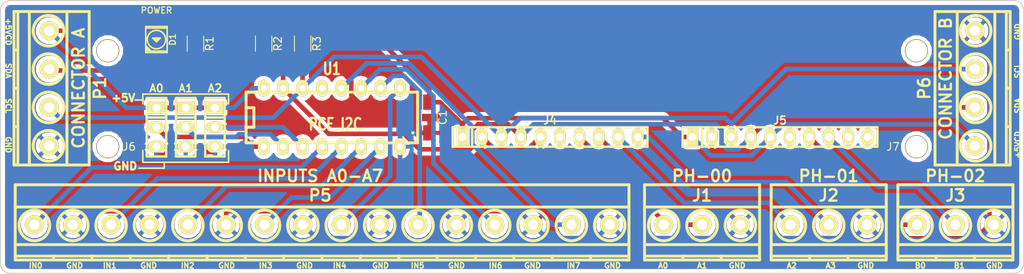
<source format=kicad_pcb>
(kicad_pcb (version 20171130) (host pcbnew "(5.0.1)-3")

  (general
    (thickness 1.6)
    (drawings 52)
    (tracks 203)
    (zones 0)
    (modules 19)
    (nets 23)
  )

  (page A4)
  (layers
    (0 F.Cu signal)
    (31 B.Cu signal)
    (32 B.Adhes user)
    (33 F.Adhes user)
    (34 B.Paste user)
    (35 F.Paste user)
    (36 B.SilkS user)
    (37 F.SilkS user)
    (38 B.Mask user)
    (39 F.Mask user)
    (40 Dwgs.User user)
    (41 Cmts.User user)
    (42 Eco1.User user)
    (43 Eco2.User user)
    (44 Edge.Cuts user)
    (45 Margin user)
    (46 B.CrtYd user)
    (47 F.CrtYd user)
    (48 B.Fab user)
    (49 F.Fab user)
  )

  (setup
    (last_trace_width 0.6)
    (trace_clearance 0.2)
    (zone_clearance 0.508)
    (zone_45_only no)
    (trace_min 0.2)
    (segment_width 0.2)
    (edge_width 0.15)
    (via_size 0.8)
    (via_drill 0.4)
    (via_min_size 0.4)
    (via_min_drill 0.3)
    (uvia_size 0.3)
    (uvia_drill 0.1)
    (uvias_allowed no)
    (uvia_min_size 0.2)
    (uvia_min_drill 0.1)
    (pcb_text_width 0.3)
    (pcb_text_size 1.5 1.5)
    (mod_edge_width 0.15)
    (mod_text_size 1 1)
    (mod_text_width 0.15)
    (pad_size 1.524 1.524)
    (pad_drill 0.762)
    (pad_to_mask_clearance 0.051)
    (solder_mask_min_width 0.25)
    (aux_axis_origin 0 0)
    (visible_elements 7FFFFFFF)
    (pcbplotparams
      (layerselection 0x010fc_ffffffff)
      (usegerberextensions false)
      (usegerberattributes false)
      (usegerberadvancedattributes false)
      (creategerberjobfile false)
      (excludeedgelayer true)
      (linewidth 0.100000)
      (plotframeref false)
      (viasonmask false)
      (mode 1)
      (useauxorigin false)
      (hpglpennumber 1)
      (hpglpenspeed 20)
      (hpglpendiameter 15.000000)
      (psnegative false)
      (psa4output false)
      (plotreference true)
      (plotvalue true)
      (plotinvisibletext false)
      (padsonsilk false)
      (subtractmaskfromsilk false)
      (outputformat 1)
      (mirror false)
      (drillshape 0)
      (scaleselection 1)
      (outputdirectory "./"))
  )

  (net 0 "")
  (net 1 GND)
  (net 2 +5V)
  (net 3 "Net-(D1-Pad1)")
  (net 4 IN8)
  (net 5 IN7)
  (net 6 IN6)
  (net 7 IN5)
  (net 8 IN4)
  (net 9 IN3)
  (net 10 IN1)
  (net 11 IN2)
  (net 12 SDA)
  (net 13 SCL)
  (net 14 "Net-(P4-Pad2)")
  (net 15 A1)
  (net 16 A0)
  (net 17 A3)
  (net 18 A2)
  (net 19 B1)
  (net 20 B0)
  (net 21 "Net-(P2-Pad2)")
  (net 22 "Net-(P3-Pad2)")

  (net_class Default "This is the default net class."
    (clearance 0.2)
    (trace_width 0.6)
    (via_dia 0.8)
    (via_drill 0.4)
    (uvia_dia 0.3)
    (uvia_drill 0.1)
    (add_net +5V)
    (add_net A0)
    (add_net A1)
    (add_net A2)
    (add_net A3)
    (add_net B0)
    (add_net B1)
    (add_net GND)
    (add_net IN1)
    (add_net IN2)
    (add_net IN3)
    (add_net IN4)
    (add_net IN5)
    (add_net IN6)
    (add_net IN7)
    (add_net IN8)
    (add_net "Net-(D1-Pad1)")
    (add_net "Net-(P2-Pad2)")
    (add_net "Net-(P3-Pad2)")
    (add_net "Net-(P4-Pad2)")
    (add_net SCL)
    (add_net SDA)
  )

  (module Capacitors_SMD:C_1206_HandSoldering (layer F.Cu) (tedit 58AA84D1) (tstamp 5CB9994F)
    (at 134.62 129.54 270)
    (descr "Capacitor SMD 1206, hand soldering")
    (tags "capacitor 1206")
    (path /58DBE0D8)
    (attr smd)
    (fp_text reference C1 (at 0 -1.75 270) (layer F.SilkS)
      (effects (font (size 1 1) (thickness 0.15)))
    )
    (fp_text value 100nF (at 0 2 270) (layer F.Fab)
      (effects (font (size 1 1) (thickness 0.15)))
    )
    (fp_line (start 3.25 1.05) (end -3.25 1.05) (layer F.CrtYd) (width 0.05))
    (fp_line (start 3.25 1.05) (end 3.25 -1.05) (layer F.CrtYd) (width 0.05))
    (fp_line (start -3.25 -1.05) (end -3.25 1.05) (layer F.CrtYd) (width 0.05))
    (fp_line (start -3.25 -1.05) (end 3.25 -1.05) (layer F.CrtYd) (width 0.05))
    (fp_line (start -1 1.02) (end 1 1.02) (layer F.SilkS) (width 0.12))
    (fp_line (start 1 -1.02) (end -1 -1.02) (layer F.SilkS) (width 0.12))
    (fp_line (start -1.6 -0.8) (end 1.6 -0.8) (layer F.Fab) (width 0.1))
    (fp_line (start 1.6 -0.8) (end 1.6 0.8) (layer F.Fab) (width 0.1))
    (fp_line (start 1.6 0.8) (end -1.6 0.8) (layer F.Fab) (width 0.1))
    (fp_line (start -1.6 0.8) (end -1.6 -0.8) (layer F.Fab) (width 0.1))
    (fp_text user %R (at 0 -1.75 270) (layer F.Fab)
      (effects (font (size 1 1) (thickness 0.15)))
    )
    (pad 2 smd rect (at 2 0 270) (size 2 1.6) (layers F.Cu F.Paste F.Mask)
      (net 1 GND))
    (pad 1 smd rect (at -2 0 270) (size 2 1.6) (layers F.Cu F.Paste F.Mask)
      (net 2 +5V))
    (model Capacitors_SMD.3dshapes/C_1206.wrl
      (at (xyz 0 0 0))
      (scale (xyz 1 1 1))
      (rotate (xyz 0 0 0))
    )
  )

  (module w_smd_leds:Led_PLCC2_3528 (layer F.Cu) (tedit 5CB08316) (tstamp 5CB99965)
    (at 99.06 119.38 270)
    (descr "3528 PLCC2 SMD led")
    (path /5CAFBB74)
    (fp_text reference D1 (at 0 -2.10058 270) (layer F.SilkS)
      (effects (font (size 0.8001 0.8001) (thickness 0.14986)))
    )
    (fp_text value POWER (at -3.81 0) (layer F.SilkS)
      (effects (font (size 0.8001 0.8001) (thickness 0.14986)))
    )
    (fp_line (start 0.09906 0.20066) (end 0.09906 -0.20066) (layer F.SilkS) (width 0.19812))
    (fp_line (start -0.09906 0.29972) (end -0.09906 -0.29972) (layer F.SilkS) (width 0.19812))
    (fp_line (start 1.50114 1.39954) (end 1.50114 -1.39954) (layer F.SilkS) (width 0.19812))
    (fp_line (start -1.50114 -1.39954) (end -1.50114 1.39954) (layer F.SilkS) (width 0.19812))
    (fp_circle (center 0 0) (end -1.19888 0) (layer F.SilkS) (width 0.19812))
    (fp_line (start -0.19812 -0.50038) (end -0.19812 0.50038) (layer F.SilkS) (width 0.19812))
    (fp_line (start -0.19812 0.50038) (end 0.29972 0) (layer F.SilkS) (width 0.19812))
    (fp_line (start 0.29972 0) (end -0.19812 -0.50038) (layer F.SilkS) (width 0.19812))
    (fp_line (start 0.8001 1.39954) (end 1.4986 0.70104) (layer F.SilkS) (width 0.19812))
    (fp_line (start 1.19888 1.39954) (end 1.4986 1.09982) (layer F.SilkS) (width 0.19812))
    (fp_line (start 1.4986 1.19888) (end 1.30048 1.39954) (layer F.SilkS) (width 0.19812))
    (fp_line (start 0.99822 1.39954) (end 1.4986 0.89916) (layer F.SilkS) (width 0.19812))
    (fp_line (start -1.69926 -1.39954) (end -1.69926 1.39954) (layer F.SilkS) (width 0.19812))
    (fp_line (start -1.69926 1.39954) (end 1.69926 1.39954) (layer F.SilkS) (width 0.19812))
    (fp_line (start 1.69926 1.39954) (end 1.69926 -1.39954) (layer F.SilkS) (width 0.19812))
    (fp_line (start 1.69926 -1.397) (end -1.69926 -1.397) (layer F.SilkS) (width 0.19812))
    (pad 1 smd rect (at -1.4986 0 270) (size 1.79578 2.69748) (layers F.Cu F.Paste F.Mask)
      (net 3 "Net-(D1-Pad1)"))
    (pad 2 smd rect (at 1.4986 0 270) (size 1.79578 2.69748) (layers F.Cu F.Paste F.Mask)
      (net 2 +5V))
    (model walter/smd_leds/led_plcc2_3528.wrl
      (at (xyz 0 0 0))
      (scale (xyz 1 1 1))
      (rotate (xyz 0 0 0))
    )
  )

  (module w_pin_strip:pin_strip_3 (layer F.Cu) (tedit 5CB08373) (tstamp 5CB999D2)
    (at 106.68 130.81 270)
    (descr "Pin strip 3pin")
    (tags "CONN DEV")
    (path /58DB2882)
    (fp_text reference A2 (at -5.08 0) (layer F.SilkS)
      (effects (font (size 1.016 1.016) (thickness 0.2032)))
    )
    (fp_text value A2 (at 0.254 -3.556 270) (layer F.SilkS) hide
      (effects (font (size 1.016 0.889) (thickness 0.2032)))
    )
    (fp_line (start -1.27 1.27) (end -1.27 -1.27) (layer F.SilkS) (width 0.3048))
    (fp_line (start -3.81 -1.27) (end 3.81 -1.27) (layer F.SilkS) (width 0.3048))
    (fp_line (start 3.81 -1.27) (end 3.81 1.27) (layer F.SilkS) (width 0.3048))
    (fp_line (start 3.81 1.27) (end -3.81 1.27) (layer F.SilkS) (width 0.3048))
    (fp_line (start -3.81 1.27) (end -3.81 -1.27) (layer F.SilkS) (width 0.3048))
    (pad 1 thru_hole rect (at -2.54 0 270) (size 1.524 2.19964) (drill 1.00076) (layers *.Cu *.Mask F.SilkS)
      (net 2 +5V))
    (pad 2 thru_hole oval (at 0 0 270) (size 1.524 2.19964) (drill 1.00076) (layers *.Cu *.Mask F.SilkS)
      (net 14 "Net-(P4-Pad2)"))
    (pad 3 thru_hole oval (at 2.54 0 270) (size 1.524 2.19964) (drill 1.00076) (layers *.Cu *.Mask F.SilkS)
      (net 1 GND))
    (model walter/pin_strip/pin_strip_3.wrl
      (at (xyz 0 0 0))
      (scale (xyz 1 1 1))
      (rotate (xyz 0 0 0))
    )
  )

  (module Resistors_SMD:R_1206_HandSoldering (layer F.Cu) (tedit 58E0A804) (tstamp 5CB083BC)
    (at 104.14 119.92 270)
    (descr "Resistor SMD 1206, hand soldering")
    (tags "resistor 1206")
    (path /58DC6066)
    (attr smd)
    (fp_text reference R1 (at 0 -1.85 270) (layer F.SilkS)
      (effects (font (size 1 1) (thickness 0.15)))
    )
    (fp_text value 330 (at 0 1.9 270) (layer F.Fab)
      (effects (font (size 1 1) (thickness 0.15)))
    )
    (fp_line (start 3.25 1.1) (end -3.25 1.1) (layer F.CrtYd) (width 0.05))
    (fp_line (start 3.25 1.1) (end 3.25 -1.11) (layer F.CrtYd) (width 0.05))
    (fp_line (start -3.25 -1.11) (end -3.25 1.1) (layer F.CrtYd) (width 0.05))
    (fp_line (start -3.25 -1.11) (end 3.25 -1.11) (layer F.CrtYd) (width 0.05))
    (fp_line (start -1 -1.07) (end 1 -1.07) (layer F.SilkS) (width 0.12))
    (fp_line (start 1 1.07) (end -1 1.07) (layer F.SilkS) (width 0.12))
    (fp_line (start -1.6 -0.8) (end 1.6 -0.8) (layer F.Fab) (width 0.1))
    (fp_line (start 1.6 -0.8) (end 1.6 0.8) (layer F.Fab) (width 0.1))
    (fp_line (start 1.6 0.8) (end -1.6 0.8) (layer F.Fab) (width 0.1))
    (fp_line (start -1.6 0.8) (end -1.6 -0.8) (layer F.Fab) (width 0.1))
    (fp_text user %R (at 0 0 270) (layer F.Fab)
      (effects (font (size 0.7 0.7) (thickness 0.105)))
    )
    (pad 2 smd rect (at 2 0 270) (size 2 1.7) (layers F.Cu F.Paste F.Mask)
      (net 1 GND))
    (pad 1 smd rect (at -2 0 270) (size 2 1.7) (layers F.Cu F.Paste F.Mask)
      (net 3 "Net-(D1-Pad1)"))
    (model ${KISYS3DMOD}/Resistors_SMD.3dshapes/R_1206.wrl
      (at (xyz 0 0 0))
      (scale (xyz 1 1 1))
      (rotate (xyz 0 0 0))
    )
  )

  (module Resistors_SMD:R_1206_HandSoldering (layer F.Cu) (tedit 58E0A804) (tstamp 5CB08696)
    (at 113.03 119.92 270)
    (descr "Resistor SMD 1206, hand soldering")
    (tags "resistor 1206")
    (path /58DACA30)
    (attr smd)
    (fp_text reference R2 (at 0 -1.85 270) (layer F.SilkS)
      (effects (font (size 1 1) (thickness 0.15)))
    )
    (fp_text value 10K (at 0 1.9 270) (layer F.Fab)
      (effects (font (size 1 1) (thickness 0.15)))
    )
    (fp_line (start 3.25 1.1) (end -3.25 1.1) (layer F.CrtYd) (width 0.05))
    (fp_line (start 3.25 1.1) (end 3.25 -1.11) (layer F.CrtYd) (width 0.05))
    (fp_line (start -3.25 -1.11) (end -3.25 1.1) (layer F.CrtYd) (width 0.05))
    (fp_line (start -3.25 -1.11) (end 3.25 -1.11) (layer F.CrtYd) (width 0.05))
    (fp_line (start -1 -1.07) (end 1 -1.07) (layer F.SilkS) (width 0.12))
    (fp_line (start 1 1.07) (end -1 1.07) (layer F.SilkS) (width 0.12))
    (fp_line (start -1.6 -0.8) (end 1.6 -0.8) (layer F.Fab) (width 0.1))
    (fp_line (start 1.6 -0.8) (end 1.6 0.8) (layer F.Fab) (width 0.1))
    (fp_line (start 1.6 0.8) (end -1.6 0.8) (layer F.Fab) (width 0.1))
    (fp_line (start -1.6 0.8) (end -1.6 -0.8) (layer F.Fab) (width 0.1))
    (fp_text user %R (at 0 0 270) (layer F.Fab)
      (effects (font (size 0.7 0.7) (thickness 0.105)))
    )
    (pad 2 smd rect (at 2 0 270) (size 2 1.7) (layers F.Cu F.Paste F.Mask)
      (net 12 SDA))
    (pad 1 smd rect (at -2 0 270) (size 2 1.7) (layers F.Cu F.Paste F.Mask)
      (net 2 +5V))
    (model ${KISYS3DMOD}/Resistors_SMD.3dshapes/R_1206.wrl
      (at (xyz 0 0 0))
      (scale (xyz 1 1 1))
      (rotate (xyz 0 0 0))
    )
  )

  (module Resistors_SMD:R_1206_HandSoldering (layer F.Cu) (tedit 58E0A804) (tstamp 5CB9A265)
    (at 118.11 119.92 270)
    (descr "Resistor SMD 1206, hand soldering")
    (tags "resistor 1206")
    (path /5CB43984)
    (attr smd)
    (fp_text reference R3 (at 0 -1.85 270) (layer F.SilkS)
      (effects (font (size 1 1) (thickness 0.15)))
    )
    (fp_text value 10K (at 0 1.9 270) (layer F.Fab)
      (effects (font (size 1 1) (thickness 0.15)))
    )
    (fp_text user %R (at 0 0 270) (layer F.Fab)
      (effects (font (size 0.7 0.7) (thickness 0.105)))
    )
    (fp_line (start -1.6 0.8) (end -1.6 -0.8) (layer F.Fab) (width 0.1))
    (fp_line (start 1.6 0.8) (end -1.6 0.8) (layer F.Fab) (width 0.1))
    (fp_line (start 1.6 -0.8) (end 1.6 0.8) (layer F.Fab) (width 0.1))
    (fp_line (start -1.6 -0.8) (end 1.6 -0.8) (layer F.Fab) (width 0.1))
    (fp_line (start 1 1.07) (end -1 1.07) (layer F.SilkS) (width 0.12))
    (fp_line (start -1 -1.07) (end 1 -1.07) (layer F.SilkS) (width 0.12))
    (fp_line (start -3.25 -1.11) (end 3.25 -1.11) (layer F.CrtYd) (width 0.05))
    (fp_line (start -3.25 -1.11) (end -3.25 1.1) (layer F.CrtYd) (width 0.05))
    (fp_line (start 3.25 1.1) (end 3.25 -1.11) (layer F.CrtYd) (width 0.05))
    (fp_line (start 3.25 1.1) (end -3.25 1.1) (layer F.CrtYd) (width 0.05))
    (pad 1 smd rect (at -2 0 270) (size 2 1.7) (layers F.Cu F.Paste F.Mask)
      (net 2 +5V))
    (pad 2 smd rect (at 2 0 270) (size 2 1.7) (layers F.Cu F.Paste F.Mask)
      (net 13 SCL))
    (model ${KISYS3DMOD}/Resistors_SMD.3dshapes/R_1206.wrl
      (at (xyz 0 0 0))
      (scale (xyz 1 1 1))
      (rotate (xyz 0 0 0))
    )
  )

  (module w_pth_circuits:dil_16-300 (layer F.Cu) (tedit 5CB07BD4) (tstamp 5CB99A38)
    (at 121.92 129.54)
    (descr "IC, DIL16 x 0,3\"")
    (tags DIL)
    (path /58DACA3E)
    (fp_text reference U1 (at 0 -6.35) (layer F.SilkS)
      (effects (font (size 1.524 1.143) (thickness 0.28702)))
    )
    (fp_text value PCF_I2C (at 0.46736 0.89408) (layer F.SilkS)
      (effects (font (size 1.524 1.143) (thickness 0.28575)))
    )
    (fp_line (start -10.16 -1.27) (end -10.16 1.27) (layer F.SilkS) (width 0.381))
    (fp_line (start 11.176 3.302) (end -11.176 3.302) (layer F.SilkS) (width 0.381))
    (fp_line (start -11.176 -3.302) (end 11.176 -3.302) (layer F.SilkS) (width 0.381))
    (fp_line (start -10.16 1.27) (end -11.176 1.27) (layer F.SilkS) (width 0.381))
    (fp_line (start -10.16 -1.27) (end -11.176 -1.27) (layer F.SilkS) (width 0.381))
    (fp_line (start 11.176 -3.302) (end 11.176 3.302) (layer F.SilkS) (width 0.381))
    (fp_line (start -11.176 3.302) (end -11.176 -3.302) (layer F.SilkS) (width 0.381))
    (pad 1 thru_hole oval (at -8.89 3.81) (size 1.50114 2.19964) (drill 0.8001) (layers *.Cu *.Mask F.SilkS)
      (net 21 "Net-(P2-Pad2)"))
    (pad 2 thru_hole oval (at -6.35 3.81) (size 1.50114 2.19964) (drill 0.8001) (layers *.Cu *.Mask F.SilkS)
      (net 22 "Net-(P3-Pad2)"))
    (pad 3 thru_hole oval (at -3.81 3.81) (size 1.50114 2.19964) (drill 0.8001) (layers *.Cu *.Mask F.SilkS)
      (net 14 "Net-(P4-Pad2)"))
    (pad 4 thru_hole oval (at -1.27 3.81) (size 1.50114 2.19964) (drill 0.8001) (layers *.Cu *.Mask F.SilkS)
      (net 10 IN1))
    (pad 5 thru_hole oval (at 1.27 3.81) (size 1.50114 2.19964) (drill 0.8001) (layers *.Cu *.Mask F.SilkS)
      (net 11 IN2))
    (pad 6 thru_hole oval (at 3.81 3.81) (size 1.50114 2.19964) (drill 0.8001) (layers *.Cu *.Mask F.SilkS)
      (net 9 IN3))
    (pad 7 thru_hole oval (at 6.35 3.81) (size 1.50114 2.19964) (drill 0.8001) (layers *.Cu *.Mask F.SilkS)
      (net 8 IN4))
    (pad 8 thru_hole oval (at 8.89 3.81) (size 1.50114 2.19964) (drill 0.8001) (layers *.Cu *.Mask F.SilkS)
      (net 1 GND))
    (pad 9 thru_hole oval (at 8.89 -3.81) (size 1.50114 2.19964) (drill 0.8001) (layers *.Cu *.Mask F.SilkS)
      (net 7 IN5))
    (pad 10 thru_hole oval (at 6.35 -3.81) (size 1.50114 2.19964) (drill 0.8001) (layers *.Cu *.Mask F.SilkS)
      (net 6 IN6))
    (pad 11 thru_hole oval (at 3.81 -3.81) (size 1.50114 2.19964) (drill 0.8001) (layers *.Cu *.Mask F.SilkS)
      (net 5 IN7))
    (pad 12 thru_hole oval (at 1.27 -3.81) (size 1.50114 2.19964) (drill 0.8001) (layers *.Cu *.Mask F.SilkS)
      (net 4 IN8))
    (pad 13 thru_hole oval (at -1.27 -3.81) (size 1.50114 2.19964) (drill 0.8001) (layers *.Cu *.Mask F.SilkS))
    (pad 14 thru_hole oval (at -3.81 -3.81) (size 1.50114 2.19964) (drill 0.8001) (layers *.Cu *.Mask F.SilkS)
      (net 13 SCL))
    (pad 15 thru_hole oval (at -6.35 -3.81) (size 1.50114 2.19964) (drill 0.8001) (layers *.Cu *.Mask F.SilkS)
      (net 12 SDA))
    (pad 16 thru_hole oval (at -8.89 -3.81) (size 1.50114 2.19964) (drill 0.8001) (layers *.Cu *.Mask F.SilkS)
      (net 2 +5V))
    (model walter/pth_circuits/dil_16-300.wrl
      (at (xyz 0 0 0))
      (scale (xyz 1 1 1))
      (rotate (xyz 0 0 0))
    )
    (model "../../../../../../Users/Eduardo Hernandez/Downloads/Librerias KiCad/walter/pth_circuits/dil_16-300.wrl"
      (at (xyz 0 0 0))
      (scale (xyz 1 1 1))
      (rotate (xyz 0 0 0))
    )
  )

  (module w_conn_mkds:mkds_1,5-3 (layer F.Cu) (tedit 5CB08B35) (tstamp 5CB1E199)
    (at 203.2 143.51)
    (descr "3-way 5mm pitch terminal block, Phoenix MKDS series")
    (path /5994AE62)
    (fp_text reference J3 (at 0 -3.81) (layer F.SilkS)
      (effects (font (size 1.5 1.5) (thickness 0.3)))
    )
    (fp_text value PH-02 (at 0 -6.35) (layer F.SilkS)
      (effects (font (size 1.5 1.5) (thickness 0.3)))
    )
    (fp_line (start -7.5 -5.2) (end -7.5 4.6) (layer F.SilkS) (width 0.381))
    (fp_line (start 7.5 -5.2) (end -7.5 -5.2) (layer F.SilkS) (width 0.381))
    (fp_line (start 7.5 4.6) (end 7.5 -5.2) (layer F.SilkS) (width 0.381))
    (fp_line (start -7.5 4.6) (end 7.5 4.6) (layer F.SilkS) (width 0.381))
    (fp_line (start -7.5 4.1) (end 7.5 4.1) (layer F.SilkS) (width 0.381))
    (fp_line (start -7.5 -2.3) (end 7.5 -2.3) (layer F.SilkS) (width 0.381))
    (fp_line (start -7.5 2.6) (end 7.5 2.6) (layer F.SilkS) (width 0.381))
    (fp_circle (center -5 0.1) (end -3 0.1) (layer F.SilkS) (width 0.381))
    (fp_circle (center 0 0.1) (end -2 0.1) (layer F.SilkS) (width 0.381))
    (fp_line (start -2.5 4.1) (end -2.5 4.6) (layer F.SilkS) (width 0.381))
    (fp_line (start 2.5 4.1) (end 2.5 4.6) (layer F.SilkS) (width 0.381))
    (fp_circle (center 5 0.1) (end 3 0.1) (layer F.SilkS) (width 0.381))
    (pad 2 thru_hole circle (at 0 0) (size 2.5 2.5) (drill 1.3) (layers *.Cu *.Mask F.SilkS)
      (net 19 B1))
    (pad 1 thru_hole circle (at -5 0) (size 2.5 2.5) (drill 1.3) (layers *.Cu *.Mask F.SilkS)
      (net 20 B0))
    (pad 3 thru_hole circle (at 5 0) (size 2.5 2.5) (drill 1.3) (layers *.Cu *.Mask F.SilkS)
      (net 1 GND))
    (model walter/conn_mkds/mkds_1,5-3.wrl
      (at (xyz 0 0 0))
      (scale (xyz 1 1 1))
      (rotate (xyz 0 0 0))
    )
  )

  (module w_conn_mkds:mkds_1,5-3 (layer F.Cu) (tedit 5CB08B2F) (tstamp 5CB1ED18)
    (at 186.69 143.51)
    (descr "3-way 5mm pitch terminal block, Phoenix MKDS series")
    (path /5994AE1F)
    (fp_text reference J2 (at 0 -3.81) (layer F.SilkS)
      (effects (font (size 1.5 1.5) (thickness 0.3)))
    )
    (fp_text value PH-01 (at 0 -6.35) (layer F.SilkS)
      (effects (font (size 1.5 1.5) (thickness 0.3)))
    )
    (fp_circle (center 5 0.1) (end 3 0.1) (layer F.SilkS) (width 0.381))
    (fp_line (start 2.5 4.1) (end 2.5 4.6) (layer F.SilkS) (width 0.381))
    (fp_line (start -2.5 4.1) (end -2.5 4.6) (layer F.SilkS) (width 0.381))
    (fp_circle (center 0 0.1) (end -2 0.1) (layer F.SilkS) (width 0.381))
    (fp_circle (center -5 0.1) (end -3 0.1) (layer F.SilkS) (width 0.381))
    (fp_line (start -7.5 2.6) (end 7.5 2.6) (layer F.SilkS) (width 0.381))
    (fp_line (start -7.5 -2.3) (end 7.5 -2.3) (layer F.SilkS) (width 0.381))
    (fp_line (start -7.5 4.1) (end 7.5 4.1) (layer F.SilkS) (width 0.381))
    (fp_line (start -7.5 4.6) (end 7.5 4.6) (layer F.SilkS) (width 0.381))
    (fp_line (start 7.5 4.6) (end 7.5 -5.2) (layer F.SilkS) (width 0.381))
    (fp_line (start 7.5 -5.2) (end -7.5 -5.2) (layer F.SilkS) (width 0.381))
    (fp_line (start -7.5 -5.2) (end -7.5 4.6) (layer F.SilkS) (width 0.381))
    (pad 3 thru_hole circle (at 5 0) (size 2.5 2.5) (drill 1.3) (layers *.Cu *.Mask F.SilkS)
      (net 1 GND))
    (pad 1 thru_hole circle (at -5 0) (size 2.5 2.5) (drill 1.3) (layers *.Cu *.Mask F.SilkS)
      (net 18 A2))
    (pad 2 thru_hole circle (at 0 0) (size 2.5 2.5) (drill 1.3) (layers *.Cu *.Mask F.SilkS)
      (net 17 A3))
    (model walter/conn_mkds/mkds_1,5-3.wrl
      (at (xyz 0 0 0))
      (scale (xyz 1 1 1))
      (rotate (xyz 0 0 0))
    )
  )

  (module w_conn_mkds:mkds_1,5-4 (layer F.Cu) (tedit 0) (tstamp 5CB1ED7A)
    (at 85.09 125.73 270)
    (descr "4-way 5mm pitch terminal block, Phoenix MKDS series")
    (path /5CB43990)
    (fp_text reference P1 (at 0 -6.6 270) (layer F.SilkS)
      (effects (font (size 1.5 1.5) (thickness 0.3)))
    )
    (fp_text value "CONNECTOR A" (at 0 -3.81 270) (layer F.SilkS)
      (effects (font (size 1.5 1.5) (thickness 0.3)))
    )
    (fp_line (start 5 4.1) (end 5 4.6) (layer F.SilkS) (width 0.381))
    (fp_circle (center 7.5 0.1) (end 5.5 0.1) (layer F.SilkS) (width 0.381))
    (fp_circle (center 2.5 0.1) (end 0.5 0.1) (layer F.SilkS) (width 0.381))
    (fp_line (start 0 4.1) (end 0 4.6) (layer F.SilkS) (width 0.381))
    (fp_line (start -5 4.1) (end -5 4.6) (layer F.SilkS) (width 0.381))
    (fp_circle (center -2.5 0.1) (end -4.5 0.1) (layer F.SilkS) (width 0.381))
    (fp_circle (center -7.5 0.1) (end -5.5 0.1) (layer F.SilkS) (width 0.381))
    (fp_line (start -10 2.6) (end 10 2.6) (layer F.SilkS) (width 0.381))
    (fp_line (start -10 -2.3) (end 10 -2.3) (layer F.SilkS) (width 0.381))
    (fp_line (start -10 4.1) (end 10 4.1) (layer F.SilkS) (width 0.381))
    (fp_line (start -10 4.6) (end 10 4.6) (layer F.SilkS) (width 0.381))
    (fp_line (start 10 4.6) (end 10 -5.2) (layer F.SilkS) (width 0.381))
    (fp_line (start 10 -5.2) (end -10 -5.2) (layer F.SilkS) (width 0.381))
    (fp_line (start -10 -5.2) (end -10 4.6) (layer F.SilkS) (width 0.381))
    (pad 4 thru_hole circle (at 7.5 0 270) (size 2.5 2.5) (drill 1.3) (layers *.Cu *.Mask F.SilkS)
      (net 1 GND))
    (pad 3 thru_hole circle (at 2.5 0 270) (size 2.5 2.5) (drill 1.3) (layers *.Cu *.Mask F.SilkS)
      (net 13 SCL))
    (pad 1 thru_hole circle (at -7.5 0 270) (size 2.5 2.5) (drill 1.3) (layers *.Cu *.Mask F.SilkS)
      (net 2 +5V))
    (pad 2 thru_hole circle (at -2.5 0 270) (size 2.5 2.5) (drill 1.3) (layers *.Cu *.Mask F.SilkS)
      (net 12 SDA))
    (model walter/conn_mkds/mkds_1,5-4.wrl
      (at (xyz 0 0 0))
      (scale (xyz 1 1 1))
      (rotate (xyz 0 0 0))
    )
  )

  (module w_pin_strip:pin_strip_3 (layer F.Cu) (tedit 5CB0836C) (tstamp 5CB1ED8F)
    (at 99.06 130.81 270)
    (descr "Pin strip 3pin")
    (tags "CONN DEV")
    (path /58DB13C8)
    (fp_text reference A0 (at -5.08 0) (layer F.SilkS)
      (effects (font (size 1 1) (thickness 0.2032)))
    )
    (fp_text value A0 (at 0.254 -3.556 270) (layer F.SilkS) hide
      (effects (font (size 1.016 0.889) (thickness 0.2032)))
    )
    (fp_line (start -1.27 1.27) (end -1.27 -1.27) (layer F.SilkS) (width 0.3048))
    (fp_line (start -3.81 -1.27) (end 3.81 -1.27) (layer F.SilkS) (width 0.3048))
    (fp_line (start 3.81 -1.27) (end 3.81 1.27) (layer F.SilkS) (width 0.3048))
    (fp_line (start 3.81 1.27) (end -3.81 1.27) (layer F.SilkS) (width 0.3048))
    (fp_line (start -3.81 1.27) (end -3.81 -1.27) (layer F.SilkS) (width 0.3048))
    (pad 1 thru_hole rect (at -2.54 0 270) (size 1.524 2.19964) (drill 1.00076) (layers *.Cu *.Mask F.SilkS)
      (net 2 +5V))
    (pad 2 thru_hole oval (at 0 0 270) (size 1.524 2.19964) (drill 1.00076) (layers *.Cu *.Mask F.SilkS)
      (net 21 "Net-(P2-Pad2)"))
    (pad 3 thru_hole oval (at 2.54 0 270) (size 1.524 2.19964) (drill 1.00076) (layers *.Cu *.Mask F.SilkS)
      (net 1 GND))
    (model walter/pin_strip/pin_strip_3.wrl
      (at (xyz 0 0 0))
      (scale (xyz 1 1 1))
      (rotate (xyz 0 0 0))
    )
  )

  (module w_pin_strip:pin_strip_3 (layer F.Cu) (tedit 5CB08368) (tstamp 5CB1ED9A)
    (at 102.87 130.81 270)
    (descr "Pin strip 3pin")
    (tags "CONN DEV")
    (path /58DB1836)
    (fp_text reference A1 (at -5.08 0) (layer F.SilkS)
      (effects (font (size 1 1) (thickness 0.2032)))
    )
    (fp_text value A1 (at 0.254 -3.556 270) (layer F.SilkS) hide
      (effects (font (size 1.016 0.889) (thickness 0.2032)))
    )
    (fp_line (start -3.81 1.27) (end -3.81 -1.27) (layer F.SilkS) (width 0.3048))
    (fp_line (start 3.81 1.27) (end -3.81 1.27) (layer F.SilkS) (width 0.3048))
    (fp_line (start 3.81 -1.27) (end 3.81 1.27) (layer F.SilkS) (width 0.3048))
    (fp_line (start -3.81 -1.27) (end 3.81 -1.27) (layer F.SilkS) (width 0.3048))
    (fp_line (start -1.27 1.27) (end -1.27 -1.27) (layer F.SilkS) (width 0.3048))
    (pad 3 thru_hole oval (at 2.54 0 270) (size 1.524 2.19964) (drill 1.00076) (layers *.Cu *.Mask F.SilkS)
      (net 1 GND))
    (pad 2 thru_hole oval (at 0 0 270) (size 1.524 2.19964) (drill 1.00076) (layers *.Cu *.Mask F.SilkS)
      (net 22 "Net-(P3-Pad2)"))
    (pad 1 thru_hole rect (at -2.54 0 270) (size 1.524 2.19964) (drill 1.00076) (layers *.Cu *.Mask F.SilkS)
      (net 2 +5V))
    (model walter/pin_strip/pin_strip_3.wrl
      (at (xyz 0 0 0))
      (scale (xyz 1 1 1))
      (rotate (xyz 0 0 0))
    )
  )

  (module w_conn_mkds:mkds_1,5-4 (layer F.Cu) (tedit 0) (tstamp 5CB07D05)
    (at 205.74 125.73 90)
    (descr "4-way 5mm pitch terminal block, Phoenix MKDS series")
    (path /58DAED46)
    (fp_text reference P6 (at 0 -6.6 90) (layer F.SilkS)
      (effects (font (size 1.5 1.5) (thickness 0.3)))
    )
    (fp_text value "CONNECTOR B" (at 1.27 -3.81 90) (layer F.SilkS)
      (effects (font (size 1.5 1.5) (thickness 0.3)))
    )
    (fp_line (start -10 -5.2) (end -10 4.6) (layer F.SilkS) (width 0.381))
    (fp_line (start 10 -5.2) (end -10 -5.2) (layer F.SilkS) (width 0.381))
    (fp_line (start 10 4.6) (end 10 -5.2) (layer F.SilkS) (width 0.381))
    (fp_line (start -10 4.6) (end 10 4.6) (layer F.SilkS) (width 0.381))
    (fp_line (start -10 4.1) (end 10 4.1) (layer F.SilkS) (width 0.381))
    (fp_line (start -10 -2.3) (end 10 -2.3) (layer F.SilkS) (width 0.381))
    (fp_line (start -10 2.6) (end 10 2.6) (layer F.SilkS) (width 0.381))
    (fp_circle (center -7.5 0.1) (end -5.5 0.1) (layer F.SilkS) (width 0.381))
    (fp_circle (center -2.5 0.1) (end -4.5 0.1) (layer F.SilkS) (width 0.381))
    (fp_line (start -5 4.1) (end -5 4.6) (layer F.SilkS) (width 0.381))
    (fp_line (start 0 4.1) (end 0 4.6) (layer F.SilkS) (width 0.381))
    (fp_circle (center 2.5 0.1) (end 0.5 0.1) (layer F.SilkS) (width 0.381))
    (fp_circle (center 7.5 0.1) (end 5.5 0.1) (layer F.SilkS) (width 0.381))
    (fp_line (start 5 4.1) (end 5 4.6) (layer F.SilkS) (width 0.381))
    (pad 2 thru_hole circle (at -2.5 0 90) (size 2.5 2.5) (drill 1.3) (layers *.Cu *.Mask F.SilkS)
      (net 12 SDA))
    (pad 1 thru_hole circle (at -7.5 0 90) (size 2.5 2.5) (drill 1.3) (layers *.Cu *.Mask F.SilkS)
      (net 2 +5V))
    (pad 3 thru_hole circle (at 2.5 0 90) (size 2.5 2.5) (drill 1.3) (layers *.Cu *.Mask F.SilkS)
      (net 13 SCL))
    (pad 4 thru_hole circle (at 7.5 0 90) (size 2.5 2.5) (drill 1.3) (layers *.Cu *.Mask F.SilkS)
      (net 1 GND))
    (model walter/conn_mkds/mkds_1,5-4.wrl
      (at (xyz 0 0 0))
      (scale (xyz 1 1 1))
      (rotate (xyz 0 0 0))
    )
  )

  (module w_conn_mkds:mkds_1,5-3 (layer F.Cu) (tedit 5CB08B2A) (tstamp 5CB3F801)
    (at 170.18 143.51)
    (descr "3-way 5mm pitch terminal block, Phoenix MKDS series")
    (path /5994ADAC)
    (fp_text reference J1 (at 0 -3.81) (layer F.SilkS)
      (effects (font (size 1.5 1.5) (thickness 0.3)))
    )
    (fp_text value PH-00 (at 0 -6.35) (layer F.SilkS)
      (effects (font (size 1.5 1.5) (thickness 0.3)))
    )
    (fp_circle (center 5 0.1) (end 3 0.1) (layer F.SilkS) (width 0.381))
    (fp_line (start 2.5 4.1) (end 2.5 4.6) (layer F.SilkS) (width 0.381))
    (fp_line (start -2.5 4.1) (end -2.5 4.6) (layer F.SilkS) (width 0.381))
    (fp_circle (center 0 0.1) (end -2 0.1) (layer F.SilkS) (width 0.381))
    (fp_circle (center -5 0.1) (end -3 0.1) (layer F.SilkS) (width 0.381))
    (fp_line (start -7.5 2.6) (end 7.5 2.6) (layer F.SilkS) (width 0.381))
    (fp_line (start -7.5 -2.3) (end 7.5 -2.3) (layer F.SilkS) (width 0.381))
    (fp_line (start -7.5 4.1) (end 7.5 4.1) (layer F.SilkS) (width 0.381))
    (fp_line (start -7.5 4.6) (end 7.5 4.6) (layer F.SilkS) (width 0.381))
    (fp_line (start 7.5 4.6) (end 7.5 -5.2) (layer F.SilkS) (width 0.381))
    (fp_line (start 7.5 -5.2) (end -7.5 -5.2) (layer F.SilkS) (width 0.381))
    (fp_line (start -7.5 -5.2) (end -7.5 4.6) (layer F.SilkS) (width 0.381))
    (pad 3 thru_hole circle (at 5 0) (size 2.5 2.5) (drill 1.3) (layers *.Cu *.Mask F.SilkS)
      (net 1 GND))
    (pad 1 thru_hole circle (at -5 0) (size 2.5 2.5) (drill 1.3) (layers *.Cu *.Mask F.SilkS)
      (net 16 A0))
    (pad 2 thru_hole circle (at 0 0) (size 2.5 2.5) (drill 1.3) (layers *.Cu *.Mask F.SilkS)
      (net 15 A1))
    (model walter/conn_mkds/mkds_1,5-3.wrl
      (at (xyz 0 0 0))
      (scale (xyz 1 1 1))
      (rotate (xyz 0 0 0))
    )
  )

  (module w_conn_mkds:mkds_1,5-16 (layer F.Cu) (tedit 0) (tstamp 5CB3F83B)
    (at 120.65 143.51)
    (descr "16-way 5mm pitch terminal block, Phoenix MKDS series")
    (path /58DB1961)
    (fp_text reference P5 (at -0.254 -3.81) (layer F.SilkS)
      (effects (font (size 1.5 1.5) (thickness 0.3)))
    )
    (fp_text value "INPUTS A0-A7" (at -0.254 -6.35) (layer F.SilkS)
      (effects (font (size 1.5 1.5) (thickness 0.3)))
    )
    (fp_circle (center 37.5 0.1) (end 35.5 0.1) (layer F.SilkS) (width 0.381))
    (fp_line (start 35 4.1) (end 35 4.6) (layer F.SilkS) (width 0.381))
    (fp_line (start 30 4.1) (end 30 4.6) (layer F.SilkS) (width 0.381))
    (fp_circle (center 32.5 0.1) (end 30.5 0.1) (layer F.SilkS) (width 0.381))
    (fp_circle (center 27.5 0.1) (end 25.5 0.1) (layer F.SilkS) (width 0.381))
    (fp_line (start 25 4.1) (end 25 4.6) (layer F.SilkS) (width 0.381))
    (fp_line (start 20 4.1) (end 20 4.6) (layer F.SilkS) (width 0.381))
    (fp_circle (center 22.5 0.1) (end 20.5 0.1) (layer F.SilkS) (width 0.381))
    (fp_circle (center 17.5 0.1) (end 15.5 0.1) (layer F.SilkS) (width 0.381))
    (fp_line (start 15 4.1) (end 15 4.6) (layer F.SilkS) (width 0.381))
    (fp_line (start 10 4.1) (end 10 4.6) (layer F.SilkS) (width 0.381))
    (fp_circle (center 12.5 0.1) (end 10.5 0.1) (layer F.SilkS) (width 0.381))
    (fp_circle (center 7.5 0.1) (end 5.5 0.1) (layer F.SilkS) (width 0.381))
    (fp_line (start 5 4.1) (end 5 4.6) (layer F.SilkS) (width 0.381))
    (fp_line (start 0 4.1) (end 0 4.6) (layer F.SilkS) (width 0.381))
    (fp_circle (center 2.5 0.1) (end 0.5 0.1) (layer F.SilkS) (width 0.381))
    (fp_circle (center -2.5 0.1) (end -4.5 0.1) (layer F.SilkS) (width 0.381))
    (fp_line (start -5 4.1) (end -5 4.6) (layer F.SilkS) (width 0.381))
    (fp_line (start -10 4.1) (end -10 4.6) (layer F.SilkS) (width 0.381))
    (fp_circle (center -7.5 0.1) (end -9.5 0.1) (layer F.SilkS) (width 0.381))
    (fp_circle (center -12.5 0.1) (end -14.5 0.1) (layer F.SilkS) (width 0.381))
    (fp_line (start -15 4.1) (end -15 4.6) (layer F.SilkS) (width 0.381))
    (fp_line (start -20 4.1) (end -20 4.6) (layer F.SilkS) (width 0.381))
    (fp_circle (center -17.5 0.1) (end -19.5 0.1) (layer F.SilkS) (width 0.381))
    (fp_line (start -25 4.1) (end -25 4.6) (layer F.SilkS) (width 0.381))
    (fp_circle (center -22.5 0.1) (end -24.5 0.1) (layer F.SilkS) (width 0.381))
    (fp_circle (center -27.5 0.1) (end -29.5 0.1) (layer F.SilkS) (width 0.381))
    (fp_line (start -30 4.1) (end -30 4.6) (layer F.SilkS) (width 0.381))
    (fp_line (start -35 4.1) (end -35 4.6) (layer F.SilkS) (width 0.381))
    (fp_circle (center -32.5 0.1) (end -34.5 0.1) (layer F.SilkS) (width 0.381))
    (fp_circle (center -37.5 0.1) (end -35.5 0.1) (layer F.SilkS) (width 0.381))
    (fp_line (start -40 2.6) (end 40 2.6) (layer F.SilkS) (width 0.381))
    (fp_line (start -40 -2.3) (end 40 -2.3) (layer F.SilkS) (width 0.381))
    (fp_line (start -40 4.1) (end 40 4.1) (layer F.SilkS) (width 0.381))
    (fp_line (start -40 4.6) (end 40 4.6) (layer F.SilkS) (width 0.381))
    (fp_line (start 40 4.6) (end 40 -5.2) (layer F.SilkS) (width 0.381))
    (fp_line (start 40 -5.2) (end -40 -5.2) (layer F.SilkS) (width 0.381))
    (fp_line (start -40 -5.2) (end -40 4.6) (layer F.SilkS) (width 0.381))
    (pad 16 thru_hole circle (at 37.5 0) (size 2.5 2.5) (drill 1.3) (layers *.Cu *.Mask F.SilkS)
      (net 1 GND))
    (pad 15 thru_hole circle (at 32.5 0) (size 2.5 2.5) (drill 1.3) (layers *.Cu *.Mask F.SilkS)
      (net 4 IN8))
    (pad 14 thru_hole circle (at 27.5 0) (size 2.5 2.5) (drill 1.3) (layers *.Cu *.Mask F.SilkS)
      (net 1 GND))
    (pad 13 thru_hole circle (at 22.5 0) (size 2.5 2.5) (drill 1.3) (layers *.Cu *.Mask F.SilkS)
      (net 5 IN7))
    (pad 12 thru_hole circle (at 17.5 0) (size 2.5 2.5) (drill 1.3) (layers *.Cu *.Mask F.SilkS)
      (net 1 GND))
    (pad 11 thru_hole circle (at 12.5 0) (size 2.5 2.5) (drill 1.3) (layers *.Cu *.Mask F.SilkS)
      (net 6 IN6))
    (pad 10 thru_hole circle (at 7.5 0) (size 2.5 2.5) (drill 1.3) (layers *.Cu *.Mask F.SilkS)
      (net 1 GND))
    (pad 9 thru_hole circle (at 2.5 0) (size 2.5 2.5) (drill 1.3) (layers *.Cu *.Mask F.SilkS)
      (net 7 IN5))
    (pad 8 thru_hole circle (at -2.5 0) (size 2.5 2.5) (drill 1.3) (layers *.Cu *.Mask F.SilkS)
      (net 1 GND))
    (pad 7 thru_hole circle (at -7.5 0) (size 2.5 2.5) (drill 1.3) (layers *.Cu *.Mask F.SilkS)
      (net 8 IN4))
    (pad 6 thru_hole circle (at -12.5 0) (size 2.5 2.5) (drill 1.3) (layers *.Cu *.Mask F.SilkS)
      (net 1 GND))
    (pad 5 thru_hole circle (at -17.5 0) (size 2.5 2.5) (drill 1.3) (layers *.Cu *.Mask F.SilkS)
      (net 9 IN3))
    (pad 4 thru_hole circle (at -22.5 0) (size 2.5 2.5) (drill 1.3) (layers *.Cu *.Mask F.SilkS)
      (net 1 GND))
    (pad 3 thru_hole circle (at -27.5 0) (size 2.5 2.5) (drill 1.3) (layers *.Cu *.Mask F.SilkS)
      (net 11 IN2))
    (pad 1 thru_hole circle (at -37.5 0) (size 2.5 2.5) (drill 1.3) (layers *.Cu *.Mask F.SilkS)
      (net 10 IN1))
    (pad 2 thru_hole circle (at -32.5 0) (size 2.5 2.5) (drill 1.3) (layers *.Cu *.Mask F.SilkS)
      (net 1 GND))
    (model walter/conn_mkds/mkds_1,5-16.wrl
      (at (xyz 0 0 0))
      (scale (xyz 1 1 1))
      (rotate (xyz 0 0 0))
    )
  )

  (module RielDin:Bracket_RielDin_2_hole (layer F.Cu) (tedit 5CB07BF5) (tstamp 5CB099DC)
    (at 92.71 133.35)
    (path /5CB7EA89)
    (fp_text reference J6 (at 2.794 0) (layer F.SilkS)
      (effects (font (size 1 1) (thickness 0.15)))
    )
    (fp_text value H1 (at 0.1905 -2.667) (layer F.Fab)
      (effects (font (size 1 1) (thickness 0.15)))
    )
    (fp_circle (center 0 -12.5222) (end 1.328714 -12.5222) (layer F.Fab) (width 0.15))
    (fp_circle (center 0 0) (end 1.332532 0) (layer F.Fab) (width 0.15))
    (fp_circle (center 0 0) (end 1.3716 0.0381) (layer F.SilkS) (width 0.15))
    (fp_circle (center 0 -12.5095) (end 1.3716 -12.4714) (layer F.SilkS) (width 0.15))
    (fp_circle (center 0 0) (end 0.0254 -0.0127) (layer F.Fab) (width 0.15))
    (pad 2 thru_hole circle (at 0 0) (size 3 3) (drill 2.7) (layers *.Cu *.Mask))
    (pad 1 thru_hole circle (at 0 -12.5095) (size 3 3) (drill 2.7) (layers *.Cu *.Mask))
  )

  (module RielDin:Bracket_RielDin_2_hole (layer F.Cu) (tedit 5CB07C07) (tstamp 5CB50DC2)
    (at 198.12 133.35)
    (path /5CB7409F)
    (fp_text reference J7 (at -3.048 0) (layer F.SilkS)
      (effects (font (size 1 1) (thickness 0.15)))
    )
    (fp_text value H2 (at 0.1905 -2.667) (layer F.Fab)
      (effects (font (size 1 1) (thickness 0.15)))
    )
    (fp_circle (center 0 0) (end 0.0254 -0.0127) (layer F.Fab) (width 0.15))
    (fp_circle (center 0 -12.5095) (end 1.3716 -12.4714) (layer F.SilkS) (width 0.15))
    (fp_circle (center 0 0) (end 1.3716 0.0381) (layer F.SilkS) (width 0.15))
    (fp_circle (center 0 0) (end 1.332532 0) (layer F.Fab) (width 0.15))
    (fp_circle (center 0 -12.5222) (end 1.328714 -12.5222) (layer F.Fab) (width 0.15))
    (pad 1 thru_hole circle (at 0 -12.5095) (size 3 3) (drill 2.7) (layers *.Cu *.Mask))
    (pad 2 thru_hole circle (at 0 0) (size 3 3) (drill 2.7) (layers *.Cu *.Mask))
  )

  (module w_pin_strip:pin_strip_10 (layer F.Cu) (tedit 0) (tstamp 5CB72DB8)
    (at 150.368 132.08)
    (descr "Pin strip 10pin")
    (tags "CONN DEV")
    (path /59945EC4)
    (fp_text reference J4 (at 0 -2.159) (layer F.SilkS)
      (effects (font (size 1.016 1.016) (thickness 0.2032)))
    )
    (fp_text value ADC-01 (at 0.254 -3.556) (layer F.SilkS) hide
      (effects (font (size 1.016 0.889) (thickness 0.2032)))
    )
    (fp_line (start -10.16 -1.27) (end -10.16 1.27) (layer F.SilkS) (width 0.3048))
    (fp_line (start -12.7 -1.27) (end 12.7 -1.27) (layer F.SilkS) (width 0.3048))
    (fp_line (start 12.7 -1.27) (end 12.7 1.27) (layer F.SilkS) (width 0.3048))
    (fp_line (start 12.7 1.27) (end -12.7 1.27) (layer F.SilkS) (width 0.3048))
    (fp_line (start -12.7 1.27) (end -12.7 -1.27) (layer F.SilkS) (width 0.3048))
    (pad 1 thru_hole rect (at -11.43 0) (size 1.524 2.19964) (drill 1.00076) (layers *.Cu *.Mask F.SilkS)
      (net 2 +5V))
    (pad 2 thru_hole oval (at -8.89 0) (size 1.524 2.19964) (drill 1.00076) (layers *.Cu *.Mask F.SilkS)
      (net 1 GND))
    (pad 3 thru_hole oval (at -6.35 0) (size 1.524 2.19964) (drill 1.00076) (layers *.Cu *.Mask F.SilkS)
      (net 13 SCL))
    (pad 4 thru_hole oval (at -3.81 0) (size 1.524 2.19964) (drill 1.00076) (layers *.Cu *.Mask F.SilkS)
      (net 12 SDA))
    (pad 5 thru_hole oval (at -1.27 0) (size 1.524 2.19964) (drill 1.00076) (layers *.Cu *.Mask F.SilkS)
      (net 1 GND))
    (pad 6 thru_hole oval (at 1.27 0) (size 1.524 2.19964) (drill 1.00076) (layers *.Cu *.Mask F.SilkS))
    (pad 7 thru_hole oval (at 3.81 0) (size 1.524 2.19964) (drill 1.00076) (layers *.Cu *.Mask F.SilkS)
      (net 16 A0))
    (pad 8 thru_hole oval (at 6.35 0) (size 1.524 2.19964) (drill 1.00076) (layers *.Cu *.Mask F.SilkS)
      (net 15 A1))
    (pad 9 thru_hole oval (at 8.89 0) (size 1.524 2.19964) (drill 1.00076) (layers *.Cu *.Mask F.SilkS)
      (net 18 A2))
    (pad 10 thru_hole oval (at 11.43 0) (size 1.524 2.19964) (drill 1.00076) (layers *.Cu *.Mask F.SilkS)
      (net 17 A3))
    (model walter/pin_strip/pin_strip_10.wrl
      (at (xyz 0 0 0))
      (scale (xyz 1 1 1))
      (rotate (xyz 0 0 0))
    )
    (model "C:/Users/Eduardo/Downloads/Librerias KiCad/16bit-i2c-adc-pga-ads1115-1.snapshot.3/16Bit I2C ADC+PGA - ADS1115.stp"
      (offset (xyz 0 6.5 2.5))
      (scale (xyz 1 1 1))
      (rotate (xyz 0 0 0))
    )
  )

  (module w_pin_strip:pin_strip_10 (layer F.Cu) (tedit 0) (tstamp 5CB94354)
    (at 180.34 132.08)
    (descr "Pin strip 10pin")
    (tags "CONN DEV")
    (path /59945F53)
    (fp_text reference J5 (at 0 -2.159) (layer F.SilkS)
      (effects (font (size 1.016 1.016) (thickness 0.2032)))
    )
    (fp_text value ADC-02 (at 0.254 -3.556) (layer F.SilkS) hide
      (effects (font (size 1.016 0.889) (thickness 0.2032)))
    )
    (fp_line (start -10.16 -1.27) (end -10.16 1.27) (layer F.SilkS) (width 0.3048))
    (fp_line (start -12.7 -1.27) (end 12.7 -1.27) (layer F.SilkS) (width 0.3048))
    (fp_line (start 12.7 -1.27) (end 12.7 1.27) (layer F.SilkS) (width 0.3048))
    (fp_line (start 12.7 1.27) (end -12.7 1.27) (layer F.SilkS) (width 0.3048))
    (fp_line (start -12.7 1.27) (end -12.7 -1.27) (layer F.SilkS) (width 0.3048))
    (pad 1 thru_hole rect (at -11.43 0) (size 1.524 2.19964) (drill 1.00076) (layers *.Cu *.Mask F.SilkS)
      (net 2 +5V))
    (pad 2 thru_hole oval (at -8.89 0) (size 1.524 2.19964) (drill 1.00076) (layers *.Cu *.Mask F.SilkS)
      (net 1 GND))
    (pad 3 thru_hole oval (at -6.35 0) (size 1.524 2.19964) (drill 1.00076) (layers *.Cu *.Mask F.SilkS)
      (net 13 SCL))
    (pad 4 thru_hole oval (at -3.81 0) (size 1.524 2.19964) (drill 1.00076) (layers *.Cu *.Mask F.SilkS)
      (net 12 SDA))
    (pad 5 thru_hole oval (at -1.27 0) (size 1.524 2.19964) (drill 1.00076) (layers *.Cu *.Mask F.SilkS)
      (net 2 +5V))
    (pad 6 thru_hole oval (at 1.27 0) (size 1.524 2.19964) (drill 1.00076) (layers *.Cu *.Mask F.SilkS))
    (pad 7 thru_hole oval (at 3.81 0) (size 1.524 2.19964) (drill 1.00076) (layers *.Cu *.Mask F.SilkS)
      (net 20 B0))
    (pad 8 thru_hole oval (at 6.35 0) (size 1.524 2.19964) (drill 1.00076) (layers *.Cu *.Mask F.SilkS)
      (net 19 B1))
    (pad 9 thru_hole oval (at 8.89 0) (size 1.524 2.19964) (drill 1.00076) (layers *.Cu *.Mask F.SilkS))
    (pad 10 thru_hole oval (at 11.43 0) (size 1.524 2.19964) (drill 1.00076) (layers *.Cu *.Mask F.SilkS))
    (model walter/pin_strip/pin_strip_10.wrl
      (at (xyz 0 0 0))
      (scale (xyz 1 1 1))
      (rotate (xyz 0 0 0))
    )
    (model "C:/Users/Eduardo/Downloads/Librerias KiCad/16bit-i2c-adc-pga-ads1115-1.snapshot.3/16Bit I2C ADC+PGA - ADS1115.stp"
      (offset (xyz 0 6.5 2.5))
      (scale (xyz 1 1 1))
      (rotate (xyz 0 0 0))
    )
  )

  (gr_arc (start 80.01 148.59) (end 78.74 148.59) (angle -90) (layer Edge.Cuts) (width 0.15))
  (gr_arc (start 80.01 115.57) (end 80.01 114.3) (angle -90) (layer Edge.Cuts) (width 0.15))
  (gr_arc (start 210.82 148.59) (end 210.82 149.86) (angle -90) (layer Edge.Cuts) (width 0.15))
  (gr_arc (start 210.82 115.57) (end 212.09 115.57) (angle -90) (layer Edge.Cuts) (width 0.15))
  (gr_text IN7 (at 153.416 148.844) (layer F.SilkS) (tstamp 5CB0A12E)
    (effects (font (size 0.7 0.7) (thickness 0.175)))
  )
  (gr_text GND (at 138.176 148.844) (layer F.SilkS) (tstamp 5CB0A12D)
    (effects (font (size 0.7 0.7) (thickness 0.175)))
  )
  (gr_text GND (at 148.082 148.844) (layer F.SilkS) (tstamp 5CB0A12C)
    (effects (font (size 0.7 0.7) (thickness 0.175)))
  )
  (gr_text IN6 (at 143.256 148.844) (layer F.SilkS) (tstamp 5CB0A12B)
    (effects (font (size 0.7 0.7) (thickness 0.175)))
  )
  (gr_text GND (at 158.496 148.844) (layer F.SilkS) (tstamp 5CB0A12A)
    (effects (font (size 0.7 0.7) (thickness 0.175)))
  )
  (gr_text IN5 (at 133.096 148.844) (layer F.SilkS) (tstamp 5CB0A129)
    (effects (font (size 0.7 0.7) (thickness 0.175)))
  )
  (gr_text GND (at 128.27 148.844) (layer F.SilkS) (tstamp 5CB0A128)
    (effects (font (size 0.7 0.7) (thickness 0.175)))
  )
  (gr_text IN4 (at 122.936 148.844) (layer F.SilkS) (tstamp 5CB0A127)
    (effects (font (size 0.7 0.7) (thickness 0.175)))
  )
  (gr_text GND (at 118.364 148.844) (layer F.SilkS) (tstamp 5CB0A10B)
    (effects (font (size 0.7 0.7) (thickness 0.175)))
  )
  (gr_text IN3 (at 113.284 148.844) (layer F.SilkS) (tstamp 5CB0A10A)
    (effects (font (size 0.7 0.7) (thickness 0.175)))
  )
  (gr_text GND (at 108.204 148.844) (layer F.SilkS) (tstamp 5CB0A109)
    (effects (font (size 0.7 0.7) (thickness 0.175)))
  )
  (gr_text IN2 (at 103.124 148.844) (layer F.SilkS) (tstamp 5CB0A108)
    (effects (font (size 0.7 0.7) (thickness 0.175)))
  )
  (gr_text GND (at 98.044 148.844) (layer F.SilkS) (tstamp 5CB0A0FE)
    (effects (font (size 0.7 0.7) (thickness 0.175)))
  )
  (gr_text IN1 (at 92.964 148.844) (layer F.SilkS) (tstamp 5CB0A0FD)
    (effects (font (size 0.7 0.7) (thickness 0.175)))
  )
  (gr_text IN0 (at 83.312 148.844) (layer F.SilkS) (tstamp 5CB0A0EF)
    (effects (font (size 0.7 0.7) (thickness 0.175)))
  )
  (gr_text GND (at 88.392 148.844) (layer F.SilkS) (tstamp 5CB0A0EE)
    (effects (font (size 0.7 0.7) (thickness 0.175)))
  )
  (gr_text B1 (at 203.708 148.844) (layer F.SilkS) (tstamp 5CB0A0E2)
    (effects (font (size 0.7 0.7) (thickness 0.175)))
  )
  (gr_text B0 (at 198.628 148.844) (layer F.SilkS) (tstamp 5CB0A0E1)
    (effects (font (size 0.7 0.7) (thickness 0.175)))
  )
  (gr_text GND (at 208.28 148.844) (layer F.SilkS) (tstamp 5CB0A0E0)
    (effects (font (size 0.7 0.7) (thickness 0.175)))
  )
  (gr_text GND (at 191.516 148.844) (layer F.SilkS) (tstamp 5CB0A0D4)
    (effects (font (size 0.7 0.7) (thickness 0.175)))
  )
  (gr_text A2 (at 181.864 148.844) (layer F.SilkS) (tstamp 5CB0A0D3)
    (effects (font (size 0.7 0.7) (thickness 0.175)))
  )
  (gr_text A3 (at 186.944 148.844) (layer F.SilkS) (tstamp 5CB0A0D2)
    (effects (font (size 0.7 0.7) (thickness 0.175)))
  )
  (gr_text A0 (at 165.1 148.844) (layer F.SilkS) (tstamp 5CB0A098)
    (effects (font (size 0.7 0.7) (thickness 0.175)))
  )
  (gr_text GND (at 174.752 148.844) (layer F.SilkS) (tstamp 5CB0A097)
    (effects (font (size 0.7 0.7) (thickness 0.175)))
  )
  (gr_text A1 (at 170.18 148.844) (layer F.SilkS) (tstamp 5CB0A096)
    (effects (font (size 0.7 0.7) (thickness 0.175)))
  )
  (gr_text SDA (at 211.328 128.016 90) (layer F.SilkS) (tstamp 5CB0A085)
    (effects (font (size 0.7 0.7) (thickness 0.175)))
  )
  (gr_text +5VCD (at 211.328 133.096 90) (layer F.SilkS) (tstamp 5CB0A084)
    (effects (font (size 0.7 0.7) (thickness 0.175)))
  )
  (gr_text SCL (at 211.328 123.444 90) (layer F.SilkS) (tstamp 5CB0A083)
    (effects (font (size 0.7 0.7) (thickness 0.175)))
  )
  (gr_text GND (at 211.328 118.364 90) (layer F.SilkS) (tstamp 5CB0A082)
    (effects (font (size 0.7 0.7) (thickness 0.175)))
  )
  (gr_text GND (at 79.756 133.096 270) (layer F.SilkS) (tstamp 5CB0A079)
    (effects (font (size 0.7 0.7) (thickness 0.175)))
  )
  (gr_text SCL (at 79.756 128.016 270) (layer F.SilkS) (tstamp 5CB0A071)
    (effects (font (size 0.7 0.7) (thickness 0.175)))
  )
  (gr_text SDA (at 79.756 123.444 270) (layer F.SilkS)
    (effects (font (size 0.7 0.7) (thickness 0.175)))
  )
  (gr_text +5VCD (at 79.756 118.364 270) (layer F.SilkS)
    (effects (font (size 0.7 0.7) (thickness 0.175)))
  )
  (gr_line (start 78.74 115.57) (end 78.74 148.59) (layer Edge.Cuts) (width 0.15))
  (gr_line (start 210.82 114.3) (end 80.01 114.3) (layer Edge.Cuts) (width 0.15))
  (gr_line (start 212.09 148.59) (end 212.09 115.57) (layer Edge.Cuts) (width 0.15))
  (gr_line (start 80.01 149.86) (end 210.82 149.86) (layer Edge.Cuts) (width 0.15))
  (gr_line (start 97.282 127.254) (end 96.266 127.254) (layer F.SilkS) (width 0.2))
  (gr_line (start 97.282 126.492) (end 97.282 127.762) (layer F.SilkS) (width 0.2))
  (gr_line (start 108.458 126.492) (end 97.282 126.492) (layer F.SilkS) (width 0.2))
  (gr_line (start 108.458 127.762) (end 108.458 126.492) (layer F.SilkS) (width 0.2))
  (gr_line (start 100.076 136.144) (end 100.076 135.382) (layer F.SilkS) (width 0.2))
  (gr_line (start 96.774 136.144) (end 100.076 136.144) (layer F.SilkS) (width 0.2))
  (gr_line (start 97.282 135.382) (end 97.282 133.858) (layer F.SilkS) (width 0.2))
  (gr_line (start 108.458 135.382) (end 97.282 135.382) (layer F.SilkS) (width 0.2))
  (gr_line (start 108.458 133.858) (end 108.458 135.382) (layer F.SilkS) (width 0.2))
  (gr_text GND (at 94.996 135.89) (layer F.SilkS)
    (effects (font (size 1 1) (thickness 0.25)))
  )
  (gr_text +5V (at 94.742 127) (layer F.SilkS)
    (effects (font (size 1 1) (thickness 0.25)))
  )

  (segment (start 118.15 143.51) (end 119.9004 145.2604) (width 0.6) (layer B.Cu) (net 1))
  (segment (start 119.9004 145.2604) (end 126.3996 145.2604) (width 0.6) (layer B.Cu) (net 1))
  (segment (start 126.3996 145.2604) (end 128.15 143.51) (width 0.6) (layer B.Cu) (net 1))
  (segment (start 130.81 140.85) (end 128.15 143.51) (width 0.6) (layer F.Cu) (net 1))
  (segment (start 130.81 133.35) (end 130.81 140.85) (width 0.6) (layer F.Cu) (net 1))
  (segment (start 138.15 143.51) (end 135.49 140.85) (width 0.6) (layer F.Cu) (net 1))
  (segment (start 135.49 140.85) (end 130.81 140.85) (width 0.6) (layer F.Cu) (net 1))
  (segment (start 207.6451 143.51) (end 207.6451 120.1351) (width 0.6) (layer F.Cu) (net 1))
  (segment (start 207.6451 120.1351) (end 205.74 118.23) (width 0.6) (layer F.Cu) (net 1))
  (segment (start 191.69 143.51) (end 193.4648 145.2848) (width 0.6) (layer F.Cu) (net 1))
  (segment (start 193.4648 145.2848) (end 205.8703 145.2848) (width 0.6) (layer F.Cu) (net 1))
  (segment (start 205.8703 145.2848) (end 207.6451 143.51) (width 0.6) (layer F.Cu) (net 1))
  (segment (start 207.6451 143.51) (end 208.2 143.51) (width 0.6) (layer F.Cu) (net 1))
  (segment (start 158.15 143.51) (end 159.9004 145.2604) (width 0.6) (layer B.Cu) (net 1))
  (segment (start 159.9004 145.2604) (end 173.4296 145.2604) (width 0.6) (layer B.Cu) (net 1))
  (segment (start 173.4296 145.2604) (end 175.18 143.51) (width 0.6) (layer B.Cu) (net 1))
  (segment (start 158.15 143.51) (end 156.3996 145.2604) (width 0.6) (layer B.Cu) (net 1))
  (segment (start 156.3996 145.2604) (end 149.9004 145.2604) (width 0.6) (layer B.Cu) (net 1))
  (segment (start 149.9004 145.2604) (end 148.15 143.51) (width 0.6) (layer B.Cu) (net 1))
  (segment (start 175.18 143.51) (end 171.45 139.78) (width 0.6) (layer F.Cu) (net 1))
  (segment (start 171.45 139.78) (end 171.45 132.08) (width 0.6) (layer F.Cu) (net 1))
  (segment (start 145.288 141.7596) (end 139.9004 141.7596) (width 0.6) (layer F.Cu) (net 1))
  (segment (start 139.9004 141.7596) (end 138.15 143.51) (width 0.6) (layer F.Cu) (net 1))
  (segment (start 104.14 121.92) (end 105.59 121.92) (width 0.6) (layer F.Cu) (net 1))
  (segment (start 105.59 121.92) (end 107.0904 120.4196) (width 0.6) (layer F.Cu) (net 1))
  (segment (start 107.0904 120.4196) (end 120.0702 120.4196) (width 0.6) (layer F.Cu) (net 1))
  (segment (start 120.0702 120.4196) (end 124.46 124.8094) (width 0.6) (layer F.Cu) (net 1))
  (segment (start 124.46 124.8094) (end 124.46 126.6213) (width 0.6) (layer F.Cu) (net 1))
  (segment (start 124.46 126.6213) (end 127.5113 129.6726) (width 0.6) (layer F.Cu) (net 1))
  (segment (start 127.5113 129.6726) (end 130.6224 129.6726) (width 0.6) (layer F.Cu) (net 1))
  (segment (start 130.6224 129.6726) (end 132.4812 131.5314) (width 0.6) (layer F.Cu) (net 1))
  (segment (start 130.81 133.35) (end 130.81 131.6501) (width 0.6) (layer B.Cu) (net 1))
  (segment (start 134.62 131.54) (end 133.22 131.54) (width 0.6) (layer F.Cu) (net 1))
  (segment (start 132.4812 131.5314) (end 133.2114 131.5314) (width 0.6) (layer F.Cu) (net 1))
  (segment (start 133.2114 131.5314) (end 133.22 131.54) (width 0.6) (layer F.Cu) (net 1))
  (segment (start 130.81 131.6501) (end 132.3625 131.6501) (width 0.6) (layer B.Cu) (net 1))
  (segment (start 132.3625 131.6501) (end 132.4812 131.5314) (width 0.6) (layer B.Cu) (net 1))
  (segment (start 89.9004 141.7596) (end 88.15 143.51) (width 0.6) (layer F.Cu) (net 1))
  (segment (start 96.3996 141.7596) (end 89.9004 141.7596) (width 0.6) (layer F.Cu) (net 1))
  (segment (start 89.9004 141.7596) (end 89.9004 138.0404) (width 0.6) (layer F.Cu) (net 1))
  (segment (start 89.9004 138.0404) (end 85.09 133.23) (width 0.6) (layer F.Cu) (net 1))
  (segment (start 96.3996 141.7596) (end 96.3996 137.3724) (width 0.6) (layer F.Cu) (net 1))
  (segment (start 96.3996 137.3724) (end 99.06 134.712) (width 0.6) (layer F.Cu) (net 1))
  (segment (start 98.15 143.51) (end 96.3996 141.7596) (width 0.6) (layer F.Cu) (net 1))
  (segment (start 191.69 143.51) (end 189.9396 145.2604) (width 0.6) (layer B.Cu) (net 1))
  (segment (start 189.9396 145.2604) (end 176.9304 145.2604) (width 0.6) (layer B.Cu) (net 1))
  (segment (start 176.9304 145.2604) (end 175.18 143.51) (width 0.6) (layer B.Cu) (net 1))
  (segment (start 102.87 133.35) (end 104.5699 133.35) (width 0.6) (layer F.Cu) (net 1))
  (segment (start 106.68 134.031) (end 105.2509 134.031) (width 0.6) (layer F.Cu) (net 1))
  (segment (start 105.2509 134.031) (end 104.5699 133.35) (width 0.6) (layer F.Cu) (net 1))
  (segment (start 106.68 134.031) (end 106.68 134.712) (width 0.6) (layer F.Cu) (net 1))
  (segment (start 106.68 133.35) (end 106.68 134.031) (width 0.6) (layer F.Cu) (net 1))
  (segment (start 145.288 141.7596) (end 146.3996 141.7596) (width 0.6) (layer F.Cu) (net 1))
  (segment (start 146.3996 141.7596) (end 148.15 143.51) (width 0.6) (layer F.Cu) (net 1))
  (segment (start 145.288 133.6803) (end 143.0783 133.6803) (width 0.6) (layer F.Cu) (net 1))
  (segment (start 143.0783 133.6803) (end 141.478 132.08) (width 0.6) (layer F.Cu) (net 1))
  (segment (start 149.098 132.08) (end 147.4977 133.6803) (width 0.6) (layer F.Cu) (net 1))
  (segment (start 147.4977 133.6803) (end 145.288 133.6803) (width 0.6) (layer F.Cu) (net 1))
  (segment (start 145.288 133.6803) (end 145.288 141.7596) (width 0.6) (layer F.Cu) (net 1))
  (segment (start 108.15 141.7596) (end 108.15 136.182) (width 0.6) (layer F.Cu) (net 1))
  (segment (start 108.15 136.182) (end 106.68 134.712) (width 0.6) (layer F.Cu) (net 1))
  (segment (start 108.15 143.51) (end 108.15 141.7596) (width 0.6) (layer F.Cu) (net 1))
  (segment (start 118.15 143.51) (end 116.3996 141.7596) (width 0.6) (layer F.Cu) (net 1))
  (segment (start 116.3996 141.7596) (end 108.15 141.7596) (width 0.6) (layer F.Cu) (net 1))
  (segment (start 102.87 133.35) (end 101.1701 133.35) (width 0.6) (layer F.Cu) (net 1))
  (segment (start 99.06 134.4311) (end 100.089 134.4311) (width 0.6) (layer F.Cu) (net 1))
  (segment (start 100.089 134.4311) (end 101.1701 133.35) (width 0.6) (layer F.Cu) (net 1))
  (segment (start 99.06 134.4311) (end 99.06 134.712) (width 0.6) (layer F.Cu) (net 1))
  (segment (start 99.06 133.35) (end 99.06 134.4311) (width 0.6) (layer F.Cu) (net 1))
  (via (at 132.4812 131.5314) (size 0.8) (layers F.Cu B.Cu) (net 1))
  (segment (start 85.09 118.23) (end 95.13 128.27) (width 0.6) (layer B.Cu) (net 2))
  (segment (start 95.13 128.27) (end 99.06 128.27) (width 0.6) (layer B.Cu) (net 2))
  (segment (start 113.03 125.73) (end 111.6794 125.73) (width 0.6) (layer B.Cu) (net 2))
  (segment (start 106.68 128.27) (end 109.1394 128.27) (width 0.6) (layer B.Cu) (net 2))
  (segment (start 109.1394 128.27) (end 111.6794 125.73) (width 0.6) (layer B.Cu) (net 2))
  (segment (start 99.06 120.8786) (end 99.06 119.3807) (width 0.6) (layer F.Cu) (net 2))
  (segment (start 85.09 118.23) (end 96.4114 118.23) (width 0.6) (layer F.Cu) (net 2))
  (segment (start 96.4114 118.23) (end 97.5621 119.3807) (width 0.6) (layer F.Cu) (net 2))
  (segment (start 97.5621 119.3807) (end 99.06 119.3807) (width 0.6) (layer F.Cu) (net 2))
  (segment (start 99.06 120.8786) (end 101.0087 120.8786) (width 0.6) (layer F.Cu) (net 2))
  (segment (start 113.03 117.92) (end 111.58 117.92) (width 0.6) (layer F.Cu) (net 2))
  (segment (start 111.58 117.92) (end 110.0796 119.4204) (width 0.6) (layer F.Cu) (net 2))
  (segment (start 110.0796 119.4204) (end 102.4669 119.4204) (width 0.6) (layer F.Cu) (net 2))
  (segment (start 102.4669 119.4204) (end 101.0087 120.8786) (width 0.6) (layer F.Cu) (net 2))
  (segment (start 118.11 117.92) (end 113.03 117.92) (width 0.6) (layer F.Cu) (net 2))
  (segment (start 102.87 128.27) (end 106.68 128.27) (width 0.6) (layer F.Cu) (net 2))
  (segment (start 118.11 117.92) (end 126.6 117.92) (width 0.6) (layer F.Cu) (net 2))
  (segment (start 126.6 117.92) (end 134.62 125.94) (width 0.6) (layer F.Cu) (net 2))
  (segment (start 134.62 127.54) (end 134.62 125.94) (width 0.6) (layer F.Cu) (net 2))
  (segment (start 99.06 128.27) (end 102.87 128.27) (width 0.6) (layer F.Cu) (net 2))
  (segment (start 167.548 132.08) (end 165.0979 129.6299) (width 0.6) (layer F.Cu) (net 2))
  (segment (start 165.0979 129.6299) (end 139.6883 129.6299) (width 0.6) (layer F.Cu) (net 2))
  (segment (start 139.6883 129.6299) (end 138.938 130.3802) (width 0.6) (layer F.Cu) (net 2))
  (segment (start 168.91 132.08) (end 167.548 132.08) (width 0.6) (layer F.Cu) (net 2))
  (segment (start 134.62 127.54) (end 136.02 127.54) (width 0.6) (layer F.Cu) (net 2))
  (segment (start 138.938 132.08) (end 138.938 130.3802) (width 0.6) (layer F.Cu) (net 2))
  (segment (start 138.938 130.3802) (end 138.8602 130.3802) (width 0.6) (layer F.Cu) (net 2))
  (segment (start 138.8602 130.3802) (end 136.02 127.54) (width 0.6) (layer F.Cu) (net 2))
  (segment (start 168.91 132.08) (end 171.3325 134.5025) (width 0.6) (layer B.Cu) (net 2))
  (segment (start 171.3325 134.5025) (end 176.6475 134.5025) (width 0.6) (layer B.Cu) (net 2))
  (segment (start 176.6475 134.5025) (end 179.07 132.08) (width 0.6) (layer B.Cu) (net 2))
  (segment (start 179.07 132.08) (end 180.7103 130.4397) (width 0.6) (layer B.Cu) (net 2))
  (segment (start 180.7103 130.4397) (end 202.9497 130.4397) (width 0.6) (layer B.Cu) (net 2))
  (segment (start 202.9497 130.4397) (end 205.74 133.23) (width 0.6) (layer B.Cu) (net 2))
  (segment (start 99.06 117.8814) (end 101.0087 117.8814) (width 0.6) (layer F.Cu) (net 3))
  (segment (start 104.14 117.92) (end 101.0473 117.92) (width 0.6) (layer F.Cu) (net 3))
  (segment (start 101.0473 117.92) (end 101.0087 117.8814) (width 0.6) (layer F.Cu) (net 3))
  (segment (start 153.15 143.51) (end 150.7204 143.51) (width 0.6) (layer B.Cu) (net 4))
  (segment (start 150.7204 143.51) (end 140.2076 132.9972) (width 0.6) (layer B.Cu) (net 4))
  (segment (start 140.2076 132.9972) (end 140.2076 130.6997) (width 0.6) (layer B.Cu) (net 4))
  (segment (start 140.2076 130.6997) (end 131.988 122.4801) (width 0.6) (layer B.Cu) (net 4))
  (segment (start 131.988 122.4801) (end 126.4399 122.4801) (width 0.6) (layer B.Cu) (net 4))
  (segment (start 126.4399 122.4801) (end 123.19 125.73) (width 0.6) (layer B.Cu) (net 4))
  (segment (start 143.15 143.51) (end 135.1636 135.5236) (width 0.6) (layer B.Cu) (net 5))
  (segment (start 135.1636 135.5236) (end 135.1636 126.7897) (width 0.6) (layer B.Cu) (net 5))
  (segment (start 135.1636 126.7897) (end 131.6545 123.2806) (width 0.6) (layer B.Cu) (net 5))
  (segment (start 131.6545 123.2806) (end 128.1794 123.2806) (width 0.6) (layer B.Cu) (net 5))
  (segment (start 128.1794 123.2806) (end 125.73 125.73) (width 0.6) (layer B.Cu) (net 5))
  (segment (start 133.15 143.51) (end 133.3815 143.2785) (width 0.6) (layer B.Cu) (net 6))
  (segment (start 133.3815 143.2785) (end 133.3815 126.1744) (width 0.6) (layer B.Cu) (net 6))
  (segment (start 133.3815 126.1744) (end 131.3226 124.1155) (width 0.6) (layer B.Cu) (net 6))
  (segment (start 131.3226 124.1155) (end 129.8845 124.1155) (width 0.6) (layer B.Cu) (net 6))
  (segment (start 129.8845 124.1155) (end 128.27 125.73) (width 0.6) (layer B.Cu) (net 6))
  (segment (start 123.15 143.51) (end 129.521 137.139) (width 0.6) (layer B.Cu) (net 7))
  (segment (start 129.521 137.139) (end 129.521 127.019) (width 0.6) (layer B.Cu) (net 7))
  (segment (start 129.521 127.019) (end 130.81 125.73) (width 0.6) (layer B.Cu) (net 7))
  (segment (start 113.15 143.51) (end 116.6923 139.9677) (width 0.6) (layer B.Cu) (net 8))
  (segment (start 116.6923 139.9677) (end 121.6523 139.9677) (width 0.6) (layer B.Cu) (net 8))
  (segment (start 121.6523 139.9677) (end 128.27 133.35) (width 0.6) (layer B.Cu) (net 8))
  (segment (start 103.15 143.51) (end 108.2053 138.4547) (width 0.6) (layer B.Cu) (net 9))
  (segment (start 108.2053 138.4547) (end 120.6253 138.4547) (width 0.6) (layer B.Cu) (net 9))
  (segment (start 120.6253 138.4547) (end 125.73 133.35) (width 0.6) (layer B.Cu) (net 9))
  (segment (start 83.15 143.51) (end 90.6129 136.0471) (width 0.6) (layer B.Cu) (net 10))
  (segment (start 90.6129 136.0471) (end 117.9529 136.0471) (width 0.6) (layer B.Cu) (net 10))
  (segment (start 117.9529 136.0471) (end 120.65 133.35) (width 0.6) (layer B.Cu) (net 10))
  (segment (start 123.19 133.35) (end 119.0554 137.4846) (width 0.6) (layer B.Cu) (net 11))
  (segment (start 119.0554 137.4846) (end 99.1754 137.4846) (width 0.6) (layer B.Cu) (net 11))
  (segment (start 99.1754 137.4846) (end 93.15 143.51) (width 0.6) (layer B.Cu) (net 11))
  (segment (start 115.57 125.73) (end 121.5114 131.6714) (width 0.6) (layer F.Cu) (net 12))
  (segment (start 121.5114 131.6714) (end 131.348 131.6714) (width 0.6) (layer F.Cu) (net 12))
  (segment (start 131.348 131.6714) (end 133.3619 133.6853) (width 0.6) (layer F.Cu) (net 12))
  (segment (start 133.3619 133.6853) (end 139.9241 133.6853) (width 0.6) (layer F.Cu) (net 12))
  (segment (start 139.9241 133.6853) (end 140.208 133.4014) (width 0.6) (layer F.Cu) (net 12))
  (segment (start 140.208 133.4014) (end 140.208 131.1882) (width 0.6) (layer F.Cu) (net 12))
  (segment (start 140.208 131.1882) (end 140.966 130.4302) (width 0.6) (layer F.Cu) (net 12))
  (segment (start 140.966 130.4302) (end 144.9082 130.4302) (width 0.6) (layer F.Cu) (net 12))
  (segment (start 144.9082 130.4302) (end 146.558 132.08) (width 0.6) (layer F.Cu) (net 12))
  (segment (start 146.558 132.08) (end 148.2273 130.4107) (width 0.6) (layer B.Cu) (net 12))
  (segment (start 148.2273 130.4107) (end 171.9671 130.4107) (width 0.6) (layer B.Cu) (net 12))
  (segment (start 171.9671 130.4107) (end 172.72 131.1636) (width 0.6) (layer B.Cu) (net 12))
  (segment (start 172.72 131.1636) (end 172.72 132.9443) (width 0.6) (layer B.Cu) (net 12))
  (segment (start 172.72 132.9443) (end 173.4779 133.7022) (width 0.6) (layer B.Cu) (net 12))
  (segment (start 173.4779 133.7022) (end 174.9078 133.7022) (width 0.6) (layer B.Cu) (net 12))
  (segment (start 174.9078 133.7022) (end 176.53 132.08) (width 0.6) (layer B.Cu) (net 12))
  (segment (start 113.03 121.92) (end 111.58 121.92) (width 0.6) (layer F.Cu) (net 12))
  (segment (start 85.09 123.23) (end 85.2804 123.4204) (width 0.6) (layer F.Cu) (net 12))
  (segment (start 85.2804 123.4204) (end 110.0796 123.4204) (width 0.6) (layer F.Cu) (net 12))
  (segment (start 110.0796 123.4204) (end 111.58 121.92) (width 0.6) (layer F.Cu) (net 12))
  (segment (start 115.57 125.73) (end 115.57 123.01) (width 0.6) (layer F.Cu) (net 12))
  (segment (start 115.57 123.01) (end 114.48 121.92) (width 0.6) (layer F.Cu) (net 12))
  (segment (start 113.03 121.92) (end 114.48 121.92) (width 0.6) (layer F.Cu) (net 12))
  (segment (start 176.53 132.08) (end 180.38 128.23) (width 0.6) (layer F.Cu) (net 12))
  (segment (start 180.38 128.23) (end 205.74 128.23) (width 0.6) (layer F.Cu) (net 12))
  (segment (start 144.018 132.08) (end 133.5898 121.6518) (width 0.6) (layer B.Cu) (net 13))
  (segment (start 133.5898 121.6518) (end 122.1882 121.6518) (width 0.6) (layer B.Cu) (net 13))
  (segment (start 122.1882 121.6518) (end 118.11 125.73) (width 0.6) (layer B.Cu) (net 13))
  (segment (start 173.99 130.3801) (end 173.2116 129.6017) (width 0.6) (layer B.Cu) (net 13))
  (segment (start 173.2116 129.6017) (end 146.4963 129.6017) (width 0.6) (layer B.Cu) (net 13))
  (segment (start 146.4963 129.6017) (end 144.018 132.08) (width 0.6) (layer B.Cu) (net 13))
  (segment (start 205.74 123.23) (end 181.1401 123.23) (width 0.6) (layer B.Cu) (net 13))
  (segment (start 181.1401 123.23) (end 173.99 130.3801) (width 0.6) (layer B.Cu) (net 13))
  (segment (start 173.99 132.08) (end 173.99 130.3801) (width 0.6) (layer B.Cu) (net 13))
  (segment (start 118.11 125.73) (end 114.2923 129.5477) (width 0.6) (layer B.Cu) (net 13))
  (segment (start 114.2923 129.5477) (end 86.4077 129.5477) (width 0.6) (layer B.Cu) (net 13))
  (segment (start 86.4077 129.5477) (end 85.09 128.23) (width 0.6) (layer B.Cu) (net 13))
  (segment (start 118.11 125.73) (end 118.11 121.92) (width 0.6) (layer F.Cu) (net 13))
  (segment (start 118.11 133.35) (end 115.57 130.81) (width 0.6) (layer B.Cu) (net 14))
  (segment (start 115.57 130.81) (end 106.68 130.81) (width 0.6) (layer B.Cu) (net 14))
  (segment (start 156.718 132.08) (end 168.148 143.51) (width 0.6) (layer F.Cu) (net 15))
  (segment (start 168.148 143.51) (end 170.18 143.51) (width 0.6) (layer F.Cu) (net 15))
  (segment (start 154.178 132.08) (end 165.18 143.082) (width 0.6) (layer F.Cu) (net 16))
  (segment (start 165.18 143.082) (end 165.18 143.51) (width 0.6) (layer F.Cu) (net 16))
  (segment (start 186.69 143.51) (end 181.1391 137.9591) (width 0.6) (layer B.Cu) (net 17))
  (segment (start 181.1391 137.9591) (end 169.0391 137.9591) (width 0.6) (layer B.Cu) (net 17))
  (segment (start 169.0391 137.9591) (end 163.16 132.08) (width 0.6) (layer B.Cu) (net 17))
  (segment (start 161.798 132.08) (end 163.16 132.08) (width 0.6) (layer B.Cu) (net 17))
  (segment (start 159.258 132.08) (end 167.8329 140.6549) (width 0.6) (layer B.Cu) (net 18))
  (segment (start 167.8329 140.6549) (end 178.8349 140.6549) (width 0.6) (layer B.Cu) (net 18))
  (segment (start 178.8349 140.6549) (end 181.69 143.51) (width 0.6) (layer B.Cu) (net 18))
  (segment (start 186.69 132.08) (end 193.1768 138.5668) (width 0.6) (layer B.Cu) (net 19))
  (segment (start 193.1768 138.5668) (end 198.2568 138.5668) (width 0.6) (layer B.Cu) (net 19))
  (segment (start 198.2568 138.5668) (end 203.2 143.51) (width 0.6) (layer B.Cu) (net 19))
  (segment (start 184.15 132.08) (end 195.58 143.51) (width 0.6) (layer F.Cu) (net 20))
  (segment (start 195.58 143.51) (end 198.2 143.51) (width 0.6) (layer F.Cu) (net 20))
  (segment (start 113.03 133.35) (end 111.6794 133.35) (width 0.6) (layer F.Cu) (net 21))
  (segment (start 111.6794 133.35) (end 110.4094 132.08) (width 0.6) (layer F.Cu) (net 21))
  (segment (start 110.4094 132.08) (end 100.33 132.08) (width 0.6) (layer F.Cu) (net 21))
  (segment (start 100.33 132.08) (end 99.06 130.81) (width 0.6) (layer F.Cu) (net 21))
  (segment (start 102.87 130.81) (end 104.1324 132.0724) (width 0.6) (layer B.Cu) (net 22))
  (segment (start 104.1324 132.0724) (end 109.4646 132.0724) (width 0.6) (layer B.Cu) (net 22))
  (segment (start 109.4646 132.0724) (end 109.8111 131.7259) (width 0.6) (layer B.Cu) (net 22))
  (segment (start 109.8111 131.7259) (end 113.9459 131.7259) (width 0.6) (layer B.Cu) (net 22))
  (segment (start 113.9459 131.7259) (end 115.57 133.35) (width 0.6) (layer B.Cu) (net 22))

  (zone (net 1) (net_name GND) (layer F.Cu) (tstamp 0) (hatch edge 0.508)
    (connect_pads (clearance 0.508))
    (min_thickness 0.254)
    (fill yes (arc_segments 16) (thermal_gap 0.508) (thermal_bridge_width 0.508))
    (polygon
      (pts
        (xy 79.248 115.316) (xy 79.756 114.808) (xy 211.328 114.808) (xy 211.836 115.316) (xy 211.836 148.844)
        (xy 211.328 149.352) (xy 79.756 149.352) (xy 79.248 148.844)
      )
    )
    (filled_polygon
      (pts
        (xy 211.007787 115.054065) (xy 211.17292 115.149405) (xy 211.295488 115.295477) (xy 211.371555 115.504465) (xy 211.380001 115.601007)
        (xy 211.38 148.527881) (xy 211.335935 148.777787) (xy 211.240596 148.942919) (xy 211.094524 149.065488) (xy 210.885532 149.141555)
        (xy 210.789004 149.15) (xy 80.072119 149.15) (xy 79.822213 149.105935) (xy 79.657081 149.010596) (xy 79.534512 148.864524)
        (xy 79.458445 148.655532) (xy 79.45 148.559004) (xy 79.45 143.13505) (xy 81.265 143.13505) (xy 81.265 143.88495)
        (xy 81.551974 144.577767) (xy 82.082233 145.108026) (xy 82.77505 145.395) (xy 83.52495 145.395) (xy 84.217767 145.108026)
        (xy 84.482473 144.84332) (xy 86.996285 144.84332) (xy 87.125533 145.136123) (xy 87.825806 145.404388) (xy 88.575435 145.38425)
        (xy 89.174467 145.136123) (xy 89.303715 144.84332) (xy 88.15 143.689605) (xy 86.996285 144.84332) (xy 84.482473 144.84332)
        (xy 84.748026 144.577767) (xy 85.035 143.88495) (xy 85.035 143.185806) (xy 86.255612 143.185806) (xy 86.27575 143.935435)
        (xy 86.523877 144.534467) (xy 86.81668 144.663715) (xy 87.970395 143.51) (xy 88.329605 143.51) (xy 89.48332 144.663715)
        (xy 89.776123 144.534467) (xy 90.044388 143.834194) (xy 90.025607 143.13505) (xy 91.265 143.13505) (xy 91.265 143.88495)
        (xy 91.551974 144.577767) (xy 92.082233 145.108026) (xy 92.77505 145.395) (xy 93.52495 145.395) (xy 94.217767 145.108026)
        (xy 94.482473 144.84332) (xy 96.996285 144.84332) (xy 97.125533 145.136123) (xy 97.825806 145.404388) (xy 98.575435 145.38425)
        (xy 99.174467 145.136123) (xy 99.303715 144.84332) (xy 98.15 143.689605) (xy 96.996285 144.84332) (xy 94.482473 144.84332)
        (xy 94.748026 144.577767) (xy 95.035 143.88495) (xy 95.035 143.185806) (xy 96.255612 143.185806) (xy 96.27575 143.935435)
        (xy 96.523877 144.534467) (xy 96.81668 144.663715) (xy 97.970395 143.51) (xy 98.329605 143.51) (xy 99.48332 144.663715)
        (xy 99.776123 144.534467) (xy 100.044388 143.834194) (xy 100.025607 143.13505) (xy 101.265 143.13505) (xy 101.265 143.88495)
        (xy 101.551974 144.577767) (xy 102.082233 145.108026) (xy 102.77505 145.395) (xy 103.52495 145.395) (xy 104.217767 145.108026)
        (xy 104.482473 144.84332) (xy 106.996285 144.84332) (xy 107.125533 145.136123) (xy 107.825806 145.404388) (xy 108.575435 145.38425)
        (xy 109.174467 145.136123) (xy 109.303715 144.84332) (xy 108.15 143.689605) (xy 106.996285 144.84332) (xy 104.482473 144.84332)
        (xy 104.748026 144.577767) (xy 105.035 143.88495) (xy 105.035 143.185806) (xy 106.255612 143.185806) (xy 106.27575 143.935435)
        (xy 106.523877 144.534467) (xy 106.81668 144.663715) (xy 107.970395 143.51) (xy 108.329605 143.51) (xy 109.48332 144.663715)
        (xy 109.776123 144.534467) (xy 110.044388 143.834194) (xy 110.025607 143.13505) (xy 111.265 143.13505) (xy 111.265 143.88495)
        (xy 111.551974 144.577767) (xy 112.082233 145.108026) (xy 112.77505 145.395) (xy 113.52495 145.395) (xy 114.217767 145.108026)
        (xy 114.482473 144.84332) (xy 116.996285 144.84332) (xy 117.125533 145.136123) (xy 117.825806 145.404388) (xy 118.575435 145.38425)
        (xy 119.174467 145.136123) (xy 119.303715 144.84332) (xy 118.15 143.689605) (xy 116.996285 144.84332) (xy 114.482473 144.84332)
        (xy 114.748026 144.577767) (xy 115.035 143.88495) (xy 115.035 143.185806) (xy 116.255612 143.185806) (xy 116.27575 143.935435)
        (xy 116.523877 144.534467) (xy 116.81668 144.663715) (xy 117.970395 143.51) (xy 118.329605 143.51) (xy 119.48332 144.663715)
        (xy 119.776123 144.534467) (xy 120.044388 143.834194) (xy 120.025607 143.13505) (xy 121.265 143.13505) (xy 121.265 143.88495)
        (xy 121.551974 144.577767) (xy 122.082233 145.108026) (xy 122.77505 145.395) (xy 123.52495 145.395) (xy 124.217767 145.108026)
        (xy 124.482473 144.84332) (xy 126.996285 144.84332) (xy 127.125533 145.136123) (xy 127.825806 145.404388) (xy 128.575435 145.38425)
        (xy 129.174467 145.136123) (xy 129.303715 144.84332) (xy 128.15 143.689605) (xy 126.996285 144.84332) (xy 124.482473 144.84332)
        (xy 124.748026 144.577767) (xy 125.035 143.88495) (xy 125.035 143.185806) (xy 126.255612 143.185806) (xy 126.27575 143.935435)
        (xy 126.523877 144.534467) (xy 126.81668 144.663715) (xy 127.970395 143.51) (xy 128.329605 143.51) (xy 129.48332 144.663715)
        (xy 129.776123 144.534467) (xy 130.044388 143.834194) (xy 130.025607 143.13505) (xy 131.265 143.13505) (xy 131.265 143.88495)
        (xy 131.551974 144.577767) (xy 132.082233 145.108026) (xy 132.77505 145.395) (xy 133.52495 145.395) (xy 134.217767 145.108026)
        (xy 134.482473 144.84332) (xy 136.996285 144.84332) (xy 137.125533 145.136123) (xy 137.825806 145.404388) (xy 138.575435 145.38425)
        (xy 139.174467 145.136123) (xy 139.303715 144.84332) (xy 138.15 143.689605) (xy 136.996285 144.84332) (xy 134.482473 144.84332)
        (xy 134.748026 144.577767) (xy 135.035 143.88495) (xy 135.035 143.185806) (xy 136.255612 143.185806) (xy 136.27575 143.935435)
        (xy 136.523877 144.534467) (xy 136.81668 144.663715) (xy 137.970395 143.51) (xy 138.329605 143.51) (xy 139.48332 144.663715)
        (xy 139.776123 144.534467) (xy 140.044388 143.834194) (xy 140.025607 143.13505) (xy 141.265 143.13505) (xy 141.265 143.88495)
        (xy 141.551974 144.577767) (xy 142.082233 145.108026) (xy 142.77505 145.395) (xy 143.52495 145.395) (xy 144.217767 145.108026)
        (xy 144.482473 144.84332) (xy 146.996285 144.84332) (xy 147.125533 145.136123) (xy 147.825806 145.404388) (xy 148.575435 145.38425)
        (xy 149.174467 145.136123) (xy 149.303715 144.84332) (xy 148.15 143.689605) (xy 146.996285 144.84332) (xy 144.482473 144.84332)
        (xy 144.748026 144.577767) (xy 145.035 143.88495) (xy 145.035 143.185806) (xy 146.255612 143.185806) (xy 146.27575 143.935435)
        (xy 146.523877 144.534467) (xy 146.81668 144.663715) (xy 147.970395 143.51) (xy 148.329605 143.51) (xy 149.48332 144.663715)
        (xy 149.776123 144.534467) (xy 150.044388 143.834194) (xy 150.025607 143.13505) (xy 151.265 143.13505) (xy 151.265 143.88495)
        (xy 151.551974 144.577767) (xy 152.082233 145.108026) (xy 152.77505 145.395) (xy 153.52495 145.395) (xy 154.217767 145.108026)
        (xy 154.482473 144.84332) (xy 156.996285 144.84332) (xy 157.125533 145.136123) (xy 157.825806 145.404388) (xy 158.575435 145.38425)
        (xy 159.174467 145.136123) (xy 159.303715 144.84332) (xy 158.15 143.689605) (xy 156.996285 144.84332) (xy 154.482473 144.84332)
        (xy 154.748026 144.577767) (xy 155.035 143.88495) (xy 155.035 143.185806) (xy 156.255612 143.185806) (xy 156.27575 143.935435)
        (xy 156.523877 144.534467) (xy 156.81668 144.663715) (xy 157.970395 143.51) (xy 158.329605 143.51) (xy 159.48332 144.663715)
        (xy 159.776123 144.534467) (xy 160.044388 143.834194) (xy 160.02425 143.084565) (xy 159.776123 142.485533) (xy 159.48332 142.356285)
        (xy 158.329605 143.51) (xy 157.970395 143.51) (xy 156.81668 142.356285) (xy 156.523877 142.485533) (xy 156.255612 143.185806)
        (xy 155.035 143.185806) (xy 155.035 143.13505) (xy 154.748026 142.442233) (xy 154.482473 142.17668) (xy 156.996285 142.17668)
        (xy 158.15 143.330395) (xy 159.303715 142.17668) (xy 159.174467 141.883877) (xy 158.474194 141.615612) (xy 157.724565 141.63575)
        (xy 157.125533 141.883877) (xy 156.996285 142.17668) (xy 154.482473 142.17668) (xy 154.217767 141.911974) (xy 153.52495 141.625)
        (xy 152.77505 141.625) (xy 152.082233 141.911974) (xy 151.551974 142.442233) (xy 151.265 143.13505) (xy 150.025607 143.13505)
        (xy 150.02425 143.084565) (xy 149.776123 142.485533) (xy 149.48332 142.356285) (xy 148.329605 143.51) (xy 147.970395 143.51)
        (xy 146.81668 142.356285) (xy 146.523877 142.485533) (xy 146.255612 143.185806) (xy 145.035 143.185806) (xy 145.035 143.13505)
        (xy 144.748026 142.442233) (xy 144.482473 142.17668) (xy 146.996285 142.17668) (xy 148.15 143.330395) (xy 149.303715 142.17668)
        (xy 149.174467 141.883877) (xy 148.474194 141.615612) (xy 147.724565 141.63575) (xy 147.125533 141.883877) (xy 146.996285 142.17668)
        (xy 144.482473 142.17668) (xy 144.217767 141.911974) (xy 143.52495 141.625) (xy 142.77505 141.625) (xy 142.082233 141.911974)
        (xy 141.551974 142.442233) (xy 141.265 143.13505) (xy 140.025607 143.13505) (xy 140.02425 143.084565) (xy 139.776123 142.485533)
        (xy 139.48332 142.356285) (xy 138.329605 143.51) (xy 137.970395 143.51) (xy 136.81668 142.356285) (xy 136.523877 142.485533)
        (xy 136.255612 143.185806) (xy 135.035 143.185806) (xy 135.035 143.13505) (xy 134.748026 142.442233) (xy 134.482473 142.17668)
        (xy 136.996285 142.17668) (xy 138.15 143.330395) (xy 139.303715 142.17668) (xy 139.174467 141.883877) (xy 138.474194 141.615612)
        (xy 137.724565 141.63575) (xy 137.125533 141.883877) (xy 136.996285 142.17668) (xy 134.482473 142.17668) (xy 134.217767 141.911974)
        (xy 133.52495 141.625) (xy 132.77505 141.625) (xy 132.082233 141.911974) (xy 131.551974 142.442233) (xy 131.265 143.13505)
        (xy 130.025607 143.13505) (xy 130.02425 143.084565) (xy 129.776123 142.485533) (xy 129.48332 142.356285) (xy 128.329605 143.51)
        (xy 127.970395 143.51) (xy 126.81668 142.356285) (xy 126.523877 142.485533) (xy 126.255612 143.185806) (xy 125.035 143.185806)
        (xy 125.035 143.13505) (xy 124.748026 142.442233) (xy 124.482473 142.17668) (xy 126.996285 142.17668) (xy 128.15 143.330395)
        (xy 129.303715 142.17668) (xy 129.174467 141.883877) (xy 128.474194 141.615612) (xy 127.724565 141.63575) (xy 127.125533 141.883877)
        (xy 126.996285 142.17668) (xy 124.482473 142.17668) (xy 124.217767 141.911974) (xy 123.52495 141.625) (xy 122.77505 141.625)
        (xy 122.082233 141.911974) (xy 121.551974 142.442233) (xy 121.265 143.13505) (xy 120.025607 143.13505) (xy 120.02425 143.084565)
        (xy 119.776123 142.485533) (xy 119.48332 142.356285) (xy 118.329605 143.51) (xy 117.970395 143.51) (xy 116.81668 142.356285)
        (xy 116.523877 142.485533) (xy 116.255612 143.185806) (xy 115.035 143.185806) (xy 115.035 143.13505) (xy 114.748026 142.442233)
        (xy 114.482473 142.17668) (xy 116.996285 142.17668) (xy 118.15 143.330395) (xy 119.303715 142.17668) (xy 119.174467 141.883877)
        (xy 118.474194 141.615612) (xy 117.724565 141.63575) (xy 117.125533 141.883877) (xy 116.996285 142.17668) (xy 114.482473 142.17668)
        (xy 114.217767 141.911974) (xy 113.52495 141.625) (xy 112.77505 141.625) (xy 112.082233 141.911974) (xy 111.551974 142.442233)
        (xy 111.265 143.13505) (xy 110.025607 143.13505) (xy 110.02425 143.084565) (xy 109.776123 142.485533) (xy 109.48332 142.356285)
        (xy 108.329605 143.51) (xy 107.970395 143.51) (xy 106.81668 142.356285) (xy 106.523877 142.485533) (xy 106.255612 143.185806)
        (xy 105.035 143.185806) (xy 105.035 143.13505) (xy 104.748026 142.442233) (xy 104.482473 142.17668) (xy 106.996285 142.17668)
        (xy 108.15 143.330395) (xy 109.303715 142.17668) (xy 109.174467 141.883877) (xy 108.474194 141.615612) (xy 107.724565 141.63575)
        (xy 107.125533 141.883877) (xy 106.996285 142.17668) (xy 104.482473 142.17668) (xy 104.217767 141.911974) (xy 103.52495 141.625)
        (xy 102.77505 141.625) (xy 102.082233 141.911974) (xy 101.551974 142.442233) (xy 101.265 143.13505) (xy 100.025607 143.13505)
        (xy 100.02425 143.084565) (xy 99.776123 142.485533) (xy 99.48332 142.356285) (xy 98.329605 143.51) (xy 97.970395 143.51)
        (xy 96.81668 142.356285) (xy 96.523877 142.485533) (xy 96.255612 143.185806) (xy 95.035 143.185806) (xy 95.035 143.13505)
        (xy 94.748026 142.442233) (xy 94.482473 142.17668) (xy 96.996285 142.17668) (xy 98.15 143.330395) (xy 99.303715 142.17668)
        (xy 99.174467 141.883877) (xy 98.474194 141.615612) (xy 97.724565 141.63575) (xy 97.125533 141.883877) (xy 96.996285 142.17668)
        (xy 94.482473 142.17668) (xy 94.217767 141.911974) (xy 93.52495 141.625) (xy 92.77505 141.625) (xy 92.082233 141.911974)
        (xy 91.551974 142.442233) (xy 91.265 143.13505) (xy 90.025607 143.13505) (xy 90.02425 143.084565) (xy 89.776123 142.485533)
        (xy 89.48332 142.356285) (xy 88.329605 143.51) (xy 87.970395 143.51) (xy 86.81668 142.356285) (xy 86.523877 142.485533)
        (xy 86.255612 143.185806) (xy 85.035 143.185806) (xy 85.035 143.13505) (xy 84.748026 142.442233) (xy 84.482473 142.17668)
        (xy 86.996285 142.17668) (xy 88.15 143.330395) (xy 89.303715 142.17668) (xy 89.174467 141.883877) (xy 88.474194 141.615612)
        (xy 87.724565 141.63575) (xy 87.125533 141.883877) (xy 86.996285 142.17668) (xy 84.482473 142.17668) (xy 84.217767 141.911974)
        (xy 83.52495 141.625) (xy 82.77505 141.625) (xy 82.082233 141.911974) (xy 81.551974 142.442233) (xy 81.265 143.13505)
        (xy 79.45 143.13505) (xy 79.45 134.56332) (xy 83.936285 134.56332) (xy 84.065533 134.856123) (xy 84.765806 135.124388)
        (xy 85.515435 135.10425) (xy 86.114467 134.856123) (xy 86.243715 134.56332) (xy 85.09 133.409605) (xy 83.936285 134.56332)
        (xy 79.45 134.56332) (xy 79.45 132.905806) (xy 83.195612 132.905806) (xy 83.21575 133.655435) (xy 83.463877 134.254467)
        (xy 83.75668 134.383715) (xy 84.910395 133.23) (xy 85.269605 133.23) (xy 86.42332 134.383715) (xy 86.716123 134.254467)
        (xy 86.984388 133.554194) (xy 86.967495 132.925322) (xy 90.575 132.925322) (xy 90.575 133.774678) (xy 90.900034 134.55938)
        (xy 91.50062 135.159966) (xy 92.285322 135.485) (xy 93.134678 135.485) (xy 93.91938 135.159966) (xy 94.519966 134.55938)
        (xy 94.845 133.774678) (xy 94.845 133.69307) (xy 97.36796 133.69307) (xy 97.38292 133.767277) (xy 97.64455 134.248026)
        (xy 98.070239 134.592059) (xy 98.59518 134.747) (xy 98.933 134.747) (xy 98.933 133.477) (xy 99.187 133.477)
        (xy 99.187 134.747) (xy 99.52482 134.747) (xy 100.049761 134.592059) (xy 100.47545 134.248026) (xy 100.73708 133.767277)
        (xy 100.75204 133.69307) (xy 101.17796 133.69307) (xy 101.19292 133.767277) (xy 101.45455 134.248026) (xy 101.880239 134.592059)
        (xy 102.40518 134.747) (xy 102.743 134.747) (xy 102.743 133.477) (xy 102.997 133.477) (xy 102.997 134.747)
        (xy 103.33482 134.747) (xy 103.859761 134.592059) (xy 104.28545 134.248026) (xy 104.54708 133.767277) (xy 104.56204 133.69307)
        (xy 104.98796 133.69307) (xy 105.00292 133.767277) (xy 105.26455 134.248026) (xy 105.690239 134.592059) (xy 106.21518 134.747)
        (xy 106.553 134.747) (xy 106.553 133.477) (xy 106.807 133.477) (xy 106.807 134.747) (xy 107.14482 134.747)
        (xy 107.669761 134.592059) (xy 108.09545 134.248026) (xy 108.35708 133.767277) (xy 108.37204 133.69307) (xy 108.24954 133.477)
        (xy 106.807 133.477) (xy 106.553 133.477) (xy 105.11046 133.477) (xy 104.98796 133.69307) (xy 104.56204 133.69307)
        (xy 104.43954 133.477) (xy 102.997 133.477) (xy 102.743 133.477) (xy 101.30046 133.477) (xy 101.17796 133.69307)
        (xy 100.75204 133.69307) (xy 100.62954 133.477) (xy 99.187 133.477) (xy 98.933 133.477) (xy 97.49046 133.477)
        (xy 97.36796 133.69307) (xy 94.845 133.69307) (xy 94.845 132.925322) (xy 94.519966 132.14062) (xy 93.91938 131.540034)
        (xy 93.134678 131.215) (xy 92.285322 131.215) (xy 91.50062 131.540034) (xy 90.900034 132.14062) (xy 90.575 132.925322)
        (xy 86.967495 132.925322) (xy 86.96425 132.804565) (xy 86.716123 132.205533) (xy 86.42332 132.076285) (xy 85.269605 133.23)
        (xy 84.910395 133.23) (xy 83.75668 132.076285) (xy 83.463877 132.205533) (xy 83.195612 132.905806) (xy 79.45 132.905806)
        (xy 79.45 131.89668) (xy 83.936285 131.89668) (xy 85.09 133.050395) (xy 86.243715 131.89668) (xy 86.114467 131.603877)
        (xy 85.414194 131.335612) (xy 84.664565 131.35575) (xy 84.065533 131.603877) (xy 83.936285 131.89668) (xy 79.45 131.89668)
        (xy 79.45 127.85505) (xy 83.205 127.85505) (xy 83.205 128.60495) (xy 83.491974 129.297767) (xy 84.022233 129.828026)
        (xy 84.71505 130.115) (xy 85.46495 130.115) (xy 86.157767 129.828026) (xy 86.688026 129.297767) (xy 86.975 128.60495)
        (xy 86.975 127.85505) (xy 86.688026 127.162233) (xy 86.157767 126.631974) (xy 85.46495 126.345) (xy 84.71505 126.345)
        (xy 84.022233 126.631974) (xy 83.491974 127.162233) (xy 83.205 127.85505) (xy 79.45 127.85505) (xy 79.45 117.85505)
        (xy 83.205 117.85505) (xy 83.205 118.60495) (xy 83.491974 119.297767) (xy 84.022233 119.828026) (xy 84.71505 120.115)
        (xy 85.46495 120.115) (xy 86.157767 119.828026) (xy 86.688026 119.297767) (xy 86.74302 119.165) (xy 91.366154 119.165)
        (xy 90.900034 119.63112) (xy 90.575 120.415822) (xy 90.575 121.265178) (xy 90.900034 122.04988) (xy 91.335554 122.4854)
        (xy 86.821886 122.4854) (xy 86.688026 122.162233) (xy 86.157767 121.631974) (xy 85.46495 121.345) (xy 84.71505 121.345)
        (xy 84.022233 121.631974) (xy 83.491974 122.162233) (xy 83.205 122.85505) (xy 83.205 123.60495) (xy 83.491974 124.297767)
        (xy 84.022233 124.828026) (xy 84.71505 125.115) (xy 85.46495 125.115) (xy 86.157767 124.828026) (xy 86.630393 124.3554)
        (xy 109.987514 124.3554) (xy 110.0796 124.373717) (xy 110.171686 124.3554) (xy 110.444419 124.30115) (xy 110.753697 124.094497)
        (xy 110.805861 124.016428) (xy 111.610955 123.211334) (xy 111.722191 123.377809) (xy 111.932235 123.518157) (xy 112.18 123.56744)
        (xy 113.88 123.56744) (xy 114.127765 123.518157) (xy 114.337809 123.377809) (xy 114.449045 123.211334) (xy 114.635001 123.397291)
        (xy 114.635001 124.339087) (xy 114.57106 124.381811) (xy 114.3 124.787481) (xy 114.028939 124.38181) (xy 113.570621 124.075572)
        (xy 113.03 123.968036) (xy 112.489378 124.075572) (xy 112.03106 124.381811) (xy 111.724822 124.840129) (xy 111.64443 125.244288)
        (xy 111.64443 126.215713) (xy 111.724822 126.619872) (xy 112.031061 127.07819) (xy 112.489379 127.384428) (xy 113.03 127.491964)
        (xy 113.570622 127.384428) (xy 114.02894 127.07819) (xy 114.3 126.67252) (xy 114.571061 127.07819) (xy 115.029379 127.384428)
        (xy 115.57 127.491964) (xy 115.936728 127.419017) (xy 120.196043 131.678333) (xy 120.109378 131.695572) (xy 119.65106 132.001811)
        (xy 119.38 132.407481) (xy 119.108939 132.00181) (xy 118.650621 131.695572) (xy 118.11 131.588036) (xy 117.569378 131.695572)
        (xy 117.11106 132.001811) (xy 116.84 132.407481) (xy 116.568939 132.00181) (xy 116.110621 131.695572) (xy 115.57 131.588036)
        (xy 115.029378 131.695572) (xy 114.57106 132.001811) (xy 114.3 132.407481) (xy 114.028939 132.00181) (xy 113.570621 131.695572)
        (xy 113.03 131.588036) (xy 112.489378 131.695572) (xy 112.03106 132.001811) (xy 111.879831 132.228141) (xy 111.135661 131.483972)
        (xy 111.083497 131.405903) (xy 110.774219 131.19925) (xy 110.501486 131.145) (xy 110.4094 131.126683) (xy 110.317314 131.145)
        (xy 108.375552 131.145) (xy 108.442188 130.81) (xy 108.333764 130.264918) (xy 108.025 129.80282) (xy 107.826463 129.670162)
        (xy 108.027585 129.630157) (xy 108.237629 129.489809) (xy 108.377977 129.279765) (xy 108.42726 129.032) (xy 108.42726 127.508)
        (xy 108.377977 127.260235) (xy 108.237629 127.050191) (xy 108.027585 126.909843) (xy 107.77982 126.86056) (xy 105.58018 126.86056)
        (xy 105.332415 126.909843) (xy 105.122371 127.050191) (xy 104.982023 127.260235) (xy 104.967151 127.335) (xy 104.582849 127.335)
        (xy 104.567977 127.260235) (xy 104.427629 127.050191) (xy 104.217585 126.909843) (xy 103.96982 126.86056) (xy 101.77018 126.86056)
        (xy 101.522415 126.909843) (xy 101.312371 127.050191) (xy 101.172023 127.260235) (xy 101.157151 127.335) (xy 100.772849 127.335)
        (xy 100.757977 127.260235) (xy 100.617629 127.050191) (xy 100.407585 126.909843) (xy 100.15982 126.86056) (xy 97.96018 126.86056)
        (xy 97.712415 126.909843) (xy 97.502371 127.050191) (xy 97.362023 127.260235) (xy 97.31274 127.508) (xy 97.31274 129.032)
        (xy 97.362023 129.279765) (xy 97.502371 129.489809) (xy 97.712415 129.630157) (xy 97.913537 129.670162) (xy 97.715 129.80282)
        (xy 97.406236 130.264918) (xy 97.297812 130.81) (xy 97.406236 131.355082) (xy 97.715 131.81718) (xy 98.125669 132.09158)
        (xy 98.070239 132.107941) (xy 97.64455 132.451974) (xy 97.38292 132.932723) (xy 97.36796 133.00693) (xy 97.49046 133.223)
        (xy 98.933 133.223) (xy 98.933 133.203) (xy 99.187 133.203) (xy 99.187 133.223) (xy 100.62954 133.223)
        (xy 100.747465 133.015) (xy 101.182535 133.015) (xy 101.30046 133.223) (xy 102.743 133.223) (xy 102.743 133.203)
        (xy 102.997 133.203) (xy 102.997 133.223) (xy 104.43954 133.223) (xy 104.557465 133.015) (xy 104.992535 133.015)
        (xy 105.11046 133.223) (xy 106.553 133.223) (xy 106.553 133.203) (xy 106.807 133.203) (xy 106.807 133.223)
        (xy 108.24954 133.223) (xy 108.367465 133.015) (xy 110.022111 133.015) (xy 110.953141 133.946031) (xy 111.005303 134.024097)
        (xy 111.314581 134.23075) (xy 111.587314 134.285) (xy 111.587317 134.285) (xy 111.679399 134.303316) (xy 111.756912 134.287898)
        (xy 112.031061 134.69819) (xy 112.489379 135.004428) (xy 113.03 135.111964) (xy 113.570622 135.004428) (xy 114.02894 134.69819)
        (xy 114.3 134.29252) (xy 114.571061 134.69819) (xy 115.029379 135.004428) (xy 115.57 135.111964) (xy 116.110622 135.004428)
        (xy 116.56894 134.69819) (xy 116.84 134.29252) (xy 117.111061 134.69819) (xy 117.569379 135.004428) (xy 118.11 135.111964)
        (xy 118.650622 135.004428) (xy 119.10894 134.69819) (xy 119.38 134.29252) (xy 119.651061 134.69819) (xy 120.109379 135.004428)
        (xy 120.65 135.111964) (xy 121.190622 135.004428) (xy 121.64894 134.69819) (xy 121.92 134.29252) (xy 122.191061 134.69819)
        (xy 122.649379 135.004428) (xy 123.19 135.111964) (xy 123.730622 135.004428) (xy 124.18894 134.69819) (xy 124.46 134.29252)
        (xy 124.731061 134.69819) (xy 125.189379 135.004428) (xy 125.73 135.111964) (xy 126.270622 135.004428) (xy 126.72894 134.69819)
        (xy 127 134.29252) (xy 127.271061 134.69819) (xy 127.729379 135.004428) (xy 128.27 135.111964) (xy 128.810622 135.004428)
        (xy 129.26894 134.69819) (xy 129.555545 134.269255) (xy 129.578501 134.346817) (xy 129.920056 134.768798) (xy 130.397097 135.02795)
        (xy 130.468725 135.042133) (xy 130.683 134.919479) (xy 130.683 133.477) (xy 130.663 133.477) (xy 130.663 133.223)
        (xy 130.683 133.223) (xy 130.683 133.203) (xy 130.937 133.203) (xy 130.937 133.223) (xy 130.957 133.223)
        (xy 130.957 133.477) (xy 130.937 133.477) (xy 130.937 134.919479) (xy 131.151275 135.042133) (xy 131.222903 135.02795)
        (xy 131.699944 134.768798) (xy 132.041499 134.346817) (xy 132.192142 133.837831) (xy 132.635639 134.281328) (xy 132.687803 134.359397)
        (xy 132.987099 134.55938) (xy 132.997081 134.56605) (xy 133.3619 134.638617) (xy 133.453986 134.6203) (xy 139.832014 134.6203)
        (xy 139.9241 134.638617) (xy 140.016186 134.6203) (xy 140.288919 134.56605) (xy 140.598197 134.359397) (xy 140.650361 134.281328)
        (xy 140.804028 134.127661) (xy 140.882097 134.075497) (xy 141.08875 133.766219) (xy 141.089417 133.762865) (xy 141.13493 133.77204)
        (xy 141.351 133.64954) (xy 141.351 132.207) (xy 141.331 132.207) (xy 141.331 131.953) (xy 141.351 131.953)
        (xy 141.351 131.933) (xy 141.605 131.933) (xy 141.605 131.953) (xy 141.625 131.953) (xy 141.625 132.207)
        (xy 141.605 132.207) (xy 141.605 133.64954) (xy 141.82107 133.77204) (xy 141.895277 133.75708) (xy 142.376026 133.49545)
        (xy 142.720059 133.069761) (xy 142.73642 133.014331) (xy 143.010821 133.425) (xy 143.472919 133.733764) (xy 144.018 133.842188)
        (xy 144.563082 133.733764) (xy 145.02518 133.425) (xy 145.288 133.031662) (xy 145.550821 133.425) (xy 146.012919 133.733764)
        (xy 146.558 133.842188) (xy 147.103082 133.733764) (xy 147.56518 133.425) (xy 147.83958 133.014331) (xy 147.855941 133.069761)
        (xy 148.199974 133.49545) (xy 148.680723 133.75708) (xy 148.75493 133.77204) (xy 148.971 133.64954) (xy 148.971 132.207)
        (xy 148.951 132.207) (xy 148.951 131.953) (xy 148.971 131.953) (xy 148.971 131.933) (xy 149.225 131.933)
        (xy 149.225 131.953) (xy 149.245 131.953) (xy 149.245 132.207) (xy 149.225 132.207) (xy 149.225 133.64954)
        (xy 149.44107 133.77204) (xy 149.515277 133.75708) (xy 149.996026 133.49545) (xy 150.340059 133.069761) (xy 150.35642 133.014331)
        (xy 150.630821 133.425) (xy 151.092919 133.733764) (xy 151.638 133.842188) (xy 152.183082 133.733764) (xy 152.64518 133.425)
        (xy 152.908 133.031662) (xy 153.170821 133.425) (xy 153.632919 133.733764) (xy 154.178 133.842188) (xy 154.544915 133.769204)
        (xy 163.475352 142.699641) (xy 163.295 143.13505) (xy 163.295 143.88495) (xy 163.581974 144.577767) (xy 164.112233 145.108026)
        (xy 164.80505 145.395) (xy 165.55495 145.395) (xy 166.247767 145.108026) (xy 166.778026 144.577767) (xy 167.065 143.88495)
        (xy 167.065 143.74929) (xy 167.421741 144.106031) (xy 167.473903 144.184097) (xy 167.551969 144.236259) (xy 167.783181 144.39075)
        (xy 168.147999 144.463317) (xy 168.240085 144.445) (xy 168.52698 144.445) (xy 168.581974 144.577767) (xy 169.112233 145.108026)
        (xy 169.80505 145.395) (xy 170.55495 145.395) (xy 171.247767 145.108026) (xy 171.512473 144.84332) (xy 174.026285 144.84332)
        (xy 174.155533 145.136123) (xy 174.855806 145.404388) (xy 175.605435 145.38425) (xy 176.204467 145.136123) (xy 176.333715 144.84332)
        (xy 175.18 143.689605) (xy 174.026285 144.84332) (xy 171.512473 144.84332) (xy 171.778026 144.577767) (xy 172.065 143.88495)
        (xy 172.065 143.185806) (xy 173.285612 143.185806) (xy 173.30575 143.935435) (xy 173.553877 144.534467) (xy 173.84668 144.663715)
        (xy 175.000395 143.51) (xy 175.359605 143.51) (xy 176.51332 144.663715) (xy 176.806123 144.534467) (xy 177.074388 143.834194)
        (xy 177.055607 143.13505) (xy 179.805 143.13505) (xy 179.805 143.88495) (xy 180.091974 144.577767) (xy 180.622233 145.108026)
        (xy 181.31505 145.395) (xy 182.06495 145.395) (xy 182.757767 145.108026) (xy 183.288026 144.577767) (xy 183.575 143.88495)
        (xy 183.575 143.13505) (xy 184.805 143.13505) (xy 184.805 143.88495) (xy 185.091974 144.577767) (xy 185.622233 145.108026)
        (xy 186.31505 145.395) (xy 187.06495 145.395) (xy 187.757767 145.108026) (xy 188.022473 144.84332) (xy 190.536285 144.84332)
        (xy 190.665533 145.136123) (xy 191.365806 145.404388) (xy 192.115435 145.38425) (xy 192.714467 145.136123) (xy 192.843715 144.84332)
        (xy 191.69 143.689605) (xy 190.536285 144.84332) (xy 188.022473 144.84332) (xy 188.288026 144.577767) (xy 188.575 143.88495)
        (xy 188.575 143.185806) (xy 189.795612 143.185806) (xy 189.81575 143.935435) (xy 190.063877 144.534467) (xy 190.35668 144.663715)
        (xy 191.510395 143.51) (xy 190.35668 142.356285) (xy 190.063877 142.485533) (xy 189.795612 143.185806) (xy 188.575 143.185806)
        (xy 188.575 143.13505) (xy 188.288026 142.442233) (xy 187.757767 141.911974) (xy 187.06495 141.625) (xy 186.31505 141.625)
        (xy 185.622233 141.911974) (xy 185.091974 142.442233) (xy 184.805 143.13505) (xy 183.575 143.13505) (xy 183.288026 142.442233)
        (xy 182.757767 141.911974) (xy 182.06495 141.625) (xy 181.31505 141.625) (xy 180.622233 141.911974) (xy 180.091974 142.442233)
        (xy 179.805 143.13505) (xy 177.055607 143.13505) (xy 177.05425 143.084565) (xy 176.806123 142.485533) (xy 176.51332 142.356285)
        (xy 175.359605 143.51) (xy 175.000395 143.51) (xy 173.84668 142.356285) (xy 173.553877 142.485533) (xy 173.285612 143.185806)
        (xy 172.065 143.185806) (xy 172.065 143.13505) (xy 171.778026 142.442233) (xy 171.512473 142.17668) (xy 174.026285 142.17668)
        (xy 175.18 143.330395) (xy 176.333715 142.17668) (xy 176.204467 141.883877) (xy 175.504194 141.615612) (xy 174.754565 141.63575)
        (xy 174.155533 141.883877) (xy 174.026285 142.17668) (xy 171.512473 142.17668) (xy 171.247767 141.911974) (xy 170.55495 141.625)
        (xy 169.80505 141.625) (xy 169.112233 141.911974) (xy 168.581974 142.442233) (xy 168.529414 142.569124) (xy 159.712142 133.751853)
        (xy 159.803082 133.733764) (xy 160.26518 133.425) (xy 160.528 133.031662) (xy 160.790821 133.425) (xy 161.252919 133.733764)
        (xy 161.798 133.842188) (xy 162.343082 133.733764) (xy 162.80518 133.425) (xy 163.113944 132.962902) (xy 163.195 132.555407)
        (xy 163.195 131.604592) (xy 163.113944 131.197098) (xy 162.805179 130.735) (xy 162.550606 130.5649) (xy 164.710611 130.5649)
        (xy 166.821739 132.676028) (xy 166.873903 132.754097) (xy 167.183181 132.96075) (xy 167.415344 133.00693) (xy 167.50056 133.023881)
        (xy 167.50056 133.17982) (xy 167.549843 133.427585) (xy 167.690191 133.637629) (xy 167.900235 133.777977) (xy 168.148 133.82726)
        (xy 169.672 133.82726) (xy 169.919765 133.777977) (xy 170.129809 133.637629) (xy 170.270157 133.427585) (xy 170.314986 133.202213)
        (xy 170.551974 133.49545) (xy 171.032723 133.75708) (xy 171.10693 133.77204) (xy 171.323 133.64954) (xy 171.323 132.207)
        (xy 171.303 132.207) (xy 171.303 131.953) (xy 171.323 131.953) (xy 171.323 130.51046) (xy 171.577 130.51046)
        (xy 171.577 131.953) (xy 171.597 131.953) (xy 171.597 132.207) (xy 171.577 132.207) (xy 171.577 133.64954)
        (xy 171.79307 133.77204) (xy 171.867277 133.75708) (xy 172.348026 133.49545) (xy 172.692059 133.069761) (xy 172.70842 133.014331)
        (xy 172.982821 133.425) (xy 173.444919 133.733764) (xy 173.99 133.842188) (xy 174.535082 133.733764) (xy 174.99718 133.425)
        (xy 175.26 133.031662) (xy 175.522821 133.425) (xy 175.984919 133.733764) (xy 176.53 133.842188) (xy 177.075082 133.733764)
        (xy 177.53718 133.425) (xy 177.8 133.031662) (xy 178.062821 133.425) (xy 178.524919 133.733764) (xy 179.07 133.842188)
        (xy 179.615082 133.733764) (xy 180.07718 133.425) (xy 180.34 133.031662) (xy 180.602821 133.425) (xy 181.064919 133.733764)
        (xy 181.61 133.842188) (xy 182.155082 133.733764) (xy 182.61718 133.425) (xy 182.88 133.031662) (xy 183.142821 133.425)
        (xy 183.604919 133.733764) (xy 184.15 133.842188) (xy 184.516915 133.769204) (xy 192.580121 141.832411) (xy 192.014194 141.615612)
        (xy 191.264565 141.63575) (xy 190.665533 141.883877) (xy 190.536285 142.17668) (xy 191.69 143.330395) (xy 191.704143 143.316253)
        (xy 191.883748 143.495858) (xy 191.869605 143.51) (xy 193.02332 144.663715) (xy 193.316123 144.534467) (xy 193.584388 143.834194)
        (xy 193.56425 143.084565) (xy 193.374728 142.627018) (xy 194.853741 144.106031) (xy 194.905903 144.184097) (xy 194.983969 144.236259)
        (xy 195.215181 144.39075) (xy 195.579999 144.463317) (xy 195.672085 144.445) (xy 196.54698 144.445) (xy 196.601974 144.577767)
        (xy 197.132233 145.108026) (xy 197.82505 145.395) (xy 198.57495 145.395) (xy 199.267767 145.108026) (xy 199.798026 144.577767)
        (xy 200.085 143.88495) (xy 200.085 143.13505) (xy 201.315 143.13505) (xy 201.315 143.88495) (xy 201.601974 144.577767)
        (xy 202.132233 145.108026) (xy 202.82505 145.395) (xy 203.57495 145.395) (xy 204.267767 145.108026) (xy 204.532473 144.84332)
        (xy 207.046285 144.84332) (xy 207.175533 145.136123) (xy 207.875806 145.404388) (xy 208.625435 145.38425) (xy 209.224467 145.136123)
        (xy 209.353715 144.84332) (xy 208.2 143.689605) (xy 207.046285 144.84332) (xy 204.532473 144.84332) (xy 204.798026 144.577767)
        (xy 205.085 143.88495) (xy 205.085 143.185806) (xy 206.305612 143.185806) (xy 206.32575 143.935435) (xy 206.573877 144.534467)
        (xy 206.86668 144.663715) (xy 208.020395 143.51) (xy 208.379605 143.51) (xy 209.53332 144.663715) (xy 209.826123 144.534467)
        (xy 210.094388 143.834194) (xy 210.07425 143.084565) (xy 209.826123 142.485533) (xy 209.53332 142.356285) (xy 208.379605 143.51)
        (xy 208.020395 143.51) (xy 206.86668 142.356285) (xy 206.573877 142.485533) (xy 206.305612 143.185806) (xy 205.085 143.185806)
        (xy 205.085 143.13505) (xy 204.798026 142.442233) (xy 204.532473 142.17668) (xy 207.046285 142.17668) (xy 208.2 143.330395)
        (xy 209.353715 142.17668) (xy 209.224467 141.883877) (xy 208.524194 141.615612) (xy 207.774565 141.63575) (xy 207.175533 141.883877)
        (xy 207.046285 142.17668) (xy 204.532473 142.17668) (xy 204.267767 141.911974) (xy 203.57495 141.625) (xy 202.82505 141.625)
        (xy 202.132233 141.911974) (xy 201.601974 142.442233) (xy 201.315 143.13505) (xy 200.085 143.13505) (xy 199.798026 142.442233)
        (xy 199.267767 141.911974) (xy 198.57495 141.625) (xy 197.82505 141.625) (xy 197.132233 141.911974) (xy 196.601974 142.442233)
        (xy 196.54698 142.575) (xy 195.96729 142.575) (xy 187.144142 133.751853) (xy 187.235082 133.733764) (xy 187.69718 133.425)
        (xy 187.96 133.031662) (xy 188.222821 133.425) (xy 188.684919 133.733764) (xy 189.23 133.842188) (xy 189.775082 133.733764)
        (xy 190.23718 133.425) (xy 190.5 133.031662) (xy 190.762821 133.425) (xy 191.224919 133.733764) (xy 191.77 133.842188)
        (xy 192.315082 133.733764) (xy 192.77718 133.425) (xy 193.085944 132.962902) (xy 193.093419 132.925322) (xy 195.985 132.925322)
        (xy 195.985 133.774678) (xy 196.310034 134.55938) (xy 196.91062 135.159966) (xy 197.695322 135.485) (xy 198.544678 135.485)
        (xy 199.32938 135.159966) (xy 199.929966 134.55938) (xy 200.255 133.774678) (xy 200.255 132.925322) (xy 200.225893 132.85505)
        (xy 203.855 132.85505) (xy 203.855 133.60495) (xy 204.141974 134.297767) (xy 204.672233 134.828026) (xy 205.36505 135.115)
        (xy 206.11495 135.115) (xy 206.807767 134.828026) (xy 207.338026 134.297767) (xy 207.625 133.60495) (xy 207.625 132.85505)
        (xy 207.338026 132.162233) (xy 206.807767 131.631974) (xy 206.11495 131.345) (xy 205.36505 131.345) (xy 204.672233 131.631974)
        (xy 204.141974 132.162233) (xy 203.855 132.85505) (xy 200.225893 132.85505) (xy 199.929966 132.14062) (xy 199.32938 131.540034)
        (xy 198.544678 131.215) (xy 197.695322 131.215) (xy 196.91062 131.540034) (xy 196.310034 132.14062) (xy 195.985 132.925322)
        (xy 193.093419 132.925322) (xy 193.167 132.555407) (xy 193.167 131.604592) (xy 193.085944 131.197098) (xy 192.777179 130.735)
        (xy 192.315081 130.426236) (xy 191.77 130.317812) (xy 191.224918 130.426236) (xy 190.76282 130.735001) (xy 190.5 131.128339)
        (xy 190.237179 130.735) (xy 189.775081 130.426236) (xy 189.23 130.317812) (xy 188.684918 130.426236) (xy 188.22282 130.735001)
        (xy 187.96 131.128339) (xy 187.697179 130.735) (xy 187.235081 130.426236) (xy 186.69 130.317812) (xy 186.144918 130.426236)
        (xy 185.68282 130.735001) (xy 185.42 131.128339) (xy 185.157179 130.735) (xy 184.695081 130.426236) (xy 184.15 130.317812)
        (xy 183.604918 130.426236) (xy 183.14282 130.735001) (xy 182.88 131.128339) (xy 182.617179 130.735) (xy 182.155081 130.426236)
        (xy 181.61 130.317812) (xy 181.064918 130.426236) (xy 180.60282 130.735001) (xy 180.34 131.128339) (xy 180.077179 130.735)
        (xy 179.615081 130.426236) (xy 179.524143 130.408147) (xy 180.76729 129.165) (xy 204.08698 129.165) (xy 204.141974 129.297767)
        (xy 204.672233 129.828026) (xy 205.36505 130.115) (xy 206.11495 130.115) (xy 206.807767 129.828026) (xy 207.338026 129.297767)
        (xy 207.625 128.60495) (xy 207.625 127.85505) (xy 207.338026 127.162233) (xy 206.807767 126.631974) (xy 206.11495 126.345)
        (xy 205.36505 126.345) (xy 204.672233 126.631974) (xy 204.141974 127.162233) (xy 204.08698 127.295) (xy 180.472081 127.295)
        (xy 180.379999 127.276684) (xy 180.287917 127.295) (xy 180.287914 127.295) (xy 180.015181 127.34925) (xy 179.705903 127.555903)
        (xy 179.653741 127.633969) (xy 176.896914 130.390796) (xy 176.53 130.317812) (xy 175.984918 130.426236) (xy 175.52282 130.735001)
        (xy 175.26 131.128339) (xy 174.997179 130.735) (xy 174.535081 130.426236) (xy 173.99 130.317812) (xy 173.444918 130.426236)
        (xy 172.98282 130.735001) (xy 172.70842 131.14567) (xy 172.692059 131.090239) (xy 172.348026 130.66455) (xy 171.867277 130.40292)
        (xy 171.79307 130.38796) (xy 171.577 130.51046) (xy 171.323 130.51046) (xy 171.10693 130.38796) (xy 171.032723 130.40292)
        (xy 170.551974 130.66455) (xy 170.314986 130.957787) (xy 170.270157 130.732415) (xy 170.129809 130.522371) (xy 169.919765 130.382023)
        (xy 169.672 130.33274) (xy 168.148 130.33274) (xy 167.900235 130.382023) (xy 167.690191 130.522371) (xy 167.549843 130.732415)
        (xy 167.54534 130.755051) (xy 165.824161 129.033872) (xy 165.771997 128.955803) (xy 165.462719 128.74915) (xy 165.189986 128.6949)
        (xy 165.0979 128.676583) (xy 165.005814 128.6949) (xy 139.78038 128.6949) (xy 139.688299 128.676584) (xy 139.596218 128.6949)
        (xy 139.596214 128.6949) (xy 139.323481 128.74915) (xy 139.014203 128.955803) (xy 138.962041 129.03387) (xy 138.8991 129.09681)
        (xy 136.746261 126.943972) (xy 136.694097 126.865903) (xy 136.384819 126.65925) (xy 136.112086 126.605) (xy 136.06744 126.596119)
        (xy 136.06744 126.54) (xy 136.018157 126.292235) (xy 135.877809 126.082191) (xy 135.667765 125.941843) (xy 135.569808 125.922358)
        (xy 135.50075 125.575181) (xy 135.346259 125.343969) (xy 135.294097 125.265903) (xy 135.216031 125.213741) (xy 130.418112 120.415822)
        (xy 195.985 120.415822) (xy 195.985 121.265178) (xy 196.310034 122.04988) (xy 196.91062 122.650466) (xy 197.695322 122.9755)
        (xy 198.544678 122.9755) (xy 198.83547 122.85505) (xy 203.855 122.85505) (xy 203.855 123.60495) (xy 204.141974 124.297767)
        (xy 204.672233 124.828026) (xy 205.36505 125.115) (xy 206.11495 125.115) (xy 206.807767 124.828026) (xy 207.338026 124.297767)
        (xy 207.625 123.60495) (xy 207.625 122.85505) (xy 207.338026 122.162233) (xy 206.807767 121.631974) (xy 206.11495 121.345)
        (xy 205.36505 121.345) (xy 204.672233 121.631974) (xy 204.141974 122.162233) (xy 203.855 122.85505) (xy 198.83547 122.85505)
        (xy 199.32938 122.650466) (xy 199.929966 122.04988) (xy 200.255 121.265178) (xy 200.255 120.415822) (xy 199.929966 119.63112)
        (xy 199.862166 119.56332) (xy 204.586285 119.56332) (xy 204.715533 119.856123) (xy 205.415806 120.124388) (xy 206.165435 120.10425)
        (xy 206.764467 119.856123) (xy 206.893715 119.56332) (xy 205.74 118.409605) (xy 204.586285 119.56332) (xy 199.862166 119.56332)
        (xy 199.32938 119.030534) (xy 198.544678 118.7055) (xy 197.695322 118.7055) (xy 196.91062 119.030534) (xy 196.310034 119.63112)
        (xy 195.985 120.415822) (xy 130.418112 120.415822) (xy 127.908096 117.905806) (xy 203.845612 117.905806) (xy 203.86575 118.655435)
        (xy 204.113877 119.254467) (xy 204.40668 119.383715) (xy 205.560395 118.23) (xy 205.919605 118.23) (xy 207.07332 119.383715)
        (xy 207.366123 119.254467) (xy 207.634388 118.554194) (xy 207.61425 117.804565) (xy 207.366123 117.205533) (xy 207.07332 117.076285)
        (xy 205.919605 118.23) (xy 205.560395 118.23) (xy 204.40668 117.076285) (xy 204.113877 117.205533) (xy 203.845612 117.905806)
        (xy 127.908096 117.905806) (xy 127.32626 117.323971) (xy 127.274097 117.245903) (xy 126.964819 117.03925) (xy 126.692086 116.985)
        (xy 126.6 116.966683) (xy 126.507914 116.985) (xy 119.60744 116.985) (xy 119.60744 116.92) (xy 119.602802 116.89668)
        (xy 204.586285 116.89668) (xy 205.74 118.050395) (xy 206.893715 116.89668) (xy 206.764467 116.603877) (xy 206.064194 116.335612)
        (xy 205.314565 116.35575) (xy 204.715533 116.603877) (xy 204.586285 116.89668) (xy 119.602802 116.89668) (xy 119.558157 116.672235)
        (xy 119.417809 116.462191) (xy 119.207765 116.321843) (xy 118.96 116.27256) (xy 117.26 116.27256) (xy 117.012235 116.321843)
        (xy 116.802191 116.462191) (xy 116.661843 116.672235) (xy 116.61256 116.92) (xy 116.61256 116.985) (xy 114.52744 116.985)
        (xy 114.52744 116.92) (xy 114.478157 116.672235) (xy 114.337809 116.462191) (xy 114.127765 116.321843) (xy 113.88 116.27256)
        (xy 112.18 116.27256) (xy 111.932235 116.321843) (xy 111.722191 116.462191) (xy 111.581843 116.672235) (xy 111.53256 116.92)
        (xy 111.53256 116.976119) (xy 111.409236 117.00065) (xy 111.215181 117.03925) (xy 110.905903 117.245903) (xy 110.853741 117.323969)
        (xy 109.692311 118.4854) (xy 105.63744 118.4854) (xy 105.63744 116.92) (xy 105.588157 116.672235) (xy 105.447809 116.462191)
        (xy 105.237765 116.321843) (xy 104.99 116.27256) (xy 103.29 116.27256) (xy 103.042235 116.321843) (xy 102.832191 116.462191)
        (xy 102.691843 116.672235) (xy 102.64256 116.92) (xy 102.64256 116.985) (xy 101.294841 116.985) (xy 101.100786 116.9464)
        (xy 101.046657 116.935633) (xy 101.006897 116.735745) (xy 100.866549 116.525701) (xy 100.656505 116.385353) (xy 100.40874 116.33607)
        (xy 97.71126 116.33607) (xy 97.463495 116.385353) (xy 97.253451 116.525701) (xy 97.113103 116.735745) (xy 97.06382 116.98351)
        (xy 97.06382 117.541419) (xy 96.776219 117.34925) (xy 96.503486 117.295) (xy 96.4114 117.276683) (xy 96.319314 117.295)
        (xy 86.74302 117.295) (xy 86.688026 117.162233) (xy 86.157767 116.631974) (xy 85.46495 116.345) (xy 84.71505 116.345)
        (xy 84.022233 116.631974) (xy 83.491974 117.162233) (xy 83.205 117.85505) (xy 79.45 117.85505) (xy 79.45 115.632119)
        (xy 79.494065 115.382213) (xy 79.589405 115.21708) (xy 79.735477 115.094512) (xy 79.944465 115.018445) (xy 80.040996 115.01)
        (xy 210.757881 115.01)
      )
    )
    (filled_polygon
      (pts
        (xy 133.408775 126.051065) (xy 133.362191 126.082191) (xy 133.221843 126.292235) (xy 133.17256 126.54) (xy 133.17256 128.54)
        (xy 133.221843 128.787765) (xy 133.362191 128.997809) (xy 133.572235 129.138157) (xy 133.82 129.18744) (xy 135.42 129.18744)
        (xy 135.667765 129.138157) (xy 135.877809 128.997809) (xy 135.989045 128.831334) (xy 137.702926 130.545216) (xy 137.577843 130.732415)
        (xy 137.52856 130.98018) (xy 137.52856 132.7503) (xy 136.02021 132.7503) (xy 136.055 132.666309) (xy 136.055 131.82575)
        (xy 135.89625 131.667) (xy 134.747 131.667) (xy 134.747 131.687) (xy 134.493 131.687) (xy 134.493 131.667)
        (xy 133.34375 131.667) (xy 133.185 131.82575) (xy 133.185 132.186111) (xy 132.074261 131.075372) (xy 132.022097 130.997303)
        (xy 131.712819 130.79065) (xy 131.440086 130.7364) (xy 131.348 130.718083) (xy 131.255914 130.7364) (xy 121.89869 130.7364)
        (xy 121.575981 130.413691) (xy 133.185 130.413691) (xy 133.185 131.25425) (xy 133.34375 131.413) (xy 134.493 131.413)
        (xy 134.493 130.06375) (xy 134.747 130.06375) (xy 134.747 131.413) (xy 135.89625 131.413) (xy 136.055 131.25425)
        (xy 136.055 130.413691) (xy 135.958327 130.180302) (xy 135.779699 130.001673) (xy 135.54631 129.905) (xy 134.90575 129.905)
        (xy 134.747 130.06375) (xy 134.493 130.06375) (xy 134.33425 129.905) (xy 133.69369 129.905) (xy 133.460301 130.001673)
        (xy 133.281673 130.180302) (xy 133.185 130.413691) (xy 121.575981 130.413691) (xy 118.563956 127.401667) (xy 118.650622 127.384428)
        (xy 119.10894 127.07819) (xy 119.38 126.67252) (xy 119.651061 127.07819) (xy 120.109379 127.384428) (xy 120.65 127.491964)
        (xy 121.190622 127.384428) (xy 121.64894 127.07819) (xy 121.92 126.67252) (xy 122.191061 127.07819) (xy 122.649379 127.384428)
        (xy 123.19 127.491964) (xy 123.730622 127.384428) (xy 124.18894 127.07819) (xy 124.46 126.67252) (xy 124.731061 127.07819)
        (xy 125.189379 127.384428) (xy 125.73 127.491964) (xy 126.270622 127.384428) (xy 126.72894 127.07819) (xy 127 126.67252)
        (xy 127.271061 127.07819) (xy 127.729379 127.384428) (xy 128.27 127.491964) (xy 128.810622 127.384428) (xy 129.26894 127.07819)
        (xy 129.54 126.67252) (xy 129.811061 127.07819) (xy 130.269379 127.384428) (xy 130.81 127.491964) (xy 131.350622 127.384428)
        (xy 131.80894 127.07819) (xy 132.115178 126.619872) (xy 132.19557 126.215712) (xy 132.19557 125.244287) (xy 132.115178 124.840128)
        (xy 131.948726 124.591016)
      )
    )
    (filled_polygon
      (pts
        (xy 116.61256 118.92) (xy 116.661843 119.167765) (xy 116.802191 119.377809) (xy 117.012235 119.518157) (xy 117.26 119.56744)
        (xy 118.96 119.56744) (xy 119.207765 119.518157) (xy 119.417809 119.377809) (xy 119.558157 119.167765) (xy 119.60744 118.92)
        (xy 119.60744 118.855) (xy 126.212711 118.855) (xy 131.599734 124.242024) (xy 131.350621 124.075572) (xy 130.81 123.968036)
        (xy 130.269378 124.075572) (xy 129.81106 124.381811) (xy 129.54 124.787481) (xy 129.268939 124.38181) (xy 128.810621 124.075572)
        (xy 128.27 123.968036) (xy 127.729378 124.075572) (xy 127.27106 124.381811) (xy 127 124.787481) (xy 126.728939 124.38181)
        (xy 126.270621 124.075572) (xy 125.73 123.968036) (xy 125.189378 124.075572) (xy 124.73106 124.381811) (xy 124.46 124.787481)
        (xy 124.188939 124.38181) (xy 123.730621 124.075572) (xy 123.19 123.968036) (xy 122.649378 124.075572) (xy 122.19106 124.381811)
        (xy 121.92 124.787481) (xy 121.648939 124.38181) (xy 121.190621 124.075572) (xy 120.65 123.968036) (xy 120.109378 124.075572)
        (xy 119.65106 124.381811) (xy 119.38 124.787481) (xy 119.108939 124.38181) (xy 119.045 124.339087) (xy 119.045 123.550533)
        (xy 119.207765 123.518157) (xy 119.417809 123.377809) (xy 119.558157 123.167765) (xy 119.60744 122.92) (xy 119.60744 120.92)
        (xy 119.558157 120.672235) (xy 119.417809 120.462191) (xy 119.207765 120.321843) (xy 118.96 120.27256) (xy 117.26 120.27256)
        (xy 117.012235 120.321843) (xy 116.802191 120.462191) (xy 116.661843 120.672235) (xy 116.61256 120.92) (xy 116.61256 122.92)
        (xy 116.661843 123.167765) (xy 116.802191 123.377809) (xy 117.012235 123.518157) (xy 117.175001 123.550533) (xy 117.175 124.339087)
        (xy 117.11106 124.381811) (xy 116.84 124.787481) (xy 116.568939 124.38181) (xy 116.505 124.339087) (xy 116.505 123.102086)
        (xy 116.523317 123.01) (xy 116.45075 122.645181) (xy 116.296259 122.413969) (xy 116.244097 122.335903) (xy 116.166031 122.283741)
        (xy 115.206261 121.323972) (xy 115.154097 121.245903) (xy 114.844819 121.03925) (xy 114.572086 120.985) (xy 114.52744 120.976119)
        (xy 114.52744 120.92) (xy 114.478157 120.672235) (xy 114.337809 120.462191) (xy 114.127765 120.321843) (xy 113.88 120.27256)
        (xy 112.18 120.27256) (xy 111.932235 120.321843) (xy 111.722191 120.462191) (xy 111.581843 120.672235) (xy 111.53256 120.92)
        (xy 111.53256 120.976119) (xy 111.215181 121.03925) (xy 110.905903 121.245903) (xy 110.853741 121.323969) (xy 109.692311 122.4854)
        (xy 105.625 122.4854) (xy 105.625 122.20575) (xy 105.46625 122.047) (xy 104.267 122.047) (xy 104.267 122.067)
        (xy 104.013 122.067) (xy 104.013 122.047) (xy 102.81375 122.047) (xy 102.655 122.20575) (xy 102.655 122.4854)
        (xy 94.084446 122.4854) (xy 94.519966 122.04988) (xy 94.845 121.265178) (xy 94.845 120.415822) (xy 94.519966 119.63112)
        (xy 94.053846 119.165) (xy 96.024111 119.165) (xy 96.835839 119.976728) (xy 96.888003 120.054797) (xy 97.06382 120.172274)
        (xy 97.06382 121.77649) (xy 97.113103 122.024255) (xy 97.253451 122.234299) (xy 97.463495 122.374647) (xy 97.71126 122.42393)
        (xy 100.40874 122.42393) (xy 100.656505 122.374647) (xy 100.866549 122.234299) (xy 101.006897 122.024255) (xy 101.046657 121.824367)
        (xy 101.100786 121.8136) (xy 101.373519 121.75935) (xy 101.682797 121.552697) (xy 101.734961 121.474628) (xy 102.85419 120.3554)
        (xy 102.99373 120.3554) (xy 102.930301 120.381673) (xy 102.751673 120.560302) (xy 102.655 120.793691) (xy 102.655 121.63425)
        (xy 102.81375 121.793) (xy 104.013 121.793) (xy 104.013 121.773) (xy 104.267 121.773) (xy 104.267 121.793)
        (xy 105.46625 121.793) (xy 105.625 121.63425) (xy 105.625 120.793691) (xy 105.528327 120.560302) (xy 105.349699 120.381673)
        (xy 105.28627 120.3554) (xy 109.987514 120.3554) (xy 110.0796 120.373717) (xy 110.171686 120.3554) (xy 110.444419 120.30115)
        (xy 110.753697 120.094497) (xy 110.805861 120.016428) (xy 111.610955 119.211334) (xy 111.722191 119.377809) (xy 111.932235 119.518157)
        (xy 112.18 119.56744) (xy 113.88 119.56744) (xy 114.127765 119.518157) (xy 114.337809 119.377809) (xy 114.478157 119.167765)
        (xy 114.52744 118.92) (xy 114.52744 118.855) (xy 116.61256 118.855)
      )
    )
  )
  (zone (net 1) (net_name GND) (layer B.Cu) (tstamp 0) (hatch edge 0.508)
    (connect_pads (clearance 0.508))
    (min_thickness 0.254)
    (fill yes (arc_segments 16) (thermal_gap 0.508) (thermal_bridge_width 0.508))
    (polygon
      (pts
        (xy 79.248 115.316) (xy 79.756 114.808) (xy 211.328 114.808) (xy 211.836 115.316) (xy 211.836 148.844)
        (xy 211.328 149.352) (xy 79.756 149.352) (xy 79.248 148.844)
      )
    )
    (filled_polygon
      (pts
        (xy 211.007787 115.054065) (xy 211.17292 115.149405) (xy 211.295488 115.295477) (xy 211.371555 115.504465) (xy 211.380001 115.601007)
        (xy 211.38 148.527881) (xy 211.335935 148.777787) (xy 211.240596 148.942919) (xy 211.094524 149.065488) (xy 210.885532 149.141555)
        (xy 210.789004 149.15) (xy 80.072119 149.15) (xy 79.822213 149.105935) (xy 79.657081 149.010596) (xy 79.534512 148.864524)
        (xy 79.458445 148.655532) (xy 79.45 148.559004) (xy 79.45 143.13505) (xy 81.265 143.13505) (xy 81.265 143.88495)
        (xy 81.551974 144.577767) (xy 82.082233 145.108026) (xy 82.77505 145.395) (xy 83.52495 145.395) (xy 84.217767 145.108026)
        (xy 84.482473 144.84332) (xy 86.996285 144.84332) (xy 87.125533 145.136123) (xy 87.825806 145.404388) (xy 88.575435 145.38425)
        (xy 89.174467 145.136123) (xy 89.303715 144.84332) (xy 88.15 143.689605) (xy 86.996285 144.84332) (xy 84.482473 144.84332)
        (xy 84.748026 144.577767) (xy 85.035 143.88495) (xy 85.035 143.185806) (xy 86.255612 143.185806) (xy 86.27575 143.935435)
        (xy 86.523877 144.534467) (xy 86.81668 144.663715) (xy 87.970395 143.51) (xy 88.329605 143.51) (xy 89.48332 144.663715)
        (xy 89.776123 144.534467) (xy 90.044388 143.834194) (xy 90.02425 143.084565) (xy 89.776123 142.485533) (xy 89.48332 142.356285)
        (xy 88.329605 143.51) (xy 87.970395 143.51) (xy 86.81668 142.356285) (xy 86.523877 142.485533) (xy 86.255612 143.185806)
        (xy 85.035 143.185806) (xy 85.035 143.13505) (xy 84.980006 143.002283) (xy 85.805609 142.17668) (xy 86.996285 142.17668)
        (xy 88.15 143.330395) (xy 89.303715 142.17668) (xy 89.174467 141.883877) (xy 88.474194 141.615612) (xy 87.724565 141.63575)
        (xy 87.125533 141.883877) (xy 86.996285 142.17668) (xy 85.805609 142.17668) (xy 91.00019 136.9821) (xy 98.35561 136.9821)
        (xy 93.657717 141.679994) (xy 93.52495 141.625) (xy 92.77505 141.625) (xy 92.082233 141.911974) (xy 91.551974 142.442233)
        (xy 91.265 143.13505) (xy 91.265 143.88495) (xy 91.551974 144.577767) (xy 92.082233 145.108026) (xy 92.77505 145.395)
        (xy 93.52495 145.395) (xy 94.217767 145.108026) (xy 94.482473 144.84332) (xy 96.996285 144.84332) (xy 97.125533 145.136123)
        (xy 97.825806 145.404388) (xy 98.575435 145.38425) (xy 99.174467 145.136123) (xy 99.303715 144.84332) (xy 98.15 143.689605)
        (xy 96.996285 144.84332) (xy 94.482473 144.84332) (xy 94.748026 144.577767) (xy 95.035 143.88495) (xy 95.035 143.185806)
        (xy 96.255612 143.185806) (xy 96.27575 143.935435) (xy 96.523877 144.534467) (xy 96.81668 144.663715) (xy 97.970395 143.51)
        (xy 98.329605 143.51) (xy 99.48332 144.663715) (xy 99.776123 144.534467) (xy 100.044388 143.834194) (xy 100.02425 143.084565)
        (xy 99.776123 142.485533) (xy 99.48332 142.356285) (xy 98.329605 143.51) (xy 97.970395 143.51) (xy 96.81668 142.356285)
        (xy 96.523877 142.485533) (xy 96.255612 143.185806) (xy 95.035 143.185806) (xy 95.035 143.13505) (xy 94.980006 143.002283)
        (xy 95.805609 142.17668) (xy 96.996285 142.17668) (xy 98.15 143.330395) (xy 99.303715 142.17668) (xy 99.174467 141.883877)
        (xy 98.474194 141.615612) (xy 97.724565 141.63575) (xy 97.125533 141.883877) (xy 96.996285 142.17668) (xy 95.805609 142.17668)
        (xy 99.56269 138.4196) (xy 106.91811 138.4196) (xy 103.657717 141.679994) (xy 103.52495 141.625) (xy 102.77505 141.625)
        (xy 102.082233 141.911974) (xy 101.551974 142.442233) (xy 101.265 143.13505) (xy 101.265 143.88495) (xy 101.551974 144.577767)
        (xy 102.082233 145.108026) (xy 102.77505 145.395) (xy 103.52495 145.395) (xy 104.217767 145.108026) (xy 104.482473 144.84332)
        (xy 106.996285 144.84332) (xy 107.125533 145.136123) (xy 107.825806 145.404388) (xy 108.575435 145.38425) (xy 109.174467 145.136123)
        (xy 109.303715 144.84332) (xy 108.15 143.689605) (xy 106.996285 144.84332) (xy 104.482473 144.84332) (xy 104.748026 144.577767)
        (xy 105.035 143.88495) (xy 105.035 143.185806) (xy 106.255612 143.185806) (xy 106.27575 143.935435) (xy 106.523877 144.534467)
        (xy 106.81668 144.663715) (xy 107.970395 143.51) (xy 108.329605 143.51) (xy 109.48332 144.663715) (xy 109.776123 144.534467)
        (xy 110.044388 143.834194) (xy 110.02425 143.084565) (xy 109.776123 142.485533) (xy 109.48332 142.356285) (xy 108.329605 143.51)
        (xy 107.970395 143.51) (xy 106.81668 142.356285) (xy 106.523877 142.485533) (xy 106.255612 143.185806) (xy 105.035 143.185806)
        (xy 105.035 143.13505) (xy 104.980006 143.002283) (xy 105.805609 142.17668) (xy 106.996285 142.17668) (xy 108.15 143.330395)
        (xy 109.303715 142.17668) (xy 109.174467 141.883877) (xy 108.474194 141.615612) (xy 107.724565 141.63575) (xy 107.125533 141.883877)
        (xy 106.996285 142.17668) (xy 105.805609 142.17668) (xy 108.59259 139.3897) (xy 115.948011 139.3897) (xy 113.657717 141.679994)
        (xy 113.52495 141.625) (xy 112.77505 141.625) (xy 112.082233 141.911974) (xy 111.551974 142.442233) (xy 111.265 143.13505)
        (xy 111.265 143.88495) (xy 111.551974 144.577767) (xy 112.082233 145.108026) (xy 112.77505 145.395) (xy 113.52495 145.395)
        (xy 114.217767 145.108026) (xy 114.482473 144.84332) (xy 116.996285 144.84332) (xy 117.125533 145.136123) (xy 117.825806 145.404388)
        (xy 118.575435 145.38425) (xy 119.174467 145.136123) (xy 119.303715 144.84332) (xy 118.15 143.689605) (xy 116.996285 144.84332)
        (xy 114.482473 144.84332) (xy 114.748026 144.577767) (xy 115.035 143.88495) (xy 115.035 143.185806) (xy 116.255612 143.185806)
        (xy 116.27575 143.935435) (xy 116.523877 144.534467) (xy 116.81668 144.663715) (xy 117.970395 143.51) (xy 118.329605 143.51)
        (xy 119.48332 144.663715) (xy 119.776123 144.534467) (xy 120.044388 143.834194) (xy 120.02425 143.084565) (xy 119.776123 142.485533)
        (xy 119.48332 142.356285) (xy 118.329605 143.51) (xy 117.970395 143.51) (xy 116.81668 142.356285) (xy 116.523877 142.485533)
        (xy 116.255612 143.185806) (xy 115.035 143.185806) (xy 115.035 143.13505) (xy 114.980006 143.002283) (xy 115.805609 142.17668)
        (xy 116.996285 142.17668) (xy 118.15 143.330395) (xy 119.303715 142.17668) (xy 119.174467 141.883877) (xy 118.474194 141.615612)
        (xy 117.724565 141.63575) (xy 117.125533 141.883877) (xy 116.996285 142.17668) (xy 115.805609 142.17668) (xy 117.079589 140.9027)
        (xy 121.560214 140.9027) (xy 121.6523 140.921017) (xy 121.744386 140.9027) (xy 122.017119 140.84845) (xy 122.326397 140.641797)
        (xy 122.378561 140.563728) (xy 127.903272 135.039017) (xy 128.27 135.111964) (xy 128.586 135.049108) (xy 128.586 136.751711)
        (xy 123.657717 141.679994) (xy 123.52495 141.625) (xy 122.77505 141.625) (xy 122.082233 141.911974) (xy 121.551974 142.442233)
        (xy 121.265 143.13505) (xy 121.265 143.88495) (xy 121.551974 144.577767) (xy 122.082233 145.108026) (xy 122.77505 145.395)
        (xy 123.52495 145.395) (xy 124.217767 145.108026) (xy 124.482473 144.84332) (xy 126.996285 144.84332) (xy 127.125533 145.136123)
        (xy 127.825806 145.404388) (xy 128.575435 145.38425) (xy 129.174467 145.136123) (xy 129.303715 144.84332) (xy 128.15 143.689605)
        (xy 126.996285 144.84332) (xy 124.482473 144.84332) (xy 124.748026 144.577767) (xy 125.035 143.88495) (xy 125.035 143.185806)
        (xy 126.255612 143.185806) (xy 126.27575 143.935435) (xy 126.523877 144.534467) (xy 126.81668 144.663715) (xy 127.970395 143.51)
        (xy 128.329605 143.51) (xy 129.48332 144.663715) (xy 129.776123 144.534467) (xy 130.044388 143.834194) (xy 130.02425 143.084565)
        (xy 129.776123 142.485533) (xy 129.48332 142.356285) (xy 128.329605 143.51) (xy 127.970395 143.51) (xy 126.81668 142.356285)
        (xy 126.523877 142.485533) (xy 126.255612 143.185806) (xy 125.035 143.185806) (xy 125.035 143.13505) (xy 124.980006 143.002283)
        (xy 125.805609 142.17668) (xy 126.996285 142.17668) (xy 128.15 143.330395) (xy 129.303715 142.17668) (xy 129.174467 141.883877)
        (xy 128.474194 141.615612) (xy 127.724565 141.63575) (xy 127.125533 141.883877) (xy 126.996285 142.17668) (xy 125.805609 142.17668)
        (xy 130.117028 137.865261) (xy 130.195097 137.813097) (xy 130.40175 137.503819) (xy 130.456 137.231086) (xy 130.456 137.231085)
        (xy 130.474317 137.139) (xy 130.456 137.046914) (xy 130.456 135.039613) (xy 130.468725 135.042133) (xy 130.683 134.919479)
        (xy 130.683 133.477) (xy 130.937 133.477) (xy 130.937 134.919479) (xy 131.151275 135.042133) (xy 131.222903 135.02795)
        (xy 131.699944 134.768798) (xy 132.041499 134.346817) (xy 132.19557 133.82625) (xy 132.19557 133.477) (xy 130.937 133.477)
        (xy 130.683 133.477) (xy 130.663 133.477) (xy 130.663 133.223) (xy 130.683 133.223) (xy 130.683 131.780521)
        (xy 130.937 131.780521) (xy 130.937 133.223) (xy 132.19557 133.223) (xy 132.19557 132.87375) (xy 132.041499 132.353183)
        (xy 131.699944 131.931202) (xy 131.222903 131.67205) (xy 131.151275 131.657867) (xy 130.937 131.780521) (xy 130.683 131.780521)
        (xy 130.468725 131.657867) (xy 130.456 131.660387) (xy 130.456 127.421549) (xy 130.81 127.491964) (xy 131.350622 127.384428)
        (xy 131.80894 127.07819) (xy 132.115178 126.619872) (xy 132.179801 126.29499) (xy 132.446501 126.561691) (xy 132.4465 141.76109)
        (xy 132.082233 141.911974) (xy 131.551974 142.442233) (xy 131.265 143.13505) (xy 131.265 143.88495) (xy 131.551974 144.577767)
        (xy 132.082233 145.108026) (xy 132.77505 145.395) (xy 133.52495 145.395) (xy 134.217767 145.108026) (xy 134.482473 144.84332)
        (xy 136.996285 144.84332) (xy 137.125533 145.136123) (xy 137.825806 145.404388) (xy 138.575435 145.38425) (xy 139.174467 145.136123)
        (xy 139.303715 144.84332) (xy 138.15 143.689605) (xy 136.996285 144.84332) (xy 134.482473 144.84332) (xy 134.748026 144.577767)
        (xy 135.035 143.88495) (xy 135.035 143.185806) (xy 136.255612 143.185806) (xy 136.27575 143.935435) (xy 136.523877 144.534467)
        (xy 136.81668 144.663715) (xy 137.970395 143.51) (xy 138.329605 143.51) (xy 139.48332 144.663715) (xy 139.776123 144.534467)
        (xy 140.044388 143.834194) (xy 140.02425 143.084565) (xy 139.776123 142.485533) (xy 139.48332 142.356285) (xy 138.329605 143.51)
        (xy 137.970395 143.51) (xy 136.81668 142.356285) (xy 136.523877 142.485533) (xy 136.255612 143.185806) (xy 135.035 143.185806)
        (xy 135.035 143.13505) (xy 134.748026 142.442233) (xy 134.482473 142.17668) (xy 136.996285 142.17668) (xy 138.15 143.330395)
        (xy 139.303715 142.17668) (xy 139.174467 141.883877) (xy 138.474194 141.615612) (xy 137.724565 141.63575) (xy 137.125533 141.883877)
        (xy 136.996285 142.17668) (xy 134.482473 142.17668) (xy 134.3165 142.010707) (xy 134.3165 135.938779) (xy 134.489503 136.197697)
        (xy 134.567572 136.249861) (xy 141.319994 143.002283) (xy 141.265 143.13505) (xy 141.265 143.88495) (xy 141.551974 144.577767)
        (xy 142.082233 145.108026) (xy 142.77505 145.395) (xy 143.52495 145.395) (xy 144.217767 145.108026) (xy 144.482473 144.84332)
        (xy 146.996285 144.84332) (xy 147.125533 145.136123) (xy 147.825806 145.404388) (xy 148.575435 145.38425) (xy 149.174467 145.136123)
        (xy 149.303715 144.84332) (xy 148.15 143.689605) (xy 146.996285 144.84332) (xy 144.482473 144.84332) (xy 144.748026 144.577767)
        (xy 145.035 143.88495) (xy 145.035 143.185806) (xy 146.255612 143.185806) (xy 146.27575 143.935435) (xy 146.523877 144.534467)
        (xy 146.81668 144.663715) (xy 147.970395 143.51) (xy 146.81668 142.356285) (xy 146.523877 142.485533) (xy 146.255612 143.185806)
        (xy 145.035 143.185806) (xy 145.035 143.13505) (xy 144.748026 142.442233) (xy 144.217767 141.911974) (xy 143.52495 141.625)
        (xy 142.77505 141.625) (xy 142.642283 141.679994) (xy 136.0986 135.136311) (xy 136.0986 127.91299) (xy 138.51835 130.33274)
        (xy 138.176 130.33274) (xy 137.928235 130.382023) (xy 137.718191 130.522371) (xy 137.577843 130.732415) (xy 137.52856 130.98018)
        (xy 137.52856 133.17982) (xy 137.577843 133.427585) (xy 137.718191 133.637629) (xy 137.928235 133.777977) (xy 138.176 133.82726)
        (xy 139.7 133.82726) (xy 139.712821 133.82471) (xy 147.582645 141.694535) (xy 147.125533 141.883877) (xy 146.996285 142.17668)
        (xy 148.15 143.330395) (xy 148.164143 143.316253) (xy 148.343748 143.495858) (xy 148.329605 143.51) (xy 149.48332 144.663715)
        (xy 149.776123 144.534467) (xy 149.955177 144.067067) (xy 149.994141 144.106031) (xy 150.046303 144.184097) (xy 150.355581 144.39075)
        (xy 150.628314 144.445) (xy 150.628317 144.445) (xy 150.720399 144.463316) (xy 150.812481 144.445) (xy 151.49698 144.445)
        (xy 151.551974 144.577767) (xy 152.082233 145.108026) (xy 152.77505 145.395) (xy 153.52495 145.395) (xy 154.217767 145.108026)
        (xy 154.482473 144.84332) (xy 156.996285 144.84332) (xy 157.125533 145.136123) (xy 157.825806 145.404388) (xy 158.575435 145.38425)
        (xy 159.174467 145.136123) (xy 159.303715 144.84332) (xy 158.15 143.689605) (xy 156.996285 144.84332) (xy 154.482473 144.84332)
        (xy 154.748026 144.577767) (xy 155.035 143.88495) (xy 155.035 143.185806) (xy 156.255612 143.185806) (xy 156.27575 143.935435)
        (xy 156.523877 144.534467) (xy 156.81668 144.663715) (xy 157.970395 143.51) (xy 158.329605 143.51) (xy 159.48332 144.663715)
        (xy 159.776123 144.534467) (xy 160.044388 143.834194) (xy 160.025607 143.13505) (xy 163.295 143.13505) (xy 163.295 143.88495)
        (xy 163.581974 144.577767) (xy 164.112233 145.108026) (xy 164.80505 145.395) (xy 165.55495 145.395) (xy 166.247767 145.108026)
        (xy 166.778026 144.577767) (xy 167.065 143.88495) (xy 167.065 143.13505) (xy 168.295 143.13505) (xy 168.295 143.88495)
        (xy 168.581974 144.577767) (xy 169.112233 145.108026) (xy 169.80505 145.395) (xy 170.55495 145.395) (xy 171.247767 145.108026)
        (xy 171.512473 144.84332) (xy 174.026285 144.84332) (xy 174.155533 145.136123) (xy 174.855806 145.404388) (xy 175.605435 145.38425)
        (xy 176.204467 145.136123) (xy 176.333715 144.84332) (xy 175.18 143.689605) (xy 174.026285 144.84332) (xy 171.512473 144.84332)
        (xy 171.778026 144.577767) (xy 172.065 143.88495) (xy 172.065 143.185806) (xy 173.285612 143.185806) (xy 173.30575 143.935435)
        (xy 173.553877 144.534467) (xy 173.84668 144.663715) (xy 175.000395 143.51) (xy 175.359605 143.51) (xy 176.51332 144.663715)
        (xy 176.806123 144.534467) (xy 177.074388 143.834194) (xy 177.05425 143.084565) (xy 176.806123 142.485533) (xy 176.51332 142.356285)
        (xy 175.359605 143.51) (xy 175.000395 143.51) (xy 173.84668 142.356285) (xy 173.553877 142.485533) (xy 173.285612 143.185806)
        (xy 172.065 143.185806) (xy 172.065 143.13505) (xy 171.778026 142.442233) (xy 171.512473 142.17668) (xy 174.026285 142.17668)
        (xy 175.18 143.330395) (xy 176.333715 142.17668) (xy 176.204467 141.883877) (xy 175.504194 141.615612) (xy 174.754565 141.63575)
        (xy 174.155533 141.883877) (xy 174.026285 142.17668) (xy 171.512473 142.17668) (xy 171.247767 141.911974) (xy 170.55495 141.625)
        (xy 169.80505 141.625) (xy 169.112233 141.911974) (xy 168.581974 142.442233) (xy 168.295 143.13505) (xy 167.065 143.13505)
        (xy 166.778026 142.442233) (xy 166.247767 141.911974) (xy 165.55495 141.625) (xy 164.80505 141.625) (xy 164.112233 141.911974)
        (xy 163.581974 142.442233) (xy 163.295 143.13505) (xy 160.025607 143.13505) (xy 160.02425 143.084565) (xy 159.776123 142.485533)
        (xy 159.48332 142.356285) (xy 158.329605 143.51) (xy 157.970395 143.51) (xy 156.81668 142.356285) (xy 156.523877 142.485533)
        (xy 156.255612 143.185806) (xy 155.035 143.185806) (xy 155.035 143.13505) (xy 154.748026 142.442233) (xy 154.482473 142.17668)
        (xy 156.996285 142.17668) (xy 158.15 143.330395) (xy 159.303715 142.17668) (xy 159.174467 141.883877) (xy 158.474194 141.615612)
        (xy 157.724565 141.63575) (xy 157.125533 141.883877) (xy 156.996285 142.17668) (xy 154.482473 142.17668) (xy 154.217767 141.911974)
        (xy 153.52495 141.625) (xy 152.77505 141.625) (xy 152.082233 141.911974) (xy 151.551974 142.442233) (xy 151.49698 142.575)
        (xy 151.10769 142.575) (xy 142.150742 133.618053) (xy 142.376026 133.49545) (xy 142.720059 133.069761) (xy 142.73642 133.014331)
        (xy 143.010821 133.425) (xy 143.472919 133.733764) (xy 144.018 133.842188) (xy 144.563082 133.733764) (xy 145.02518 133.425)
        (xy 145.288 133.031662) (xy 145.550821 133.425) (xy 146.012919 133.733764) (xy 146.558 133.842188) (xy 147.103082 133.733764)
        (xy 147.56518 133.425) (xy 147.83958 133.014331) (xy 147.855941 133.069761) (xy 148.199974 133.49545) (xy 148.680723 133.75708)
        (xy 148.75493 133.77204) (xy 148.971 133.64954) (xy 148.971 132.207) (xy 148.951 132.207) (xy 148.951 131.953)
        (xy 148.971 131.953) (xy 148.971 131.933) (xy 149.225 131.933) (xy 149.225 131.953) (xy 149.245 131.953)
        (xy 149.245 132.207) (xy 149.225 132.207) (xy 149.225 133.64954) (xy 149.44107 133.77204) (xy 149.515277 133.75708)
        (xy 149.996026 133.49545) (xy 150.340059 133.069761) (xy 150.35642 133.014331) (xy 150.630821 133.425) (xy 151.092919 133.733764)
        (xy 151.638 133.842188) (xy 152.183082 133.733764) (xy 152.64518 133.425) (xy 152.908 133.031662) (xy 153.170821 133.425)
        (xy 153.632919 133.733764) (xy 154.178 133.842188) (xy 154.723082 133.733764) (xy 155.18518 133.425) (xy 155.448 133.031662)
        (xy 155.710821 133.425) (xy 156.172919 133.733764) (xy 156.718 133.842188) (xy 157.263082 133.733764) (xy 157.72518 133.425)
        (xy 157.988 133.031662) (xy 158.250821 133.425) (xy 158.712919 133.733764) (xy 159.258 133.842188) (xy 159.624915 133.769204)
        (xy 167.10664 141.25093) (xy 167.158803 141.328997) (xy 167.236869 141.381159) (xy 167.468081 141.53565) (xy 167.8329 141.608217)
        (xy 167.924986 141.5899) (xy 178.447611 141.5899) (xy 179.859994 143.002283) (xy 179.805 143.13505) (xy 179.805 143.88495)
        (xy 180.091974 144.577767) (xy 180.622233 145.108026) (xy 181.31505 145.395) (xy 182.06495 145.395) (xy 182.757767 145.108026)
        (xy 183.288026 144.577767) (xy 183.575 143.88495) (xy 183.575 143.13505) (xy 183.288026 142.442233) (xy 182.757767 141.911974)
        (xy 182.06495 141.625) (xy 181.31505 141.625) (xy 181.182283 141.679994) (xy 179.561161 140.058872) (xy 179.508997 139.980803)
        (xy 179.199719 139.77415) (xy 178.926986 139.7199) (xy 178.8349 139.701583) (xy 178.742814 139.7199) (xy 168.22019 139.7199)
        (xy 162.252142 133.751853) (xy 162.343082 133.733764) (xy 162.80518 133.425) (xy 162.956398 133.198687) (xy 168.31284 138.55513)
        (xy 168.365003 138.633197) (xy 168.443069 138.685359) (xy 168.674281 138.83985) (xy 169.0391 138.912417) (xy 169.131186 138.8941)
        (xy 180.751811 138.8941) (xy 184.859994 143.002283) (xy 184.805 143.13505) (xy 184.805 143.88495) (xy 185.091974 144.577767)
        (xy 185.622233 145.108026) (xy 186.31505 145.395) (xy 187.06495 145.395) (xy 187.757767 145.108026) (xy 188.022473 144.84332)
        (xy 190.536285 144.84332) (xy 190.665533 145.136123) (xy 191.365806 145.404388) (xy 192.115435 145.38425) (xy 192.714467 145.136123)
        (xy 192.843715 144.84332) (xy 191.69 143.689605) (xy 190.536285 144.84332) (xy 188.022473 144.84332) (xy 188.288026 144.577767)
        (xy 188.575 143.88495) (xy 188.575 143.185806) (xy 189.795612 143.185806) (xy 189.81575 143.935435) (xy 190.063877 144.534467)
        (xy 190.35668 144.663715) (xy 191.510395 143.51) (xy 191.869605 143.51) (xy 193.02332 144.663715) (xy 193.316123 144.534467)
        (xy 193.584388 143.834194) (xy 193.565607 143.13505) (xy 196.315 143.13505) (xy 196.315 143.88495) (xy 196.601974 144.577767)
        (xy 197.132233 145.108026) (xy 197.82505 145.395) (xy 198.57495 145.395) (xy 199.267767 145.108026) (xy 199.798026 144.577767)
        (xy 200.085 143.88495) (xy 200.085 143.13505) (xy 199.798026 142.442233) (xy 199.267767 141.911974) (xy 198.57495 141.625)
        (xy 197.82505 141.625) (xy 197.132233 141.911974) (xy 196.601974 142.442233) (xy 196.315 143.13505) (xy 193.565607 143.13505)
        (xy 193.56425 143.084565) (xy 193.316123 142.485533) (xy 193.02332 142.356285) (xy 191.869605 143.51) (xy 191.510395 143.51)
        (xy 190.35668 142.356285) (xy 190.063877 142.485533) (xy 189.795612 143.185806) (xy 188.575 143.185806) (xy 188.575 143.13505)
        (xy 188.288026 142.442233) (xy 188.022473 142.17668) (xy 190.536285 142.17668) (xy 191.69 143.330395) (xy 192.843715 142.17668)
        (xy 192.714467 141.883877) (xy 192.014194 141.615612) (xy 191.264565 141.63575) (xy 190.665533 141.883877) (xy 190.536285 142.17668)
        (xy 188.022473 142.17668) (xy 187.757767 141.911974) (xy 187.06495 141.625) (xy 186.31505 141.625) (xy 186.182283 141.679994)
        (xy 181.865361 137.363072) (xy 181.813197 137.285003) (xy 181.503919 137.07835) (xy 181.231186 137.0241) (xy 181.1391 137.005783)
        (xy 181.047014 137.0241) (xy 169.42639 137.0241) (xy 163.886261 131.483972) (xy 163.834097 131.405903) (xy 163.743997 131.3457)
        (xy 167.50056 131.3457) (xy 167.50056 133.17982) (xy 167.549843 133.427585) (xy 167.690191 133.637629) (xy 167.900235 133.777977)
        (xy 168.148 133.82726) (xy 169.334971 133.82726) (xy 170.606241 135.098531) (xy 170.658403 135.176597) (xy 170.967681 135.38325)
        (xy 171.240414 135.4375) (xy 171.240417 135.4375) (xy 171.332499 135.455816) (xy 171.424581 135.4375) (xy 176.555414 135.4375)
        (xy 176.6475 135.455817) (xy 176.739586 135.4375) (xy 177.012319 135.38325) (xy 177.321597 135.176597) (xy 177.373761 135.098528)
        (xy 178.703086 133.769204) (xy 179.07 133.842188) (xy 179.615082 133.733764) (xy 180.07718 133.425) (xy 180.34 133.031662)
        (xy 180.602821 133.425) (xy 181.064919 133.733764) (xy 181.61 133.842188) (xy 182.155082 133.733764) (xy 182.61718 133.425)
        (xy 182.88 133.031662) (xy 183.142821 133.425) (xy 183.604919 133.733764) (xy 184.15 133.842188) (xy 184.695082 133.733764)
        (xy 185.15718 133.425) (xy 185.42 133.031662) (xy 185.682821 133.425) (xy 186.144919 133.733764) (xy 186.69 133.842188)
        (xy 187.056915 133.769204) (xy 192.450539 139.162828) (xy 192.502703 139.240897) (xy 192.811981 139.44755) (xy 193.084714 139.5018)
        (xy 193.1768 139.520117) (xy 193.268886 139.5018) (xy 197.869511 139.5018) (xy 201.369994 143.002283) (xy 201.315 143.13505)
        (xy 201.315 143.88495) (xy 201.601974 144.577767) (xy 202.132233 145.108026) (xy 202.82505 145.395) (xy 203.57495 145.395)
        (xy 204.267767 145.108026) (xy 204.532473 144.84332) (xy 207.046285 144.84332) (xy 207.175533 145.136123) (xy 207.875806 145.404388)
        (xy 208.625435 145.38425) (xy 209.224467 145.136123) (xy 209.353715 144.84332) (xy 208.2 143.689605) (xy 207.046285 144.84332)
        (xy 204.532473 144.84332) (xy 204.798026 144.577767) (xy 205.085 143.88495) (xy 205.085 143.185806) (xy 206.305612 143.185806)
        (xy 206.32575 143.935435) (xy 206.573877 144.534467) (xy 206.86668 144.663715) (xy 208.020395 143.51) (xy 208.379605 143.51)
        (xy 209.53332 144.663715) (xy 209.826123 144.534467) (xy 210.094388 143.834194) (xy 210.07425 143.084565) (xy 209.826123 142.485533)
        (xy 209.53332 142.356285) (xy 208.379605 143.51) (xy 208.020395 143.51) (xy 206.86668 142.356285) (xy 206.573877 142.485533)
        (xy 206.305612 143.185806) (xy 205.085 143.185806) (xy 205.085 143.13505) (xy 204.798026 142.442233) (xy 204.532473 142.17668)
        (xy 207.046285 142.17668) (xy 208.2 143.330395) (xy 209.353715 142.17668) (xy 209.224467 141.883877) (xy 208.524194 141.615612)
        (xy 207.774565 141.63575) (xy 207.175533 141.883877) (xy 207.046285 142.17668) (xy 204.532473 142.17668) (xy 204.267767 141.911974)
        (xy 203.57495 141.625) (xy 202.82505 141.625) (xy 202.692283 141.679994) (xy 198.983061 137.970772) (xy 198.930897 137.892703)
        (xy 198.621619 137.68605) (xy 198.348886 137.6318) (xy 198.2568 137.613483) (xy 198.164714 137.6318) (xy 193.564089 137.6318)
        (xy 189.684142 133.751853) (xy 189.775082 133.733764) (xy 190.23718 133.425) (xy 190.5 133.031662) (xy 190.762821 133.425)
        (xy 191.224919 133.733764) (xy 191.77 133.842188) (xy 192.315082 133.733764) (xy 192.77718 133.425) (xy 193.085944 132.962902)
        (xy 193.167 132.555407) (xy 193.167 131.604592) (xy 193.121271 131.3747) (xy 197.309772 131.3747) (xy 196.91062 131.540034)
        (xy 196.310034 132.14062) (xy 195.985 132.925322) (xy 195.985 133.774678) (xy 196.310034 134.55938) (xy 196.91062 135.159966)
        (xy 197.695322 135.485) (xy 198.544678 135.485) (xy 199.32938 135.159966) (xy 199.929966 134.55938) (xy 200.255 133.774678)
        (xy 200.255 132.925322) (xy 199.929966 132.14062) (xy 199.32938 131.540034) (xy 198.930228 131.3747) (xy 202.562411 131.3747)
        (xy 203.909994 132.722283) (xy 203.855 132.85505) (xy 203.855 133.60495) (xy 204.141974 134.297767) (xy 204.672233 134.828026)
        (xy 205.36505 135.115) (xy 206.11495 135.115) (xy 206.807767 134.828026) (xy 207.338026 134.297767) (xy 207.625 133.60495)
        (xy 207.625 132.85505) (xy 207.338026 132.162233) (xy 206.807767 131.631974) (xy 206.11495 131.345) (xy 205.36505 131.345)
        (xy 205.232283 131.399994) (xy 203.675961 129.843672) (xy 203.623797 129.765603) (xy 203.314519 129.55895) (xy 203.041786 129.5047)
        (xy 202.9497 129.486383) (xy 202.857614 129.5047) (xy 180.802386 129.5047) (xy 180.7103 129.486383) (xy 180.618214 129.5047)
        (xy 180.345481 129.55895) (xy 180.036203 129.765603) (xy 179.984039 129.843672) (xy 179.436915 130.390796) (xy 179.07 130.317812)
        (xy 178.524918 130.426236) (xy 178.06282 130.735001) (xy 177.8 131.128339) (xy 177.537179 130.735) (xy 177.075081 130.426236)
        (xy 176.53 130.317812) (xy 175.984918 130.426236) (xy 175.52282 130.735001) (xy 175.26 131.128339) (xy 174.997179 130.735)
        (xy 174.973327 130.719062) (xy 177.837339 127.85505) (xy 203.855 127.85505) (xy 203.855 128.60495) (xy 204.141974 129.297767)
        (xy 204.672233 129.828026) (xy 205.36505 130.115) (xy 206.11495 130.115) (xy 206.807767 129.828026) (xy 207.338026 129.297767)
        (xy 207.625 128.60495) (xy 207.625 127.85505) (xy 207.338026 127.162233) (xy 206.807767 126.631974) (xy 206.11495 126.345)
        (xy 205.36505 126.345) (xy 204.672233 126.631974) (xy 204.141974 127.162233) (xy 203.855 127.85505) (xy 177.837339 127.85505)
        (xy 181.52739 124.165) (xy 204.08698 124.165) (xy 204.141974 124.297767) (xy 204.672233 124.828026) (xy 205.36505 125.115)
        (xy 206.11495 125.115) (xy 206.807767 124.828026) (xy 207.338026 124.297767) (xy 207.625 123.60495) (xy 207.625 122.85505)
        (xy 207.338026 122.162233) (xy 206.807767 121.631974) (xy 206.11495 121.345) (xy 205.36505 121.345) (xy 204.672233 121.631974)
        (xy 204.141974 122.162233) (xy 204.08698 122.295) (xy 199.684846 122.295) (xy 199.929966 122.04988) (xy 200.255 121.265178)
        (xy 200.255 120.415822) (xy 199.929966 119.63112) (xy 199.862166 119.56332) (xy 204.586285 119.56332) (xy 204.715533 119.856123)
        (xy 205.415806 120.124388) (xy 206.165435 120.10425) (xy 206.764467 119.856123) (xy 206.893715 119.56332) (xy 205.74 118.409605)
        (xy 204.586285 119.56332) (xy 199.862166 119.56332) (xy 199.32938 119.030534) (xy 198.544678 118.7055) (xy 197.695322 118.7055)
        (xy 196.91062 119.030534) (xy 196.310034 119.63112) (xy 195.985 120.415822) (xy 195.985 121.265178) (xy 196.310034 122.04988)
        (xy 196.555154 122.295) (xy 181.232181 122.295) (xy 181.140099 122.276684) (xy 181.048017 122.295) (xy 181.048014 122.295)
        (xy 180.775281 122.34925) (xy 180.466003 122.555903) (xy 180.413841 122.633969) (xy 173.99 129.057811) (xy 173.937861 129.005672)
        (xy 173.885697 128.927603) (xy 173.576419 128.72095) (xy 173.303686 128.6667) (xy 173.2116 128.648383) (xy 173.119514 128.6667)
        (xy 146.58838 128.6667) (xy 146.496299 128.648384) (xy 146.404218 128.6667) (xy 146.404214 128.6667) (xy 146.131481 128.72095)
        (xy 145.822203 128.927603) (xy 145.770041 129.005669) (xy 144.384914 130.390796) (xy 144.018 130.317812) (xy 143.651086 130.390796)
        (xy 134.316061 121.055772) (xy 134.263897 120.977703) (xy 133.954619 120.77105) (xy 133.681886 120.7168) (xy 133.5898 120.698483)
        (xy 133.497714 120.7168) (xy 122.280286 120.7168) (xy 122.1882 120.698483) (xy 122.096114 120.7168) (xy 121.823381 120.77105)
        (xy 121.514103 120.977703) (xy 121.461941 121.055769) (xy 118.476728 124.040983) (xy 118.11 123.968036) (xy 117.569378 124.075572)
        (xy 117.11106 124.381811) (xy 116.84 124.787481) (xy 116.568939 124.38181) (xy 116.110621 124.075572) (xy 115.57 123.968036)
        (xy 115.029378 124.075572) (xy 114.57106 124.381811) (xy 114.3 124.787481) (xy 114.028939 124.38181) (xy 113.570621 124.075572)
        (xy 113.03 123.968036) (xy 112.489378 124.075572) (xy 112.03106 124.381811) (xy 111.756912 124.792102) (xy 111.679399 124.776684)
        (xy 111.587318 124.795) (xy 111.587314 124.795) (xy 111.314581 124.84925) (xy 111.005303 125.055903) (xy 110.953141 125.133969)
        (xy 108.752111 127.335) (xy 108.392849 127.335) (xy 108.377977 127.260235) (xy 108.237629 127.050191) (xy 108.027585 126.909843)
        (xy 107.77982 126.86056) (xy 105.58018 126.86056) (xy 105.332415 126.909843) (xy 105.122371 127.050191) (xy 104.982023 127.260235)
        (xy 104.93274 127.508) (xy 104.93274 128.6127) (xy 104.61726 128.6127) (xy 104.61726 127.508) (xy 104.567977 127.260235)
        (xy 104.427629 127.050191) (xy 104.217585 126.909843) (xy 103.96982 126.86056) (xy 101.77018 126.86056) (xy 101.522415 126.909843)
        (xy 101.312371 127.050191) (xy 101.172023 127.260235) (xy 101.12274 127.508) (xy 101.12274 128.6127) (xy 100.80726 128.6127)
        (xy 100.80726 127.508) (xy 100.757977 127.260235) (xy 100.617629 127.050191) (xy 100.407585 126.909843) (xy 100.15982 126.86056)
        (xy 97.96018 126.86056) (xy 97.712415 126.909843) (xy 97.502371 127.050191) (xy 97.362023 127.260235) (xy 97.347151 127.335)
        (xy 95.51729 127.335) (xy 88.598112 120.415822) (xy 90.575 120.415822) (xy 90.575 121.265178) (xy 90.900034 122.04988)
        (xy 91.50062 122.650466) (xy 92.285322 122.9755) (xy 93.134678 122.9755) (xy 93.91938 122.650466) (xy 94.519966 122.04988)
        (xy 94.845 121.265178) (xy 94.845 120.415822) (xy 94.519966 119.63112) (xy 93.91938 119.030534) (xy 93.134678 118.7055)
        (xy 92.285322 118.7055) (xy 91.50062 119.030534) (xy 90.900034 119.63112) (xy 90.575 120.415822) (xy 88.598112 120.415822)
        (xy 86.920006 118.737717) (xy 86.975 118.60495) (xy 86.975 117.905806) (xy 203.845612 117.905806) (xy 203.86575 118.655435)
        (xy 204.113877 119.254467) (xy 204.40668 119.383715) (xy 205.560395 118.23) (xy 205.919605 118.23) (xy 207.07332 119.383715)
        (xy 207.366123 119.254467) (xy 207.634388 118.554194) (xy 207.61425 117.804565) (xy 207.366123 117.205533) (xy 207.07332 117.076285)
        (xy 205.919605 118.23) (xy 205.560395 118.23) (xy 204.40668 117.076285) (xy 204.113877 117.205533) (xy 203.845612 117.905806)
        (xy 86.975 117.905806) (xy 86.975 117.85505) (xy 86.688026 117.162233) (xy 86.422473 116.89668) (xy 204.586285 116.89668)
        (xy 205.74 118.050395) (xy 206.893715 116.89668) (xy 206.764467 116.603877) (xy 206.064194 116.335612) (xy 205.314565 116.35575)
        (xy 204.715533 116.603877) (xy 204.586285 116.89668) (xy 86.422473 116.89668) (xy 86.157767 116.631974) (xy 85.46495 116.345)
        (xy 84.71505 116.345) (xy 84.022233 116.631974) (xy 83.491974 117.162233) (xy 83.205 117.85505) (xy 83.205 118.60495)
        (xy 83.491974 119.297767) (xy 84.022233 119.828026) (xy 84.71505 120.115) (xy 85.46495 120.115) (xy 85.597717 120.060006)
        (xy 94.15041 128.6127) (xy 86.97179 128.6127) (xy 86.975 128.60495) (xy 86.975 127.85505) (xy 86.688026 127.162233)
        (xy 86.157767 126.631974) (xy 85.46495 126.345) (xy 84.71505 126.345) (xy 84.022233 126.631974) (xy 83.491974 127.162233)
        (xy 83.205 127.85505) (xy 83.205 128.60495) (xy 83.491974 129.297767) (xy 84.022233 129.828026) (xy 84.71505 130.115)
        (xy 85.46495 130.115) (xy 85.597717 130.060006) (xy 85.681441 130.143731) (xy 85.733603 130.221797) (xy 86.042881 130.42845)
        (xy 86.315614 130.4827) (xy 86.315617 130.4827) (xy 86.407699 130.501016) (xy 86.499781 130.4827) (xy 97.362916 130.4827)
        (xy 97.297812 130.81) (xy 97.406236 131.355082) (xy 97.715 131.81718) (xy 98.125669 132.09158) (xy 98.070239 132.107941)
        (xy 97.64455 132.451974) (xy 97.38292 132.932723) (xy 97.36796 133.00693) (xy 97.49046 133.223) (xy 98.933 133.223)
        (xy 98.933 133.203) (xy 99.187 133.203) (xy 99.187 133.223) (xy 100.62954 133.223) (xy 100.75204 133.00693)
        (xy 100.73708 132.932723) (xy 100.47545 132.451974) (xy 100.049761 132.107941) (xy 99.994331 132.09158) (xy 100.405 131.81718)
        (xy 100.713764 131.355082) (xy 100.822188 130.81) (xy 100.757084 130.4827) (xy 101.172916 130.4827) (xy 101.107812 130.81)
        (xy 101.216236 131.355082) (xy 101.525 131.81718) (xy 101.935669 132.09158) (xy 101.880239 132.107941) (xy 101.45455 132.451974)
        (xy 101.19292 132.932723) (xy 101.17796 133.00693) (xy 101.30046 133.223) (xy 102.743 133.223) (xy 102.743 133.203)
        (xy 102.997 133.203) (xy 102.997 133.223) (xy 104.43954 133.223) (xy 104.561774 133.0074) (xy 104.988226 133.0074)
        (xy 105.11046 133.223) (xy 106.553 133.223) (xy 106.553 133.203) (xy 106.807 133.203) (xy 106.807 133.223)
        (xy 108.24954 133.223) (xy 108.371774 133.0074) (xy 109.372514 133.0074) (xy 109.4646 133.025717) (xy 109.556686 133.0074)
        (xy 109.829419 132.95315) (xy 110.138697 132.746497) (xy 110.190861 132.668428) (xy 110.198389 132.6609) (xy 111.684886 132.6609)
        (xy 111.64443 132.864288) (xy 111.64443 133.835713) (xy 111.724822 134.239872) (xy 112.031061 134.69819) (xy 112.489379 135.004428)
        (xy 113.03 135.111964) (xy 113.570622 135.004428) (xy 114.02894 134.69819) (xy 114.3 134.29252) (xy 114.571061 134.69819)
        (xy 115.029379 135.004428) (xy 115.57 135.111964) (xy 116.110622 135.004428) (xy 116.56894 134.69819) (xy 116.84 134.29252)
        (xy 117.111061 134.69819) (xy 117.569379 135.004428) (xy 117.656044 135.021667) (xy 117.565611 135.1121) (xy 93.967246 135.1121)
        (xy 94.519966 134.55938) (xy 94.845 133.774678) (xy 94.845 133.69307) (xy 97.36796 133.69307) (xy 97.38292 133.767277)
        (xy 97.64455 134.248026) (xy 98.070239 134.592059) (xy 98.59518 134.747) (xy 98.933 134.747) (xy 98.933 133.477)
        (xy 99.187 133.477) (xy 99.187 134.747) (xy 99.52482 134.747) (xy 100.049761 134.592059) (xy 100.47545 134.248026)
        (xy 100.73708 133.767277) (xy 100.75204 133.69307) (xy 101.17796 133.69307) (xy 101.19292 133.767277) (xy 101.45455 134.248026)
        (xy 101.880239 134.592059) (xy 102.40518 134.747) (xy 102.743 134.747) (xy 102.743 133.477) (xy 102.997 133.477)
        (xy 102.997 134.747) (xy 103.33482 134.747) (xy 103.859761 134.592059) (xy 104.28545 134.248026) (xy 104.54708 133.767277)
        (xy 104.56204 133.69307) (xy 104.98796 133.69307) (xy 105.00292 133.767277) (xy 105.26455 134.248026) (xy 105.690239 134.592059)
        (xy 106.21518 134.747) (xy 106.553 134.747) (xy 106.553 133.477) (xy 106.807 133.477) (xy 106.807 134.747)
        (xy 107.14482 134.747) (xy 107.669761 134.592059) (xy 108.09545 134.248026) (xy 108.35708 133.767277) (xy 108.37204 133.69307)
        (xy 108.24954 133.477) (xy 106.807 133.477) (xy 106.553 133.477) (xy 105.11046 133.477) (xy 104.98796 133.69307)
        (xy 104.56204 133.69307) (xy 104.43954 133.477) (xy 102.997 133.477) (xy 102.743 133.477) (xy 101.30046 133.477)
        (xy 101.17796 133.69307) (xy 100.75204 133.69307) (xy 100.62954 133.477) (xy 99.187 133.477) (xy 98.933 133.477)
        (xy 97.49046 133.477) (xy 97.36796 133.69307) (xy 94.845 133.69307) (xy 94.845 132.925322) (xy 94.519966 132.14062)
        (xy 93.91938 131.540034) (xy 93.134678 131.215) (xy 92.285322 131.215) (xy 91.50062 131.540034) (xy 90.900034 132.14062)
        (xy 90.575 132.925322) (xy 90.575 133.774678) (xy 90.900034 134.55938) (xy 91.452754 135.1121) (xy 90.704981 135.1121)
        (xy 90.612899 135.093784) (xy 90.520817 135.1121) (xy 90.520814 135.1121) (xy 90.248081 135.16635) (xy 89.938803 135.373003)
        (xy 89.886641 135.451069) (xy 83.657717 141.679994) (xy 83.52495 141.625) (xy 82.77505 141.625) (xy 82.082233 141.911974)
        (xy 81.551974 142.442233) (xy 81.265 143.13505) (xy 79.45 143.13505) (xy 79.45 134.56332) (xy 83.936285 134.56332)
        (xy 84.065533 134.856123) (xy 84.765806 135.124388) (xy 85.515435 135.10425) (xy 86.114467 134.856123) (xy 86.243715 134.56332)
        (xy 85.09 133.409605) (xy 83.936285 134.56332) (xy 79.45 134.56332) (xy 79.45 132.905806) (xy 83.195612 132.905806)
        (xy 83.21575 133.655435) (xy 83.463877 134.254467) (xy 83.75668 134.383715) (xy 84.910395 133.23) (xy 85.269605 133.23)
        (xy 86.42332 134.383715) (xy 86.716123 134.254467) (xy 86.984388 133.554194) (xy 86.96425 132.804565) (xy 86.716123 132.205533)
        (xy 86.42332 132.076285) (xy 85.269605 133.23) (xy 84.910395 133.23) (xy 83.75668 132.076285) (xy 83.463877 132.205533)
        (xy 83.195612 132.905806) (xy 79.45 132.905806) (xy 79.45 131.89668) (xy 83.936285 131.89668) (xy 85.09 133.050395)
        (xy 86.243715 131.89668) (xy 86.114467 131.603877) (xy 85.414194 131.335612) (xy 84.664565 131.35575) (xy 84.065533 131.603877)
        (xy 83.936285 131.89668) (xy 79.45 131.89668) (xy 79.45 122.85505) (xy 83.205 122.85505) (xy 83.205 123.60495)
        (xy 83.491974 124.297767) (xy 84.022233 124.828026) (xy 84.71505 125.115) (xy 85.46495 125.115) (xy 86.157767 124.828026)
        (xy 86.688026 124.297767) (xy 86.975 123.60495) (xy 86.975 122.85505) (xy 86.688026 122.162233) (xy 86.157767 121.631974)
        (xy 85.46495 121.345) (xy 84.71505 121.345) (xy 84.022233 121.631974) (xy 83.491974 122.162233) (xy 83.205 122.85505)
        (xy 79.45 122.85505) (xy 79.45 115.632119) (xy 79.494065 115.382213) (xy 79.589405 115.21708) (xy 79.735477 115.094512)
        (xy 79.944465 115.018445) (xy 80.040996 115.01) (xy 210.757881 115.01)
      )
    )
    (filled_polygon
      (pts
        (xy 171.577 131.953) (xy 171.597 131.953) (xy 171.597 132.207) (xy 171.577 132.207) (xy 171.577 132.227)
        (xy 171.323 132.227) (xy 171.323 132.207) (xy 171.303 132.207) (xy 171.303 131.953) (xy 171.323 131.953)
        (xy 171.323 131.933) (xy 171.577 131.933)
      )
    )
    (filled_polygon
      (pts
        (xy 141.605 131.953) (xy 141.625 131.953) (xy 141.625 132.207) (xy 141.605 132.207) (xy 141.605 132.227)
        (xy 141.351 132.227) (xy 141.351 132.207) (xy 141.331 132.207) (xy 141.331 131.953) (xy 141.351 131.953)
        (xy 141.351 131.933) (xy 141.605 131.933)
      )
    )
  )
)

</source>
